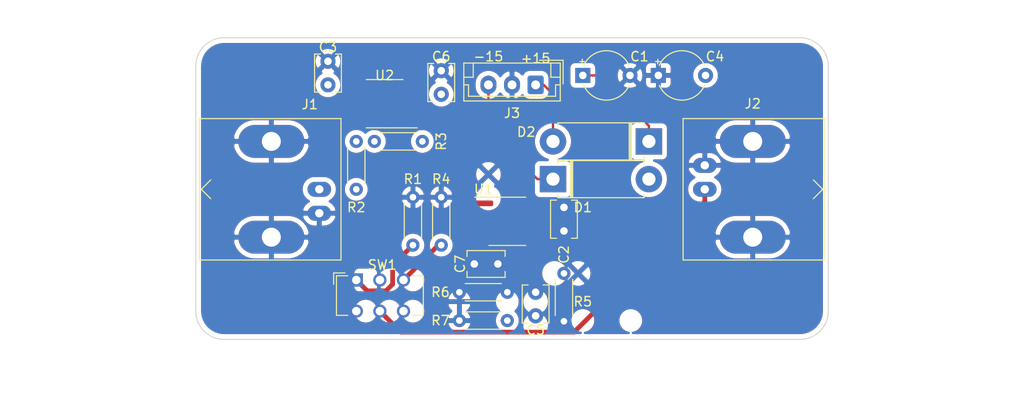
<source format=kicad_pcb>
(kicad_pcb (version 20171130) (host pcbnew "(5.1.5-0)")

  (general
    (thickness 1.6)
    (drawings 10)
    (tracks 25)
    (zones 0)
    (modules 22)
    (nets 17)
  )

  (page A4)
  (layers
    (0 F.Cu signal)
    (31 B.Cu signal)
    (32 B.Adhes user)
    (33 F.Adhes user)
    (34 B.Paste user)
    (35 F.Paste user)
    (36 B.SilkS user)
    (37 F.SilkS user)
    (38 B.Mask user)
    (39 F.Mask user)
    (40 Dwgs.User user)
    (41 Cmts.User user)
    (42 Eco1.User user)
    (43 Eco2.User user)
    (44 Edge.Cuts user)
    (45 Margin user)
    (46 B.CrtYd user)
    (47 F.CrtYd user hide)
    (48 B.Fab user)
    (49 F.Fab user hide)
  )

  (setup
    (last_trace_width 0.5)
    (user_trace_width 0.4)
    (user_trace_width 0.5)
    (trace_clearance 0.2)
    (zone_clearance 0.508)
    (zone_45_only no)
    (trace_min 0.2)
    (via_size 0.8)
    (via_drill 0.4)
    (via_min_size 0.4)
    (via_min_drill 0.3)
    (uvia_size 0.3)
    (uvia_drill 0.1)
    (uvias_allowed no)
    (uvia_min_size 0.2)
    (uvia_min_drill 0.1)
    (edge_width 0.1)
    (segment_width 0.2)
    (pcb_text_width 0.3)
    (pcb_text_size 1.5 1.5)
    (mod_edge_width 0.15)
    (mod_text_size 1 1)
    (mod_text_width 0.15)
    (pad_size 1.524 1.524)
    (pad_drill 0.762)
    (pad_to_mask_clearance 0)
    (aux_axis_origin 0 0)
    (visible_elements FFFFFF7F)
    (pcbplotparams
      (layerselection 0x010fc_ffffffff)
      (usegerberextensions false)
      (usegerberattributes false)
      (usegerberadvancedattributes false)
      (creategerberjobfile false)
      (excludeedgelayer true)
      (linewidth 0.100000)
      (plotframeref false)
      (viasonmask false)
      (mode 1)
      (useauxorigin false)
      (hpglpennumber 1)
      (hpglpenspeed 20)
      (hpglpendiameter 15.000000)
      (psnegative false)
      (psa4output false)
      (plotreference true)
      (plotvalue true)
      (plotinvisibletext false)
      (padsonsilk false)
      (subtractmaskfromsilk false)
      (outputformat 1)
      (mirror false)
      (drillshape 1)
      (scaleselection 1)
      (outputdirectory ""))
  )

  (net 0 "")
  (net 1 GND)
  (net 2 /+15V)
  (net 3 /-15V)
  (net 4 "Net-(C5-Pad2)")
  (net 5 "Net-(C5-Pad1)")
  (net 6 "Net-(D1-Pad2)")
  (net 7 "Net-(D2-Pad1)")
  (net 8 "Net-(J1-Pad1)")
  (net 9 "Net-(J2-Pad1)")
  (net 10 "Net-(R1-Pad1)")
  (net 11 "Net-(R2-Pad1)")
  (net 12 "Net-(R3-Pad1)")
  (net 13 "Net-(R4-Pad1)")
  (net 14 "Net-(SW1-Pad4)")
  (net 15 "Net-(U2-Pad5)")
  (net 16 "Net-(U2-Pad1)")

  (net_class Default "Ceci est la Netclass par défaut."
    (clearance 0.2)
    (trace_width 0.25)
    (via_dia 0.8)
    (via_drill 0.4)
    (uvia_dia 0.3)
    (uvia_drill 0.1)
    (add_net /+15V)
    (add_net /-15V)
    (add_net GND)
    (add_net "Net-(C5-Pad1)")
    (add_net "Net-(C5-Pad2)")
    (add_net "Net-(D1-Pad2)")
    (add_net "Net-(D2-Pad1)")
    (add_net "Net-(J1-Pad1)")
    (add_net "Net-(J2-Pad1)")
    (add_net "Net-(R1-Pad1)")
    (add_net "Net-(R2-Pad1)")
    (add_net "Net-(R3-Pad1)")
    (add_net "Net-(R4-Pad1)")
    (add_net "Net-(SW1-Pad4)")
    (add_net "Net-(U2-Pad1)")
    (add_net "Net-(U2-Pad5)")
  )

  (module Connector_Coaxial:BNC_Amphenol_B6252HB-NPP3G-50_Horizontal (layer F.Cu) (tedit 5C13907B) (tstamp 5E5FBDBF)
    (at 31.08 34.08 90)
    (descr http://www.farnell.com/datasheets/612848.pdf)
    (tags "BNC Amphenol Horizontal")
    (path /5E64687A)
    (fp_text reference J1 (at 9 -1) (layer F.SilkS)
      (effects (font (size 1 1) (thickness 0.15)))
    )
    (fp_text value 5227161-3 (at 0 6 270) (layer F.Fab)
      (effects (font (size 1 1) (thickness 0.15)))
    )
    (fp_line (start 0 -12.5) (end 1 -11.5) (layer F.SilkS) (width 0.12))
    (fp_line (start 0 -12.5) (end -1 -11.5) (layer F.SilkS) (width 0.12))
    (fp_line (start 7.85 2.7) (end 7.85 -33.8) (layer F.CrtYd) (width 0.05))
    (fp_line (start 7.85 -33.8) (end -7.85 -33.8) (layer F.CrtYd) (width 0.05))
    (fp_line (start -7.85 2.7) (end -7.85 -33.8) (layer F.CrtYd) (width 0.05))
    (fp_line (start -7.85 2.7) (end 7.85 2.7) (layer F.CrtYd) (width 0.05))
    (fp_line (start -7.5 2.3) (end -7.5 -12.7) (layer F.SilkS) (width 0.12))
    (fp_line (start 7.5 2.3) (end -7.5 2.3) (layer F.SilkS) (width 0.12))
    (fp_line (start 7.5 -12.7) (end 7.5 2.3) (layer F.SilkS) (width 0.12))
    (fp_line (start -7.5 -12.7) (end 7.5 -12.7) (layer F.SilkS) (width 0.12))
    (fp_line (start -5 -14) (end 5 -15) (layer F.Fab) (width 0.1))
    (fp_text user %R (at 0 0 90) (layer F.Fab)
      (effects (font (size 1 1) (thickness 0.15)))
    )
    (fp_line (start -7.35 -12.7) (end -7.35 2.2) (layer F.Fab) (width 0.1))
    (fp_line (start 7.35 -12.7) (end -7.35 -12.7) (layer F.Fab) (width 0.1))
    (fp_line (start 7.35 2.2) (end 7.35 -12.7) (layer F.Fab) (width 0.1))
    (fp_line (start -7.35 2.2) (end 7.35 2.2) (layer F.Fab) (width 0.1))
    (fp_line (start -6.35 -21.4) (end -6.35 -12.7) (layer F.Fab) (width 0.1))
    (fp_line (start 6.35 -21.4) (end -6.35 -21.4) (layer F.Fab) (width 0.1))
    (fp_line (start 6.35 -12.7) (end 6.35 -21.4) (layer F.Fab) (width 0.1))
    (fp_line (start -4.8 -33.3) (end -4.8 -21.4) (layer F.Fab) (width 0.1))
    (fp_line (start 4.8 -33.3) (end -4.8 -33.3) (layer F.Fab) (width 0.1))
    (fp_line (start 4.8 -21.4) (end 4.8 -33.3) (layer F.Fab) (width 0.1))
    (fp_circle (center 0 -28.07) (end 1 -28.07) (layer F.Fab) (width 0.1))
    (fp_line (start -5 -15) (end 5 -16) (layer F.Fab) (width 0.1))
    (fp_line (start -5 -16) (end 5 -17) (layer F.Fab) (width 0.1))
    (fp_line (start -5 -17) (end 5 -18) (layer F.Fab) (width 0.1))
    (fp_line (start -5 -18) (end 5 -19) (layer F.Fab) (width 0.1))
    (fp_line (start -5 -19) (end 5 -20) (layer F.Fab) (width 0.1))
    (fp_line (start -5 -20) (end 5 -21) (layer F.Fab) (width 0.1))
    (pad 2 thru_hole oval (at -2.54 0 90) (size 1.6 2.5) (drill 0.89) (layers *.Cu *.Mask)
      (net 1 GND))
    (pad 1 thru_hole oval (at 0 0 90) (size 1.6 2.5) (drill 0.89) (layers *.Cu *.Mask)
      (net 8 "Net-(J1-Pad1)"))
    (pad 2 thru_hole oval (at 5.08 -5.08 90) (size 3.5 7) (drill 2.01) (layers *.Cu *.Mask)
      (net 1 GND))
    (pad 2 thru_hole oval (at -5.08 -5.08 90) (size 3.5 7) (drill 2.01) (layers *.Cu *.Mask)
      (net 1 GND))
    (model ${KISYS3DMOD}/Connector_Coaxial.3dshapes/BNC_Amphenol_B6252HB-NPP3G-50_Horizontal.wrl
      (at (xyz 0 0 0))
      (scale (xyz 1 1 1))
      (rotate (xyz 0 0 0))
    )
  )

  (module Package_SO:SOIC-8_3.9x4.9mm_P1.27mm (layer F.Cu) (tedit 5D9F72B1) (tstamp 5E5FBEDA)
    (at 38 25 180)
    (descr "SOIC, 8 Pin (JEDEC MS-012AA, https://www.analog.com/media/en/package-pcb-resources/package/pkg_pdf/soic_narrow-r/r_8.pdf), generated with kicad-footprint-generator ipc_gullwing_generator.py")
    (tags "SOIC SO")
    (path /5E63EDD1)
    (attr smd)
    (fp_text reference U2 (at 0 3 180) (layer F.SilkS)
      (effects (font (size 1 1) (thickness 0.15)))
    )
    (fp_text value LMP7721 (at 0 3.4) (layer F.Fab)
      (effects (font (size 1 1) (thickness 0.15)))
    )
    (fp_text user %R (at 0 0) (layer F.Fab)
      (effects (font (size 0.98 0.98) (thickness 0.15)))
    )
    (fp_line (start 3.7 -2.7) (end -3.7 -2.7) (layer F.CrtYd) (width 0.05))
    (fp_line (start 3.7 2.7) (end 3.7 -2.7) (layer F.CrtYd) (width 0.05))
    (fp_line (start -3.7 2.7) (end 3.7 2.7) (layer F.CrtYd) (width 0.05))
    (fp_line (start -3.7 -2.7) (end -3.7 2.7) (layer F.CrtYd) (width 0.05))
    (fp_line (start -1.95 -1.475) (end -0.975 -2.45) (layer F.Fab) (width 0.1))
    (fp_line (start -1.95 2.45) (end -1.95 -1.475) (layer F.Fab) (width 0.1))
    (fp_line (start 1.95 2.45) (end -1.95 2.45) (layer F.Fab) (width 0.1))
    (fp_line (start 1.95 -2.45) (end 1.95 2.45) (layer F.Fab) (width 0.1))
    (fp_line (start -0.975 -2.45) (end 1.95 -2.45) (layer F.Fab) (width 0.1))
    (fp_line (start 0 -2.56) (end -3.45 -2.56) (layer F.SilkS) (width 0.12))
    (fp_line (start 0 -2.56) (end 1.95 -2.56) (layer F.SilkS) (width 0.12))
    (fp_line (start 0 2.56) (end -1.95 2.56) (layer F.SilkS) (width 0.12))
    (fp_line (start 0 2.56) (end 1.95 2.56) (layer F.SilkS) (width 0.12))
    (pad 8 smd roundrect (at 2.475 -1.905 180) (size 1.95 0.6) (layers F.Cu F.Paste F.Mask) (roundrect_rratio 0.25)
      (net 11 "Net-(R2-Pad1)"))
    (pad 7 smd roundrect (at 2.475 -0.635 180) (size 1.95 0.6) (layers F.Cu F.Paste F.Mask) (roundrect_rratio 0.25))
    (pad 6 smd roundrect (at 2.475 0.635 180) (size 1.95 0.6) (layers F.Cu F.Paste F.Mask) (roundrect_rratio 0.25)
      (net 2 /+15V))
    (pad 5 smd roundrect (at 2.475 1.905 180) (size 1.95 0.6) (layers F.Cu F.Paste F.Mask) (roundrect_rratio 0.25)
      (net 15 "Net-(U2-Pad5)"))
    (pad 4 smd roundrect (at -2.475 1.905 180) (size 1.95 0.6) (layers F.Cu F.Paste F.Mask) (roundrect_rratio 0.25)
      (net 12 "Net-(R3-Pad1)"))
    (pad 3 smd roundrect (at -2.475 0.635 180) (size 1.95 0.6) (layers F.Cu F.Paste F.Mask) (roundrect_rratio 0.25)
      (net 3 /-15V))
    (pad 2 smd roundrect (at -2.475 -0.635 180) (size 1.95 0.6) (layers F.Cu F.Paste F.Mask) (roundrect_rratio 0.25))
    (pad 1 smd roundrect (at -2.475 -1.905 180) (size 1.95 0.6) (layers F.Cu F.Paste F.Mask) (roundrect_rratio 0.25)
      (net 16 "Net-(U2-Pad1)"))
    (model ${KISYS3DMOD}/Package_SO.3dshapes/SOIC-8_3.9x4.9mm_P1.27mm.wrl
      (at (xyz 0 0 0))
      (scale (xyz 1 1 1))
      (rotate (xyz 0 0 0))
    )
  )

  (module Package_SO:SOIC-8_3.9x4.9mm_P1.27mm (layer F.Cu) (tedit 5D9F72B1) (tstamp 5E5FBEC0)
    (at 51 37.475)
    (descr "SOIC, 8 Pin (JEDEC MS-012AA, https://www.analog.com/media/en/package-pcb-resources/package/pkg_pdf/soic_narrow-r/r_8.pdf), generated with kicad-footprint-generator ipc_gullwing_generator.py")
    (tags "SOIC SO")
    (path /5E681D04)
    (attr smd)
    (fp_text reference U1 (at -2.525 -3.4 180) (layer F.SilkS)
      (effects (font (size 1 1) (thickness 0.15)))
    )
    (fp_text value LT1464CS8 (at 0 3.4) (layer F.Fab)
      (effects (font (size 1 1) (thickness 0.15)))
    )
    (fp_text user %R (at 0 0) (layer F.Fab)
      (effects (font (size 0.98 0.98) (thickness 0.15)))
    )
    (fp_line (start 3.7 -2.7) (end -3.7 -2.7) (layer F.CrtYd) (width 0.05))
    (fp_line (start 3.7 2.7) (end 3.7 -2.7) (layer F.CrtYd) (width 0.05))
    (fp_line (start -3.7 2.7) (end 3.7 2.7) (layer F.CrtYd) (width 0.05))
    (fp_line (start -3.7 -2.7) (end -3.7 2.7) (layer F.CrtYd) (width 0.05))
    (fp_line (start -1.95 -1.475) (end -0.975 -2.45) (layer F.Fab) (width 0.1))
    (fp_line (start -1.95 2.45) (end -1.95 -1.475) (layer F.Fab) (width 0.1))
    (fp_line (start 1.95 2.45) (end -1.95 2.45) (layer F.Fab) (width 0.1))
    (fp_line (start 1.95 -2.45) (end 1.95 2.45) (layer F.Fab) (width 0.1))
    (fp_line (start -0.975 -2.45) (end 1.95 -2.45) (layer F.Fab) (width 0.1))
    (fp_line (start 0 -2.56) (end -3.45 -2.56) (layer F.SilkS) (width 0.12))
    (fp_line (start 0 -2.56) (end 1.95 -2.56) (layer F.SilkS) (width 0.12))
    (fp_line (start 0 2.56) (end -1.95 2.56) (layer F.SilkS) (width 0.12))
    (fp_line (start 0 2.56) (end 1.95 2.56) (layer F.SilkS) (width 0.12))
    (pad 8 smd roundrect (at 2.475 -1.905) (size 1.95 0.6) (layers F.Cu F.Paste F.Mask) (roundrect_rratio 0.25)
      (net 2 /+15V))
    (pad 7 smd roundrect (at 2.475 -0.635) (size 1.95 0.6) (layers F.Cu F.Paste F.Mask) (roundrect_rratio 0.25)
      (net 5 "Net-(C5-Pad1)"))
    (pad 6 smd roundrect (at 2.475 0.635) (size 1.95 0.6) (layers F.Cu F.Paste F.Mask) (roundrect_rratio 0.25)
      (net 4 "Net-(C5-Pad2)"))
    (pad 5 smd roundrect (at 2.475 1.905) (size 1.95 0.6) (layers F.Cu F.Paste F.Mask) (roundrect_rratio 0.25)
      (net 13 "Net-(R4-Pad1)"))
    (pad 4 smd roundrect (at -2.475 1.905) (size 1.95 0.6) (layers F.Cu F.Paste F.Mask) (roundrect_rratio 0.25)
      (net 3 /-15V))
    (pad 3 smd roundrect (at -2.475 0.635) (size 1.95 0.6) (layers F.Cu F.Paste F.Mask) (roundrect_rratio 0.25)
      (net 10 "Net-(R1-Pad1)"))
    (pad 2 smd roundrect (at -2.475 -0.635) (size 1.95 0.6) (layers F.Cu F.Paste F.Mask) (roundrect_rratio 0.25)
      (net 14 "Net-(SW1-Pad4)"))
    (pad 1 smd roundrect (at -2.475 -1.905) (size 1.95 0.6) (layers F.Cu F.Paste F.Mask) (roundrect_rratio 0.25)
      (net 14 "Net-(SW1-Pad4)"))
    (model ${KISYS3DMOD}/Package_SO.3dshapes/SOIC-8_3.9x4.9mm_P1.27mm.wrl
      (at (xyz 0 0 0))
      (scale (xyz 1 1 1))
      (rotate (xyz 0 0 0))
    )
  )

  (module Button_Switch_THT:SW_CuK_JS202011CQN_DPDT_Straight (layer F.Cu) (tedit 5A02FE31) (tstamp 5E5FBEA6)
    (at 35 43.7)
    (descr "CuK sub miniature slide switch, JS series, DPDT, right angle, http://www.ckswitches.com/media/1422/js.pdf")
    (tags "switch DPDT")
    (path /5E64481D)
    (fp_text reference SW1 (at 2.75 -1.6) (layer F.SilkS)
      (effects (font (size 1 1) (thickness 0.15)))
    )
    (fp_text value SS22D0205G2 (at 3 5) (layer F.Fab)
      (effects (font (size 1 1) (thickness 0.15)))
    )
    (fp_line (start -1 -0.35) (end 7 -0.35) (layer F.Fab) (width 0.1))
    (fp_line (start 7 -0.35) (end 7 3.65) (layer F.Fab) (width 0.1))
    (fp_line (start 7 3.65) (end -2 3.65) (layer F.Fab) (width 0.1))
    (fp_line (start -2 3.65) (end -2 0.65) (layer F.Fab) (width 0.1))
    (fp_text user %R (at 2 1.65) (layer F.Fab)
      (effects (font (size 1 1) (thickness 0.15)))
    )
    (fp_line (start -0.9 -0.45) (end -2.1 -0.45) (layer F.SilkS) (width 0.12))
    (fp_line (start -2.1 -0.45) (end -2.1 3.75) (layer F.SilkS) (width 0.12))
    (fp_line (start -2.1 3.75) (end -0.9 3.75) (layer F.SilkS) (width 0.12))
    (fp_line (start 5.9 -0.45) (end 7.1 -0.45) (layer F.SilkS) (width 0.12))
    (fp_line (start 7.1 -0.45) (end 7.1 3.75) (layer F.SilkS) (width 0.12))
    (fp_line (start 7.1 3.75) (end 5.9 3.75) (layer F.SilkS) (width 0.12))
    (fp_line (start -1.2 -0.75) (end -2.4 -0.75) (layer F.SilkS) (width 0.12))
    (fp_line (start -2.4 -0.75) (end -2.4 0.45) (layer F.SilkS) (width 0.12))
    (fp_line (start -2.25 -0.95) (end 7.25 -0.95) (layer F.CrtYd) (width 0.05))
    (fp_line (start 7.25 -0.95) (end 7.25 4.25) (layer F.CrtYd) (width 0.05))
    (fp_line (start 7.25 4.25) (end -2.25 4.25) (layer F.CrtYd) (width 0.05))
    (fp_line (start -2.25 4.25) (end -2.25 -0.95) (layer F.CrtYd) (width 0.05))
    (fp_line (start -1 -0.35) (end -2 0.65) (layer F.Fab) (width 0.1))
    (pad 6 thru_hole circle (at 5 3.3) (size 1.4 1.4) (drill 0.9) (layers *.Cu *.Mask)
      (net 5 "Net-(C5-Pad1)"))
    (pad 5 thru_hole circle (at 2.5 3.3) (size 1.4 1.4) (drill 0.9) (layers *.Cu *.Mask)
      (net 9 "Net-(J2-Pad1)"))
    (pad 4 thru_hole circle (at 0 3.3) (size 1.4 1.4) (drill 0.9) (layers *.Cu *.Mask)
      (net 14 "Net-(SW1-Pad4)"))
    (pad 3 thru_hole circle (at 5 0) (size 1.4 1.4) (drill 0.9) (layers *.Cu *.Mask)
      (net 13 "Net-(R4-Pad1)"))
    (pad 2 thru_hole circle (at 2.5 0) (size 1.4 1.4) (drill 0.9) (layers *.Cu *.Mask)
      (net 12 "Net-(R3-Pad1)"))
    (pad 1 thru_hole rect (at 0 0) (size 1.4 1.4) (drill 0.9) (layers *.Cu *.Mask)
      (net 10 "Net-(R1-Pad1)"))
    (model ${KISYS3DMOD}/Button_Switch_THT.3dshapes/SW_CuK_JS202011CQN_DPDT_Straight.wrl
      (at (xyz 0 0 0))
      (scale (xyz 1 1 1))
      (rotate (xyz 0 0 0))
    )
  )

  (module Resistor_THT:R_Axial_DIN0204_L3.6mm_D1.6mm_P5.08mm_Horizontal (layer F.Cu) (tedit 5AE5139B) (tstamp 5E5FBE8A)
    (at 51 48 180)
    (descr "Resistor, Axial_DIN0204 series, Axial, Horizontal, pin pitch=5.08mm, 0.167W, length*diameter=3.6*1.6mm^2, http://cdn-reichelt.de/documents/datenblatt/B400/1_4W%23YAG.pdf")
    (tags "Resistor Axial_DIN0204 series Axial Horizontal pin pitch 5.08mm 0.167W length 3.6mm diameter 1.6mm")
    (path /5E64E980)
    (fp_text reference R7 (at 7.08 0) (layer F.SilkS)
      (effects (font (size 1 1) (thickness 0.15)))
    )
    (fp_text value "6.65K MF 1/2W" (at 2.54 1.92) (layer F.Fab)
      (effects (font (size 1 1) (thickness 0.15)))
    )
    (fp_text user %R (at 2.54 0) (layer F.Fab)
      (effects (font (size 0.72 0.72) (thickness 0.108)))
    )
    (fp_line (start 6.03 -1.05) (end -0.95 -1.05) (layer F.CrtYd) (width 0.05))
    (fp_line (start 6.03 1.05) (end 6.03 -1.05) (layer F.CrtYd) (width 0.05))
    (fp_line (start -0.95 1.05) (end 6.03 1.05) (layer F.CrtYd) (width 0.05))
    (fp_line (start -0.95 -1.05) (end -0.95 1.05) (layer F.CrtYd) (width 0.05))
    (fp_line (start 0.62 0.92) (end 4.46 0.92) (layer F.SilkS) (width 0.12))
    (fp_line (start 0.62 -0.92) (end 4.46 -0.92) (layer F.SilkS) (width 0.12))
    (fp_line (start 5.08 0) (end 4.34 0) (layer F.Fab) (width 0.1))
    (fp_line (start 0 0) (end 0.74 0) (layer F.Fab) (width 0.1))
    (fp_line (start 4.34 -0.8) (end 0.74 -0.8) (layer F.Fab) (width 0.1))
    (fp_line (start 4.34 0.8) (end 4.34 -0.8) (layer F.Fab) (width 0.1))
    (fp_line (start 0.74 0.8) (end 4.34 0.8) (layer F.Fab) (width 0.1))
    (fp_line (start 0.74 -0.8) (end 0.74 0.8) (layer F.Fab) (width 0.1))
    (pad 2 thru_hole oval (at 5.08 0 180) (size 1.4 1.4) (drill 0.7) (layers *.Cu *.Mask)
      (net 1 GND))
    (pad 1 thru_hole circle (at 0 0 180) (size 1.4 1.4) (drill 0.7) (layers *.Cu *.Mask)
      (net 4 "Net-(C5-Pad2)"))
    (model ${KISYS3DMOD}/Resistor_THT.3dshapes/R_Axial_DIN0204_L3.6mm_D1.6mm_P5.08mm_Horizontal.wrl
      (at (xyz 0 0 0))
      (scale (xyz 1 1 1))
      (rotate (xyz 0 0 0))
    )
  )

  (module Resistor_THT:R_Axial_DIN0204_L3.6mm_D1.6mm_P5.08mm_Horizontal (layer F.Cu) (tedit 5AE5139B) (tstamp 5E5FBE77)
    (at 51 45 180)
    (descr "Resistor, Axial_DIN0204 series, Axial, Horizontal, pin pitch=5.08mm, 0.167W, length*diameter=3.6*1.6mm^2, http://cdn-reichelt.de/documents/datenblatt/B400/1_4W%23YAG.pdf")
    (tags "Resistor Axial_DIN0204 series Axial Horizontal pin pitch 5.08mm 0.167W length 3.6mm diameter 1.6mm")
    (path /5E64EC65)
    (fp_text reference R6 (at 7.08 0) (layer F.SilkS)
      (effects (font (size 1 1) (thickness 0.15)))
    )
    (fp_text value "1.13K MF 1/4W" (at 2.54 1.92) (layer F.Fab)
      (effects (font (size 1 1) (thickness 0.15)))
    )
    (fp_text user %R (at 2.54 0) (layer F.Fab)
      (effects (font (size 0.72 0.72) (thickness 0.108)))
    )
    (fp_line (start 6.03 -1.05) (end -0.95 -1.05) (layer F.CrtYd) (width 0.05))
    (fp_line (start 6.03 1.05) (end 6.03 -1.05) (layer F.CrtYd) (width 0.05))
    (fp_line (start -0.95 1.05) (end 6.03 1.05) (layer F.CrtYd) (width 0.05))
    (fp_line (start -0.95 -1.05) (end -0.95 1.05) (layer F.CrtYd) (width 0.05))
    (fp_line (start 0.62 0.92) (end 4.46 0.92) (layer F.SilkS) (width 0.12))
    (fp_line (start 0.62 -0.92) (end 4.46 -0.92) (layer F.SilkS) (width 0.12))
    (fp_line (start 5.08 0) (end 4.34 0) (layer F.Fab) (width 0.1))
    (fp_line (start 0 0) (end 0.74 0) (layer F.Fab) (width 0.1))
    (fp_line (start 4.34 -0.8) (end 0.74 -0.8) (layer F.Fab) (width 0.1))
    (fp_line (start 4.34 0.8) (end 4.34 -0.8) (layer F.Fab) (width 0.1))
    (fp_line (start 0.74 0.8) (end 4.34 0.8) (layer F.Fab) (width 0.1))
    (fp_line (start 0.74 -0.8) (end 0.74 0.8) (layer F.Fab) (width 0.1))
    (pad 2 thru_hole oval (at 5.08 0 180) (size 1.4 1.4) (drill 0.7) (layers *.Cu *.Mask)
      (net 1 GND))
    (pad 1 thru_hole circle (at 0 0 180) (size 1.4 1.4) (drill 0.7) (layers *.Cu *.Mask)
      (net 4 "Net-(C5-Pad2)"))
    (model ${KISYS3DMOD}/Resistor_THT.3dshapes/R_Axial_DIN0204_L3.6mm_D1.6mm_P5.08mm_Horizontal.wrl
      (at (xyz 0 0 0))
      (scale (xyz 1 1 1))
      (rotate (xyz 0 0 0))
    )
  )

  (module Resistor_THT:R_Axial_DIN0204_L3.6mm_D1.6mm_P5.08mm_Horizontal (layer F.Cu) (tedit 5AE5139B) (tstamp 5E5FBE64)
    (at 57 43 270)
    (descr "Resistor, Axial_DIN0204 series, Axial, Horizontal, pin pitch=5.08mm, 0.167W, length*diameter=3.6*1.6mm^2, http://cdn-reichelt.de/documents/datenblatt/B400/1_4W%23YAG.pdf")
    (tags "Resistor Axial_DIN0204 series Axial Horizontal pin pitch 5.08mm 0.167W length 3.6mm diameter 1.6mm")
    (path /5E64E869)
    (fp_text reference R5 (at 3 -2 180) (layer F.SilkS)
      (effects (font (size 1 1) (thickness 0.15)))
    )
    (fp_text value "9.09K MF 0.6W" (at 2.54 1.92 90) (layer F.Fab)
      (effects (font (size 1 1) (thickness 0.15)))
    )
    (fp_text user %R (at 2.54 0 90) (layer F.Fab)
      (effects (font (size 0.72 0.72) (thickness 0.108)))
    )
    (fp_line (start 6.03 -1.05) (end -0.95 -1.05) (layer F.CrtYd) (width 0.05))
    (fp_line (start 6.03 1.05) (end 6.03 -1.05) (layer F.CrtYd) (width 0.05))
    (fp_line (start -0.95 1.05) (end 6.03 1.05) (layer F.CrtYd) (width 0.05))
    (fp_line (start -0.95 -1.05) (end -0.95 1.05) (layer F.CrtYd) (width 0.05))
    (fp_line (start 0.62 0.92) (end 4.46 0.92) (layer F.SilkS) (width 0.12))
    (fp_line (start 0.62 -0.92) (end 4.46 -0.92) (layer F.SilkS) (width 0.12))
    (fp_line (start 5.08 0) (end 4.34 0) (layer F.Fab) (width 0.1))
    (fp_line (start 0 0) (end 0.74 0) (layer F.Fab) (width 0.1))
    (fp_line (start 4.34 -0.8) (end 0.74 -0.8) (layer F.Fab) (width 0.1))
    (fp_line (start 4.34 0.8) (end 4.34 -0.8) (layer F.Fab) (width 0.1))
    (fp_line (start 0.74 0.8) (end 4.34 0.8) (layer F.Fab) (width 0.1))
    (fp_line (start 0.74 -0.8) (end 0.74 0.8) (layer F.Fab) (width 0.1))
    (pad 2 thru_hole oval (at 5.08 0 270) (size 1.4 1.4) (drill 0.7) (layers *.Cu *.Mask)
      (net 4 "Net-(C5-Pad2)"))
    (pad 1 thru_hole circle (at 0 0 270) (size 1.4 1.4) (drill 0.7) (layers *.Cu *.Mask)
      (net 5 "Net-(C5-Pad1)"))
    (model ${KISYS3DMOD}/Resistor_THT.3dshapes/R_Axial_DIN0204_L3.6mm_D1.6mm_P5.08mm_Horizontal.wrl
      (at (xyz 0 0 0))
      (scale (xyz 1 1 1))
      (rotate (xyz 0 0 0))
    )
  )

  (module Resistor_THT:R_Axial_DIN0204_L3.6mm_D1.6mm_P5.08mm_Horizontal (layer F.Cu) (tedit 5AE5139B) (tstamp 5E5FBE51)
    (at 44 40 90)
    (descr "Resistor, Axial_DIN0204 series, Axial, Horizontal, pin pitch=5.08mm, 0.167W, length*diameter=3.6*1.6mm^2, http://cdn-reichelt.de/documents/datenblatt/B400/1_4W%23YAG.pdf")
    (tags "Resistor Axial_DIN0204 series Axial Horizontal pin pitch 5.08mm 0.167W length 3.6mm diameter 1.6mm")
    (path /5E64E5D8)
    (fp_text reference R4 (at 7 0 180) (layer F.SilkS)
      (effects (font (size 1 1) (thickness 0.15)))
    )
    (fp_text value "10K MF 1/4W" (at 2.54 1.92 90) (layer F.Fab)
      (effects (font (size 1 1) (thickness 0.15)))
    )
    (fp_text user %R (at 2.54 0 90) (layer F.Fab)
      (effects (font (size 0.72 0.72) (thickness 0.108)))
    )
    (fp_line (start 6.03 -1.05) (end -0.95 -1.05) (layer F.CrtYd) (width 0.05))
    (fp_line (start 6.03 1.05) (end 6.03 -1.05) (layer F.CrtYd) (width 0.05))
    (fp_line (start -0.95 1.05) (end 6.03 1.05) (layer F.CrtYd) (width 0.05))
    (fp_line (start -0.95 -1.05) (end -0.95 1.05) (layer F.CrtYd) (width 0.05))
    (fp_line (start 0.62 0.92) (end 4.46 0.92) (layer F.SilkS) (width 0.12))
    (fp_line (start 0.62 -0.92) (end 4.46 -0.92) (layer F.SilkS) (width 0.12))
    (fp_line (start 5.08 0) (end 4.34 0) (layer F.Fab) (width 0.1))
    (fp_line (start 0 0) (end 0.74 0) (layer F.Fab) (width 0.1))
    (fp_line (start 4.34 -0.8) (end 0.74 -0.8) (layer F.Fab) (width 0.1))
    (fp_line (start 4.34 0.8) (end 4.34 -0.8) (layer F.Fab) (width 0.1))
    (fp_line (start 0.74 0.8) (end 4.34 0.8) (layer F.Fab) (width 0.1))
    (fp_line (start 0.74 -0.8) (end 0.74 0.8) (layer F.Fab) (width 0.1))
    (pad 2 thru_hole oval (at 5.08 0 90) (size 1.4 1.4) (drill 0.7) (layers *.Cu *.Mask)
      (net 1 GND))
    (pad 1 thru_hole circle (at 0 0 90) (size 1.4 1.4) (drill 0.7) (layers *.Cu *.Mask)
      (net 13 "Net-(R4-Pad1)"))
    (model ${KISYS3DMOD}/Resistor_THT.3dshapes/R_Axial_DIN0204_L3.6mm_D1.6mm_P5.08mm_Horizontal.wrl
      (at (xyz 0 0 0))
      (scale (xyz 1 1 1))
      (rotate (xyz 0 0 0))
    )
  )

  (module Resistor_THT:R_Axial_DIN0204_L3.6mm_D1.6mm_P5.08mm_Horizontal (layer F.Cu) (tedit 5AE5139B) (tstamp 5E5FBE3E)
    (at 42 29 180)
    (descr "Resistor, Axial_DIN0204 series, Axial, Horizontal, pin pitch=5.08mm, 0.167W, length*diameter=3.6*1.6mm^2, http://cdn-reichelt.de/documents/datenblatt/B400/1_4W%23YAG.pdf")
    (tags "Resistor Axial_DIN0204 series Axial Horizontal pin pitch 5.08mm 0.167W length 3.6mm diameter 1.6mm")
    (path /5E64EECC)
    (fp_text reference R3 (at -2 0 270) (layer F.SilkS)
      (effects (font (size 1 1) (thickness 0.15)))
    )
    (fp_text value "100M 1/4W" (at 2.54 1.92) (layer F.Fab)
      (effects (font (size 1 1) (thickness 0.15)))
    )
    (fp_text user %R (at 2.54 0) (layer F.Fab)
      (effects (font (size 0.72 0.72) (thickness 0.108)))
    )
    (fp_line (start 6.03 -1.05) (end -0.95 -1.05) (layer F.CrtYd) (width 0.05))
    (fp_line (start 6.03 1.05) (end 6.03 -1.05) (layer F.CrtYd) (width 0.05))
    (fp_line (start -0.95 1.05) (end 6.03 1.05) (layer F.CrtYd) (width 0.05))
    (fp_line (start -0.95 -1.05) (end -0.95 1.05) (layer F.CrtYd) (width 0.05))
    (fp_line (start 0.62 0.92) (end 4.46 0.92) (layer F.SilkS) (width 0.12))
    (fp_line (start 0.62 -0.92) (end 4.46 -0.92) (layer F.SilkS) (width 0.12))
    (fp_line (start 5.08 0) (end 4.34 0) (layer F.Fab) (width 0.1))
    (fp_line (start 0 0) (end 0.74 0) (layer F.Fab) (width 0.1))
    (fp_line (start 4.34 -0.8) (end 0.74 -0.8) (layer F.Fab) (width 0.1))
    (fp_line (start 4.34 0.8) (end 4.34 -0.8) (layer F.Fab) (width 0.1))
    (fp_line (start 0.74 0.8) (end 4.34 0.8) (layer F.Fab) (width 0.1))
    (fp_line (start 0.74 -0.8) (end 0.74 0.8) (layer F.Fab) (width 0.1))
    (pad 2 thru_hole oval (at 5.08 0 180) (size 1.4 1.4) (drill 0.7) (layers *.Cu *.Mask)
      (net 11 "Net-(R2-Pad1)"))
    (pad 1 thru_hole circle (at 0 0 180) (size 1.4 1.4) (drill 0.7) (layers *.Cu *.Mask)
      (net 12 "Net-(R3-Pad1)"))
    (model ${KISYS3DMOD}/Resistor_THT.3dshapes/R_Axial_DIN0204_L3.6mm_D1.6mm_P5.08mm_Horizontal.wrl
      (at (xyz 0 0 0))
      (scale (xyz 1 1 1))
      (rotate (xyz 0 0 0))
    )
  )

  (module Resistor_THT:R_Axial_DIN0204_L3.6mm_D1.6mm_P5.08mm_Horizontal (layer F.Cu) (tedit 5AE5139B) (tstamp 5E5FBE2B)
    (at 35 29 270)
    (descr "Resistor, Axial_DIN0204 series, Axial, Horizontal, pin pitch=5.08mm, 0.167W, length*diameter=3.6*1.6mm^2, http://cdn-reichelt.de/documents/datenblatt/B400/1_4W%23YAG.pdf")
    (tags "Resistor Axial_DIN0204 series Axial Horizontal pin pitch 5.08mm 0.167W length 3.6mm diameter 1.6mm")
    (path /5E64F0DF)
    (fp_text reference R2 (at 7 0 180) (layer F.SilkS)
      (effects (font (size 1 1) (thickness 0.15)))
    )
    (fp_text value "10K MF 1/4W" (at 2.54 1.92 90) (layer F.Fab)
      (effects (font (size 1 1) (thickness 0.15)))
    )
    (fp_text user %R (at 2.54 0 90) (layer F.Fab)
      (effects (font (size 0.72 0.72) (thickness 0.108)))
    )
    (fp_line (start 6.03 -1.05) (end -0.95 -1.05) (layer F.CrtYd) (width 0.05))
    (fp_line (start 6.03 1.05) (end 6.03 -1.05) (layer F.CrtYd) (width 0.05))
    (fp_line (start -0.95 1.05) (end 6.03 1.05) (layer F.CrtYd) (width 0.05))
    (fp_line (start -0.95 -1.05) (end -0.95 1.05) (layer F.CrtYd) (width 0.05))
    (fp_line (start 0.62 0.92) (end 4.46 0.92) (layer F.SilkS) (width 0.12))
    (fp_line (start 0.62 -0.92) (end 4.46 -0.92) (layer F.SilkS) (width 0.12))
    (fp_line (start 5.08 0) (end 4.34 0) (layer F.Fab) (width 0.1))
    (fp_line (start 0 0) (end 0.74 0) (layer F.Fab) (width 0.1))
    (fp_line (start 4.34 -0.8) (end 0.74 -0.8) (layer F.Fab) (width 0.1))
    (fp_line (start 4.34 0.8) (end 4.34 -0.8) (layer F.Fab) (width 0.1))
    (fp_line (start 0.74 0.8) (end 4.34 0.8) (layer F.Fab) (width 0.1))
    (fp_line (start 0.74 -0.8) (end 0.74 0.8) (layer F.Fab) (width 0.1))
    (pad 2 thru_hole oval (at 5.08 0 270) (size 1.4 1.4) (drill 0.7) (layers *.Cu *.Mask)
      (net 8 "Net-(J1-Pad1)"))
    (pad 1 thru_hole circle (at 0 0 270) (size 1.4 1.4) (drill 0.7) (layers *.Cu *.Mask)
      (net 11 "Net-(R2-Pad1)"))
    (model ${KISYS3DMOD}/Resistor_THT.3dshapes/R_Axial_DIN0204_L3.6mm_D1.6mm_P5.08mm_Horizontal.wrl
      (at (xyz 0 0 0))
      (scale (xyz 1 1 1))
      (rotate (xyz 0 0 0))
    )
  )

  (module Resistor_THT:R_Axial_DIN0204_L3.6mm_D1.6mm_P5.08mm_Horizontal (layer F.Cu) (tedit 5AE5139B) (tstamp 5E5FBE18)
    (at 41 40 90)
    (descr "Resistor, Axial_DIN0204 series, Axial, Horizontal, pin pitch=5.08mm, 0.167W, length*diameter=3.6*1.6mm^2, http://cdn-reichelt.de/documents/datenblatt/B400/1_4W%23YAG.pdf")
    (tags "Resistor Axial_DIN0204 series Axial Horizontal pin pitch 5.08mm 0.167W length 3.6mm diameter 1.6mm")
    (path /5E64D0E4)
    (fp_text reference R1 (at 7 0) (layer F.SilkS)
      (effects (font (size 1 1) (thickness 0.15)))
    )
    (fp_text value "10K MF 1/4W" (at 2.54 1.92 90) (layer F.Fab)
      (effects (font (size 1 1) (thickness 0.15)))
    )
    (fp_text user %R (at 2.54 0 90) (layer F.Fab)
      (effects (font (size 0.72 0.72) (thickness 0.108)))
    )
    (fp_line (start 6.03 -1.05) (end -0.95 -1.05) (layer F.CrtYd) (width 0.05))
    (fp_line (start 6.03 1.05) (end 6.03 -1.05) (layer F.CrtYd) (width 0.05))
    (fp_line (start -0.95 1.05) (end 6.03 1.05) (layer F.CrtYd) (width 0.05))
    (fp_line (start -0.95 -1.05) (end -0.95 1.05) (layer F.CrtYd) (width 0.05))
    (fp_line (start 0.62 0.92) (end 4.46 0.92) (layer F.SilkS) (width 0.12))
    (fp_line (start 0.62 -0.92) (end 4.46 -0.92) (layer F.SilkS) (width 0.12))
    (fp_line (start 5.08 0) (end 4.34 0) (layer F.Fab) (width 0.1))
    (fp_line (start 0 0) (end 0.74 0) (layer F.Fab) (width 0.1))
    (fp_line (start 4.34 -0.8) (end 0.74 -0.8) (layer F.Fab) (width 0.1))
    (fp_line (start 4.34 0.8) (end 4.34 -0.8) (layer F.Fab) (width 0.1))
    (fp_line (start 0.74 0.8) (end 4.34 0.8) (layer F.Fab) (width 0.1))
    (fp_line (start 0.74 -0.8) (end 0.74 0.8) (layer F.Fab) (width 0.1))
    (pad 2 thru_hole oval (at 5.08 0 90) (size 1.4 1.4) (drill 0.7) (layers *.Cu *.Mask)
      (net 1 GND))
    (pad 1 thru_hole circle (at 0 0 90) (size 1.4 1.4) (drill 0.7) (layers *.Cu *.Mask)
      (net 10 "Net-(R1-Pad1)"))
    (model ${KISYS3DMOD}/Resistor_THT.3dshapes/R_Axial_DIN0204_L3.6mm_D1.6mm_P5.08mm_Horizontal.wrl
      (at (xyz 0 0 0))
      (scale (xyz 1 1 1))
      (rotate (xyz 0 0 0))
    )
  )

  (module Connector_JST:JST_EH_B3B-EH-A_1x03_P2.50mm_Vertical (layer F.Cu) (tedit 5C28142C) (tstamp 5E5FBE05)
    (at 54 23 180)
    (descr "JST EH series connector, B3B-EH-A (http://www.jst-mfg.com/product/pdf/eng/eEH.pdf), generated with kicad-footprint-generator")
    (tags "connector JST EH vertical")
    (path /5E662FAC)
    (fp_text reference J3 (at 2.5 -3) (layer F.SilkS)
      (effects (font (size 1 1) (thickness 0.15)))
    )
    (fp_text value Conn_01x03_Male (at 2.5 3.4) (layer F.Fab)
      (effects (font (size 1 1) (thickness 0.15)))
    )
    (fp_text user %R (at 2.5 1.5) (layer F.Fab)
      (effects (font (size 1 1) (thickness 0.15)))
    )
    (fp_line (start -2.91 2.61) (end -0.41 2.61) (layer F.Fab) (width 0.1))
    (fp_line (start -2.91 0.11) (end -2.91 2.61) (layer F.Fab) (width 0.1))
    (fp_line (start -2.91 2.61) (end -0.41 2.61) (layer F.SilkS) (width 0.12))
    (fp_line (start -2.91 0.11) (end -2.91 2.61) (layer F.SilkS) (width 0.12))
    (fp_line (start 6.61 0.81) (end 6.61 2.31) (layer F.SilkS) (width 0.12))
    (fp_line (start 7.61 0.81) (end 6.61 0.81) (layer F.SilkS) (width 0.12))
    (fp_line (start -1.61 0.81) (end -1.61 2.31) (layer F.SilkS) (width 0.12))
    (fp_line (start -2.61 0.81) (end -1.61 0.81) (layer F.SilkS) (width 0.12))
    (fp_line (start 7.11 0) (end 7.61 0) (layer F.SilkS) (width 0.12))
    (fp_line (start 7.11 -1.21) (end 7.11 0) (layer F.SilkS) (width 0.12))
    (fp_line (start -2.11 -1.21) (end 7.11 -1.21) (layer F.SilkS) (width 0.12))
    (fp_line (start -2.11 0) (end -2.11 -1.21) (layer F.SilkS) (width 0.12))
    (fp_line (start -2.61 0) (end -2.11 0) (layer F.SilkS) (width 0.12))
    (fp_line (start 7.61 -1.71) (end -2.61 -1.71) (layer F.SilkS) (width 0.12))
    (fp_line (start 7.61 2.31) (end 7.61 -1.71) (layer F.SilkS) (width 0.12))
    (fp_line (start -2.61 2.31) (end 7.61 2.31) (layer F.SilkS) (width 0.12))
    (fp_line (start -2.61 -1.71) (end -2.61 2.31) (layer F.SilkS) (width 0.12))
    (fp_line (start 8 -2.1) (end -3 -2.1) (layer F.CrtYd) (width 0.05))
    (fp_line (start 8 2.7) (end 8 -2.1) (layer F.CrtYd) (width 0.05))
    (fp_line (start -3 2.7) (end 8 2.7) (layer F.CrtYd) (width 0.05))
    (fp_line (start -3 -2.1) (end -3 2.7) (layer F.CrtYd) (width 0.05))
    (fp_line (start 7.5 -1.6) (end -2.5 -1.6) (layer F.Fab) (width 0.1))
    (fp_line (start 7.5 2.2) (end 7.5 -1.6) (layer F.Fab) (width 0.1))
    (fp_line (start -2.5 2.2) (end 7.5 2.2) (layer F.Fab) (width 0.1))
    (fp_line (start -2.5 -1.6) (end -2.5 2.2) (layer F.Fab) (width 0.1))
    (pad 3 thru_hole oval (at 5 0 180) (size 1.7 1.95) (drill 0.95) (layers *.Cu *.Mask)
      (net 7 "Net-(D2-Pad1)"))
    (pad 2 thru_hole oval (at 2.5 0 180) (size 1.7 1.95) (drill 0.95) (layers *.Cu *.Mask)
      (net 1 GND))
    (pad 1 thru_hole roundrect (at 0 0 180) (size 1.7 1.95) (drill 0.95) (layers *.Cu *.Mask) (roundrect_rratio 0.147059)
      (net 6 "Net-(D1-Pad2)"))
    (model ${KISYS3DMOD}/Connector_JST.3dshapes/JST_EH_B3B-EH-A_1x03_P2.50mm_Vertical.wrl
      (at (xyz 0 0 0))
      (scale (xyz 1 1 1))
      (rotate (xyz 0 0 0))
    )
  )

  (module Connector_Coaxial:BNC_Amphenol_B6252HB-NPP3G-50_Horizontal (layer F.Cu) (tedit 5C13907B) (tstamp 5E5FBDE4)
    (at 71.92 34.08 270)
    (descr http://www.farnell.com/datasheets/612848.pdf)
    (tags "BNC Amphenol Horizontal")
    (path /5E646F59)
    (fp_text reference J2 (at -9.08 -5.08 180) (layer F.SilkS)
      (effects (font (size 1 1) (thickness 0.15)))
    )
    (fp_text value 5227161-3 (at 0 6 270) (layer F.Fab)
      (effects (font (size 1 1) (thickness 0.15)))
    )
    (fp_line (start 0 -12.5) (end 1 -11.5) (layer F.SilkS) (width 0.12))
    (fp_line (start 0 -12.5) (end -1 -11.5) (layer F.SilkS) (width 0.12))
    (fp_line (start 7.85 2.7) (end 7.85 -33.8) (layer F.CrtYd) (width 0.05))
    (fp_line (start 7.85 -33.8) (end -7.85 -33.8) (layer F.CrtYd) (width 0.05))
    (fp_line (start -7.85 2.7) (end -7.85 -33.8) (layer F.CrtYd) (width 0.05))
    (fp_line (start -7.85 2.7) (end 7.85 2.7) (layer F.CrtYd) (width 0.05))
    (fp_line (start -7.5 2.3) (end -7.5 -12.7) (layer F.SilkS) (width 0.12))
    (fp_line (start 7.5 2.3) (end -7.5 2.3) (layer F.SilkS) (width 0.12))
    (fp_line (start 7.5 -12.7) (end 7.5 2.3) (layer F.SilkS) (width 0.12))
    (fp_line (start -7.5 -12.7) (end 7.5 -12.7) (layer F.SilkS) (width 0.12))
    (fp_line (start -5 -14) (end 5 -15) (layer F.Fab) (width 0.1))
    (fp_text user %R (at 0 0 90) (layer F.Fab)
      (effects (font (size 1 1) (thickness 0.15)))
    )
    (fp_line (start -7.35 -12.7) (end -7.35 2.2) (layer F.Fab) (width 0.1))
    (fp_line (start 7.35 -12.7) (end -7.35 -12.7) (layer F.Fab) (width 0.1))
    (fp_line (start 7.35 2.2) (end 7.35 -12.7) (layer F.Fab) (width 0.1))
    (fp_line (start -7.35 2.2) (end 7.35 2.2) (layer F.Fab) (width 0.1))
    (fp_line (start -6.35 -21.4) (end -6.35 -12.7) (layer F.Fab) (width 0.1))
    (fp_line (start 6.35 -21.4) (end -6.35 -21.4) (layer F.Fab) (width 0.1))
    (fp_line (start 6.35 -12.7) (end 6.35 -21.4) (layer F.Fab) (width 0.1))
    (fp_line (start -4.8 -33.3) (end -4.8 -21.4) (layer F.Fab) (width 0.1))
    (fp_line (start 4.8 -33.3) (end -4.8 -33.3) (layer F.Fab) (width 0.1))
    (fp_line (start 4.8 -21.4) (end 4.8 -33.3) (layer F.Fab) (width 0.1))
    (fp_circle (center 0 -28.07) (end 1 -28.07) (layer F.Fab) (width 0.1))
    (fp_line (start -5 -15) (end 5 -16) (layer F.Fab) (width 0.1))
    (fp_line (start -5 -16) (end 5 -17) (layer F.Fab) (width 0.1))
    (fp_line (start -5 -17) (end 5 -18) (layer F.Fab) (width 0.1))
    (fp_line (start -5 -18) (end 5 -19) (layer F.Fab) (width 0.1))
    (fp_line (start -5 -19) (end 5 -20) (layer F.Fab) (width 0.1))
    (fp_line (start -5 -20) (end 5 -21) (layer F.Fab) (width 0.1))
    (pad 2 thru_hole oval (at -2.54 0 270) (size 1.6 2.5) (drill 0.89) (layers *.Cu *.Mask)
      (net 1 GND))
    (pad 1 thru_hole oval (at 0 0 270) (size 1.6 2.5) (drill 0.89) (layers *.Cu *.Mask)
      (net 9 "Net-(J2-Pad1)"))
    (pad 2 thru_hole oval (at 5.08 -5.08 270) (size 3.5 7) (drill 2.01) (layers *.Cu *.Mask)
      (net 1 GND))
    (pad 2 thru_hole oval (at -5.08 -5.08 270) (size 3.5 7) (drill 2.01) (layers *.Cu *.Mask)
      (net 1 GND))
    (model ${KISYS3DMOD}/Connector_Coaxial.3dshapes/BNC_Amphenol_B6252HB-NPP3G-50_Horizontal.wrl
      (at (xyz 0 0 0))
      (scale (xyz 1 1 1))
      (rotate (xyz 0 0 0))
    )
  )

  (module Diode_THT:D_5W_P10.16mm_Horizontal (layer F.Cu) (tedit 5AE50CD5) (tstamp 5E5FBD9A)
    (at 55.84 33)
    (descr "Diode, 5W series, Axial, Horizontal, pin pitch=10.16mm, , length*diameter=8.9*3.7mm^2, , http://www.diodes.com/_files/packages/8686949.gif")
    (tags "Diode 5W series Axial Horizontal pin pitch 10.16mm  length 8.9mm diameter 3.7mm")
    (path /5E661A2E)
    (fp_text reference D2 (at -2.84 -5) (layer F.SilkS)
      (effects (font (size 1 1) (thickness 0.15)))
    )
    (fp_text value D_Schottky (at 5.08 2.97) (layer F.Fab) hide
      (effects (font (size 1 1) (thickness 0.15)))
    )
    (fp_text user K (at 0 -2.4) (layer F.SilkS) hide
      (effects (font (size 1 1) (thickness 0.15)))
    )
    (fp_text user K (at 0 -2.4) (layer F.Fab) hide
      (effects (font (size 1 1) (thickness 0.15)))
    )
    (fp_text user %R (at 5.7475 0) (layer F.Fab) hide
      (effects (font (size 1 1) (thickness 0.15)))
    )
    (fp_line (start 11.81 -2.1) (end -1.65 -2.1) (layer F.CrtYd) (width 0.05))
    (fp_line (start 11.81 2.1) (end 11.81 -2.1) (layer F.CrtYd) (width 0.05))
    (fp_line (start -1.65 2.1) (end 11.81 2.1) (layer F.CrtYd) (width 0.05))
    (fp_line (start -1.65 -2.1) (end -1.65 2.1) (layer F.CrtYd) (width 0.05))
    (fp_line (start 1.845 -1.97) (end 1.845 1.97) (layer F.SilkS) (width 0.12))
    (fp_line (start 2.085 -1.97) (end 2.085 1.97) (layer F.SilkS) (width 0.12))
    (fp_line (start 1.965 -1.97) (end 1.965 1.97) (layer F.SilkS) (width 0.12))
    (fp_line (start 9.65 1.97) (end 9.65 1.64) (layer F.SilkS) (width 0.12))
    (fp_line (start 0.51 1.97) (end 9.65 1.97) (layer F.SilkS) (width 0.12))
    (fp_line (start 0.51 1.64) (end 0.51 1.97) (layer F.SilkS) (width 0.12))
    (fp_line (start 9.65 -1.97) (end 9.65 -1.64) (layer F.SilkS) (width 0.12))
    (fp_line (start 0.51 -1.97) (end 9.65 -1.97) (layer F.SilkS) (width 0.12))
    (fp_line (start 0.51 -1.64) (end 0.51 -1.97) (layer F.SilkS) (width 0.12))
    (fp_line (start 1.865 -1.85) (end 1.865 1.85) (layer F.Fab) (width 0.1))
    (fp_line (start 2.065 -1.85) (end 2.065 1.85) (layer F.Fab) (width 0.1))
    (fp_line (start 1.965 -1.85) (end 1.965 1.85) (layer F.Fab) (width 0.1))
    (fp_line (start 10.16 0) (end 9.53 0) (layer F.Fab) (width 0.1))
    (fp_line (start 0 0) (end 0.63 0) (layer F.Fab) (width 0.1))
    (fp_line (start 9.53 -1.85) (end 0.63 -1.85) (layer F.Fab) (width 0.1))
    (fp_line (start 9.53 1.85) (end 9.53 -1.85) (layer F.Fab) (width 0.1))
    (fp_line (start 0.63 1.85) (end 9.53 1.85) (layer F.Fab) (width 0.1))
    (fp_line (start 0.63 -1.85) (end 0.63 1.85) (layer F.Fab) (width 0.1))
    (pad 2 thru_hole oval (at 10.16 0) (size 2.8 2.8) (drill 1.4) (layers *.Cu *.Mask)
      (net 3 /-15V))
    (pad 1 thru_hole rect (at 0 0) (size 2.8 2.8) (drill 1.4) (layers *.Cu *.Mask)
      (net 7 "Net-(D2-Pad1)"))
    (model ${KISYS3DMOD}/Diode_THT.3dshapes/D_5W_P10.16mm_Horizontal.wrl
      (at (xyz 0 0 0))
      (scale (xyz 1 1 1))
      (rotate (xyz 0 0 0))
    )
  )

  (module Diode_THT:D_5W_P10.16mm_Horizontal (layer F.Cu) (tedit 5AE50CD5) (tstamp 5E5FBD7B)
    (at 66 29 180)
    (descr "Diode, 5W series, Axial, Horizontal, pin pitch=10.16mm, , length*diameter=8.9*3.7mm^2, , http://www.diodes.com/_files/packages/8686949.gif")
    (tags "Diode 5W series Axial Horizontal pin pitch 10.16mm  length 8.9mm diameter 3.7mm")
    (path /5E660D0A)
    (fp_text reference D1 (at 7 -7) (layer F.SilkS)
      (effects (font (size 1 1) (thickness 0.15)))
    )
    (fp_text value D_Schottky (at 5.08 2.97) (layer F.Fab) hide
      (effects (font (size 1 1) (thickness 0.15)))
    )
    (fp_text user K (at 0 -2.4) (layer F.SilkS) hide
      (effects (font (size 1 1) (thickness 0.15)))
    )
    (fp_text user K (at 0 -2.4) (layer F.Fab) hide
      (effects (font (size 1 1) (thickness 0.15)))
    )
    (fp_text user %R (at 5.7475 0) (layer F.Fab) hide
      (effects (font (size 1 1) (thickness 0.15)))
    )
    (fp_line (start 11.81 -2.1) (end -1.65 -2.1) (layer F.CrtYd) (width 0.05))
    (fp_line (start 11.81 2.1) (end 11.81 -2.1) (layer F.CrtYd) (width 0.05))
    (fp_line (start -1.65 2.1) (end 11.81 2.1) (layer F.CrtYd) (width 0.05))
    (fp_line (start -1.65 -2.1) (end -1.65 2.1) (layer F.CrtYd) (width 0.05))
    (fp_line (start 1.845 -1.97) (end 1.845 1.97) (layer F.SilkS) (width 0.12))
    (fp_line (start 2.085 -1.97) (end 2.085 1.97) (layer F.SilkS) (width 0.12))
    (fp_line (start 1.965 -1.97) (end 1.965 1.97) (layer F.SilkS) (width 0.12))
    (fp_line (start 9.65 1.97) (end 9.65 1.64) (layer F.SilkS) (width 0.12))
    (fp_line (start 0.51 1.97) (end 9.65 1.97) (layer F.SilkS) (width 0.12))
    (fp_line (start 0.51 1.64) (end 0.51 1.97) (layer F.SilkS) (width 0.12))
    (fp_line (start 9.65 -1.97) (end 9.65 -1.64) (layer F.SilkS) (width 0.12))
    (fp_line (start 0.51 -1.97) (end 9.65 -1.97) (layer F.SilkS) (width 0.12))
    (fp_line (start 0.51 -1.64) (end 0.51 -1.97) (layer F.SilkS) (width 0.12))
    (fp_line (start 1.865 -1.85) (end 1.865 1.85) (layer F.Fab) (width 0.1))
    (fp_line (start 2.065 -1.85) (end 2.065 1.85) (layer F.Fab) (width 0.1))
    (fp_line (start 1.965 -1.85) (end 1.965 1.85) (layer F.Fab) (width 0.1))
    (fp_line (start 10.16 0) (end 9.53 0) (layer F.Fab) (width 0.1))
    (fp_line (start 0 0) (end 0.63 0) (layer F.Fab) (width 0.1))
    (fp_line (start 9.53 -1.85) (end 0.63 -1.85) (layer F.Fab) (width 0.1))
    (fp_line (start 9.53 1.85) (end 9.53 -1.85) (layer F.Fab) (width 0.1))
    (fp_line (start 0.63 1.85) (end 9.53 1.85) (layer F.Fab) (width 0.1))
    (fp_line (start 0.63 -1.85) (end 0.63 1.85) (layer F.Fab) (width 0.1))
    (pad 2 thru_hole oval (at 10.16 0 180) (size 2.8 2.8) (drill 1.4) (layers *.Cu *.Mask)
      (net 6 "Net-(D1-Pad2)"))
    (pad 1 thru_hole rect (at 0 0 180) (size 2.8 2.8) (drill 1.4) (layers *.Cu *.Mask)
      (net 2 /+15V))
    (model ${KISYS3DMOD}/Diode_THT.3dshapes/D_5W_P10.16mm_Horizontal.wrl
      (at (xyz 0 0 0))
      (scale (xyz 1 1 1))
      (rotate (xyz 0 0 0))
    )
  )

  (module Capacitor_THT:C_Disc_D3.8mm_W2.6mm_P2.50mm (layer F.Cu) (tedit 5AE50EF0) (tstamp 5E5FBD5C)
    (at 50 42 180)
    (descr "C, Disc series, Radial, pin pitch=2.50mm, , diameter*width=3.8*2.6mm^2, Capacitor, http://www.vishay.com/docs/45233/krseries.pdf")
    (tags "C Disc series Radial pin pitch 2.50mm  diameter 3.8mm width 2.6mm Capacitor")
    (path /5E6E4441)
    (fp_text reference C7 (at 4 0 270) (layer F.SilkS)
      (effects (font (size 1 1) (thickness 0.15)))
    )
    (fp_text value 0.1uF (at 1.25 2.55) (layer F.Fab)
      (effects (font (size 1 1) (thickness 0.15)))
    )
    (fp_text user %R (at 1.25 0) (layer F.Fab)
      (effects (font (size 0.76 0.76) (thickness 0.114)))
    )
    (fp_line (start 3.55 -1.55) (end -1.05 -1.55) (layer F.CrtYd) (width 0.05))
    (fp_line (start 3.55 1.55) (end 3.55 -1.55) (layer F.CrtYd) (width 0.05))
    (fp_line (start -1.05 1.55) (end 3.55 1.55) (layer F.CrtYd) (width 0.05))
    (fp_line (start -1.05 -1.55) (end -1.05 1.55) (layer F.CrtYd) (width 0.05))
    (fp_line (start 3.27 0.795) (end 3.27 1.42) (layer F.SilkS) (width 0.12))
    (fp_line (start 3.27 -1.42) (end 3.27 -0.795) (layer F.SilkS) (width 0.12))
    (fp_line (start -0.77 0.795) (end -0.77 1.42) (layer F.SilkS) (width 0.12))
    (fp_line (start -0.77 -1.42) (end -0.77 -0.795) (layer F.SilkS) (width 0.12))
    (fp_line (start -0.77 1.42) (end 3.27 1.42) (layer F.SilkS) (width 0.12))
    (fp_line (start -0.77 -1.42) (end 3.27 -1.42) (layer F.SilkS) (width 0.12))
    (fp_line (start 3.15 -1.3) (end -0.65 -1.3) (layer F.Fab) (width 0.1))
    (fp_line (start 3.15 1.3) (end 3.15 -1.3) (layer F.Fab) (width 0.1))
    (fp_line (start -0.65 1.3) (end 3.15 1.3) (layer F.Fab) (width 0.1))
    (fp_line (start -0.65 -1.3) (end -0.65 1.3) (layer F.Fab) (width 0.1))
    (pad 2 thru_hole circle (at 2.5 0 180) (size 1.6 1.6) (drill 0.8) (layers *.Cu *.Mask)
      (net 1 GND))
    (pad 1 thru_hole circle (at 0 0 180) (size 1.6 1.6) (drill 0.8) (layers *.Cu *.Mask)
      (net 3 /-15V))
    (model ${KISYS3DMOD}/Capacitor_THT.3dshapes/C_Disc_D3.8mm_W2.6mm_P2.50mm.wrl
      (at (xyz 0 0 0))
      (scale (xyz 1 1 1))
      (rotate (xyz 0 0 0))
    )
  )

  (module Capacitor_THT:C_Disc_D3.8mm_W2.6mm_P2.50mm (layer F.Cu) (tedit 5AE50EF0) (tstamp 5E5FBD47)
    (at 44 24 90)
    (descr "C, Disc series, Radial, pin pitch=2.50mm, , diameter*width=3.8*2.6mm^2, Capacitor, http://www.vishay.com/docs/45233/krseries.pdf")
    (tags "C Disc series Radial pin pitch 2.50mm  diameter 3.8mm width 2.6mm Capacitor")
    (path /5E6E3F4A)
    (fp_text reference C6 (at 4 0 180) (layer F.SilkS)
      (effects (font (size 1 1) (thickness 0.15)))
    )
    (fp_text value 0.1uF (at 1.25 2.55 90) (layer F.Fab)
      (effects (font (size 1 1) (thickness 0.15)))
    )
    (fp_text user %R (at 1.25 0 90) (layer F.Fab)
      (effects (font (size 0.76 0.76) (thickness 0.114)))
    )
    (fp_line (start 3.55 -1.55) (end -1.05 -1.55) (layer F.CrtYd) (width 0.05))
    (fp_line (start 3.55 1.55) (end 3.55 -1.55) (layer F.CrtYd) (width 0.05))
    (fp_line (start -1.05 1.55) (end 3.55 1.55) (layer F.CrtYd) (width 0.05))
    (fp_line (start -1.05 -1.55) (end -1.05 1.55) (layer F.CrtYd) (width 0.05))
    (fp_line (start 3.27 0.795) (end 3.27 1.42) (layer F.SilkS) (width 0.12))
    (fp_line (start 3.27 -1.42) (end 3.27 -0.795) (layer F.SilkS) (width 0.12))
    (fp_line (start -0.77 0.795) (end -0.77 1.42) (layer F.SilkS) (width 0.12))
    (fp_line (start -0.77 -1.42) (end -0.77 -0.795) (layer F.SilkS) (width 0.12))
    (fp_line (start -0.77 1.42) (end 3.27 1.42) (layer F.SilkS) (width 0.12))
    (fp_line (start -0.77 -1.42) (end 3.27 -1.42) (layer F.SilkS) (width 0.12))
    (fp_line (start 3.15 -1.3) (end -0.65 -1.3) (layer F.Fab) (width 0.1))
    (fp_line (start 3.15 1.3) (end 3.15 -1.3) (layer F.Fab) (width 0.1))
    (fp_line (start -0.65 1.3) (end 3.15 1.3) (layer F.Fab) (width 0.1))
    (fp_line (start -0.65 -1.3) (end -0.65 1.3) (layer F.Fab) (width 0.1))
    (pad 2 thru_hole circle (at 2.5 0 90) (size 1.6 1.6) (drill 0.8) (layers *.Cu *.Mask)
      (net 1 GND))
    (pad 1 thru_hole circle (at 0 0 90) (size 1.6 1.6) (drill 0.8) (layers *.Cu *.Mask)
      (net 3 /-15V))
    (model ${KISYS3DMOD}/Capacitor_THT.3dshapes/C_Disc_D3.8mm_W2.6mm_P2.50mm.wrl
      (at (xyz 0 0 0))
      (scale (xyz 1 1 1))
      (rotate (xyz 0 0 0))
    )
  )

  (module Capacitor_THT:C_Disc_D3.8mm_W2.6mm_P2.50mm (layer F.Cu) (tedit 5AE50EF0) (tstamp 5E5FBD32)
    (at 54 45 270)
    (descr "C, Disc series, Radial, pin pitch=2.50mm, , diameter*width=3.8*2.6mm^2, Capacitor, http://www.vishay.com/docs/45233/krseries.pdf")
    (tags "C Disc series Radial pin pitch 2.50mm  diameter 3.8mm width 2.6mm Capacitor")
    (path /5E637A1E)
    (fp_text reference C5 (at 4 0) (layer F.SilkS)
      (effects (font (size 1 1) (thickness 0.15)))
    )
    (fp_text value C_Small (at 1.25 2.55 90) (layer F.Fab)
      (effects (font (size 1 1) (thickness 0.15)))
    )
    (fp_text user %R (at 1.25 0 90) (layer F.Fab)
      (effects (font (size 0.76 0.76) (thickness 0.114)))
    )
    (fp_line (start 3.55 -1.55) (end -1.05 -1.55) (layer F.CrtYd) (width 0.05))
    (fp_line (start 3.55 1.55) (end 3.55 -1.55) (layer F.CrtYd) (width 0.05))
    (fp_line (start -1.05 1.55) (end 3.55 1.55) (layer F.CrtYd) (width 0.05))
    (fp_line (start -1.05 -1.55) (end -1.05 1.55) (layer F.CrtYd) (width 0.05))
    (fp_line (start 3.27 0.795) (end 3.27 1.42) (layer F.SilkS) (width 0.12))
    (fp_line (start 3.27 -1.42) (end 3.27 -0.795) (layer F.SilkS) (width 0.12))
    (fp_line (start -0.77 0.795) (end -0.77 1.42) (layer F.SilkS) (width 0.12))
    (fp_line (start -0.77 -1.42) (end -0.77 -0.795) (layer F.SilkS) (width 0.12))
    (fp_line (start -0.77 1.42) (end 3.27 1.42) (layer F.SilkS) (width 0.12))
    (fp_line (start -0.77 -1.42) (end 3.27 -1.42) (layer F.SilkS) (width 0.12))
    (fp_line (start 3.15 -1.3) (end -0.65 -1.3) (layer F.Fab) (width 0.1))
    (fp_line (start 3.15 1.3) (end 3.15 -1.3) (layer F.Fab) (width 0.1))
    (fp_line (start -0.65 1.3) (end 3.15 1.3) (layer F.Fab) (width 0.1))
    (fp_line (start -0.65 -1.3) (end -0.65 1.3) (layer F.Fab) (width 0.1))
    (pad 2 thru_hole circle (at 2.5 0 270) (size 1.6 1.6) (drill 0.8) (layers *.Cu *.Mask)
      (net 4 "Net-(C5-Pad2)"))
    (pad 1 thru_hole circle (at 0 0 270) (size 1.6 1.6) (drill 0.8) (layers *.Cu *.Mask)
      (net 5 "Net-(C5-Pad1)"))
    (model ${KISYS3DMOD}/Capacitor_THT.3dshapes/C_Disc_D3.8mm_W2.6mm_P2.50mm.wrl
      (at (xyz 0 0 0))
      (scale (xyz 1 1 1))
      (rotate (xyz 0 0 0))
    )
  )

  (module Capacitor_THT:CP_Radial_Tantal_D5.0mm_P5.00mm (layer F.Cu) (tedit 5AE50EF0) (tstamp 5E5FBD1D)
    (at 67 22)
    (descr "CP, Radial_Tantal series, Radial, pin pitch=5.00mm, , diameter=5.0mm, Tantal Electrolytic Capacitor, http://cdn-reichelt.de/documents/datenblatt/B300/TANTAL-TB-Serie%23.pdf")
    (tags "CP Radial_Tantal series Radial pin pitch 5.00mm  diameter 5.0mm Tantal Electrolytic Capacitor")
    (path /5E635FA5)
    (fp_text reference C4 (at 6 -2) (layer F.SilkS)
      (effects (font (size 1 1) (thickness 0.15)))
    )
    (fp_text value "47uF Tant" (at 2.5 3.75) (layer F.Fab)
      (effects (font (size 1 1) (thickness 0.15)))
    )
    (fp_text user %R (at 2.5 0) (layer F.Fab)
      (effects (font (size 1 1) (thickness 0.15)))
    )
    (fp_line (start -0.054775 -1.725) (end -0.054775 -1.225) (layer F.SilkS) (width 0.12))
    (fp_line (start -0.304775 -1.475) (end 0.195225 -1.475) (layer F.SilkS) (width 0.12))
    (fp_line (start 0.616395 -1.3375) (end 0.616395 -0.8375) (layer F.Fab) (width 0.1))
    (fp_line (start 0.366395 -1.0875) (end 0.866395 -1.0875) (layer F.Fab) (width 0.1))
    (fp_circle (center 2.5 0) (end 6.22 0) (layer F.CrtYd) (width 0.05))
    (fp_circle (center 2.5 0) (end 5 0) (layer F.Fab) (width 0.1))
    (fp_arc (start 2.5 0) (end 0.104003 1.06) (angle -132.27036) (layer F.SilkS) (width 0.12))
    (fp_arc (start 2.5 0) (end 0.104003 -1.06) (angle 132.27036) (layer F.SilkS) (width 0.12))
    (pad 2 thru_hole circle (at 5 0) (size 1.6 1.6) (drill 0.8) (layers *.Cu *.Mask)
      (net 3 /-15V))
    (pad 1 thru_hole rect (at 0 0) (size 1.6 1.6) (drill 0.8) (layers *.Cu *.Mask)
      (net 1 GND))
    (model ${KISYS3DMOD}/Capacitor_THT.3dshapes/CP_Radial_Tantal_D5.0mm_P5.00mm.wrl
      (at (xyz 0 0 0))
      (scale (xyz 1 1 1))
      (rotate (xyz 0 0 0))
    )
  )

  (module Capacitor_THT:C_Disc_D3.8mm_W2.6mm_P2.50mm (layer F.Cu) (tedit 5AE50EF0) (tstamp 5E5FBD0E)
    (at 32 23 90)
    (descr "C, Disc series, Radial, pin pitch=2.50mm, , diameter*width=3.8*2.6mm^2, Capacitor, http://www.vishay.com/docs/45233/krseries.pdf")
    (tags "C Disc series Radial pin pitch 2.50mm  diameter 3.8mm width 2.6mm Capacitor")
    (path /5E6E3A81)
    (fp_text reference C3 (at 4 0 180) (layer F.SilkS)
      (effects (font (size 1 1) (thickness 0.15)))
    )
    (fp_text value 0.1uF (at 1.25 2.55 90) (layer F.Fab)
      (effects (font (size 1 1) (thickness 0.15)))
    )
    (fp_text user %R (at 1.25 0 90) (layer F.Fab)
      (effects (font (size 0.76 0.76) (thickness 0.114)))
    )
    (fp_line (start 3.55 -1.55) (end -1.05 -1.55) (layer F.CrtYd) (width 0.05))
    (fp_line (start 3.55 1.55) (end 3.55 -1.55) (layer F.CrtYd) (width 0.05))
    (fp_line (start -1.05 1.55) (end 3.55 1.55) (layer F.CrtYd) (width 0.05))
    (fp_line (start -1.05 -1.55) (end -1.05 1.55) (layer F.CrtYd) (width 0.05))
    (fp_line (start 3.27 0.795) (end 3.27 1.42) (layer F.SilkS) (width 0.12))
    (fp_line (start 3.27 -1.42) (end 3.27 -0.795) (layer F.SilkS) (width 0.12))
    (fp_line (start -0.77 0.795) (end -0.77 1.42) (layer F.SilkS) (width 0.12))
    (fp_line (start -0.77 -1.42) (end -0.77 -0.795) (layer F.SilkS) (width 0.12))
    (fp_line (start -0.77 1.42) (end 3.27 1.42) (layer F.SilkS) (width 0.12))
    (fp_line (start -0.77 -1.42) (end 3.27 -1.42) (layer F.SilkS) (width 0.12))
    (fp_line (start 3.15 -1.3) (end -0.65 -1.3) (layer F.Fab) (width 0.1))
    (fp_line (start 3.15 1.3) (end 3.15 -1.3) (layer F.Fab) (width 0.1))
    (fp_line (start -0.65 1.3) (end 3.15 1.3) (layer F.Fab) (width 0.1))
    (fp_line (start -0.65 -1.3) (end -0.65 1.3) (layer F.Fab) (width 0.1))
    (pad 2 thru_hole circle (at 2.5 0 90) (size 1.6 1.6) (drill 0.8) (layers *.Cu *.Mask)
      (net 1 GND))
    (pad 1 thru_hole circle (at 0 0 90) (size 1.6 1.6) (drill 0.8) (layers *.Cu *.Mask)
      (net 2 /+15V))
    (model ${KISYS3DMOD}/Capacitor_THT.3dshapes/C_Disc_D3.8mm_W2.6mm_P2.50mm.wrl
      (at (xyz 0 0 0))
      (scale (xyz 1 1 1))
      (rotate (xyz 0 0 0))
    )
  )

  (module Capacitor_THT:C_Disc_D3.8mm_W2.6mm_P2.50mm (layer F.Cu) (tedit 5AE50EF0) (tstamp 5E5FBCF9)
    (at 57 36 270)
    (descr "C, Disc series, Radial, pin pitch=2.50mm, , diameter*width=3.8*2.6mm^2, Capacitor, http://www.vishay.com/docs/45233/krseries.pdf")
    (tags "C Disc series Radial pin pitch 2.50mm  diameter 3.8mm width 2.6mm Capacitor")
    (path /5E637D4F)
    (fp_text reference C2 (at 5 0 90) (layer F.SilkS)
      (effects (font (size 1 1) (thickness 0.15)))
    )
    (fp_text value 0.1uF (at 1.25 2.55 90) (layer F.Fab)
      (effects (font (size 1 1) (thickness 0.15)))
    )
    (fp_text user %R (at 1.25 0 90) (layer F.Fab)
      (effects (font (size 0.76 0.76) (thickness 0.114)))
    )
    (fp_line (start 3.55 -1.55) (end -1.05 -1.55) (layer F.CrtYd) (width 0.05))
    (fp_line (start 3.55 1.55) (end 3.55 -1.55) (layer F.CrtYd) (width 0.05))
    (fp_line (start -1.05 1.55) (end 3.55 1.55) (layer F.CrtYd) (width 0.05))
    (fp_line (start -1.05 -1.55) (end -1.05 1.55) (layer F.CrtYd) (width 0.05))
    (fp_line (start 3.27 0.795) (end 3.27 1.42) (layer F.SilkS) (width 0.12))
    (fp_line (start 3.27 -1.42) (end 3.27 -0.795) (layer F.SilkS) (width 0.12))
    (fp_line (start -0.77 0.795) (end -0.77 1.42) (layer F.SilkS) (width 0.12))
    (fp_line (start -0.77 -1.42) (end -0.77 -0.795) (layer F.SilkS) (width 0.12))
    (fp_line (start -0.77 1.42) (end 3.27 1.42) (layer F.SilkS) (width 0.12))
    (fp_line (start -0.77 -1.42) (end 3.27 -1.42) (layer F.SilkS) (width 0.12))
    (fp_line (start 3.15 -1.3) (end -0.65 -1.3) (layer F.Fab) (width 0.1))
    (fp_line (start 3.15 1.3) (end 3.15 -1.3) (layer F.Fab) (width 0.1))
    (fp_line (start -0.65 1.3) (end 3.15 1.3) (layer F.Fab) (width 0.1))
    (fp_line (start -0.65 -1.3) (end -0.65 1.3) (layer F.Fab) (width 0.1))
    (pad 2 thru_hole circle (at 2.5 0 270) (size 1.6 1.6) (drill 0.8) (layers *.Cu *.Mask)
      (net 1 GND))
    (pad 1 thru_hole circle (at 0 0 270) (size 1.6 1.6) (drill 0.8) (layers *.Cu *.Mask)
      (net 2 /+15V))
    (model ${KISYS3DMOD}/Capacitor_THT.3dshapes/C_Disc_D3.8mm_W2.6mm_P2.50mm.wrl
      (at (xyz 0 0 0))
      (scale (xyz 1 1 1))
      (rotate (xyz 0 0 0))
    )
  )

  (module Capacitor_THT:CP_Radial_Tantal_D5.0mm_P5.00mm (layer F.Cu) (tedit 5AE50EF0) (tstamp 5E5FBCE4)
    (at 59 22)
    (descr "CP, Radial_Tantal series, Radial, pin pitch=5.00mm, , diameter=5.0mm, Tantal Electrolytic Capacitor, http://cdn-reichelt.de/documents/datenblatt/B300/TANTAL-TB-Serie%23.pdf")
    (tags "CP Radial_Tantal series Radial pin pitch 5.00mm  diameter 5.0mm Tantal Electrolytic Capacitor")
    (path /5E6365E0)
    (fp_text reference C1 (at 6 -2) (layer F.SilkS)
      (effects (font (size 1 1) (thickness 0.15)))
    )
    (fp_text value "47uF Tant" (at 2.5 3.75) (layer F.Fab)
      (effects (font (size 1 1) (thickness 0.15)))
    )
    (fp_text user %R (at 2.5 0) (layer F.Fab)
      (effects (font (size 1 1) (thickness 0.15)))
    )
    (fp_line (start -0.054775 -1.725) (end -0.054775 -1.225) (layer F.SilkS) (width 0.12))
    (fp_line (start -0.304775 -1.475) (end 0.195225 -1.475) (layer F.SilkS) (width 0.12))
    (fp_line (start 0.616395 -1.3375) (end 0.616395 -0.8375) (layer F.Fab) (width 0.1))
    (fp_line (start 0.366395 -1.0875) (end 0.866395 -1.0875) (layer F.Fab) (width 0.1))
    (fp_circle (center 2.5 0) (end 6.22 0) (layer F.CrtYd) (width 0.05))
    (fp_circle (center 2.5 0) (end 5 0) (layer F.Fab) (width 0.1))
    (fp_arc (start 2.5 0) (end 0.104003 1.06) (angle -132.27036) (layer F.SilkS) (width 0.12))
    (fp_arc (start 2.5 0) (end 0.104003 -1.06) (angle 132.27036) (layer F.SilkS) (width 0.12))
    (pad 2 thru_hole circle (at 5 0) (size 1.6 1.6) (drill 0.8) (layers *.Cu *.Mask)
      (net 1 GND))
    (pad 1 thru_hole rect (at 0 0) (size 1.6 1.6) (drill 0.8) (layers *.Cu *.Mask)
      (net 2 /+15V))
    (model ${KISYS3DMOD}/Capacitor_THT.3dshapes/CP_Radial_Tantal_D5.0mm_P5.00mm.wrl
      (at (xyz 0 0 0))
      (scale (xyz 1 1 1))
      (rotate (xyz 0 0 0))
    )
  )

  (gr_arc (start 82 47) (end 82 50) (angle -90) (layer Edge.Cuts) (width 0.1))
  (gr_arc (start 82 21) (end 85 21) (angle -90) (layer Edge.Cuts) (width 0.1))
  (gr_arc (start 21 47) (end 18 47) (angle -90) (layer Edge.Cuts) (width 0.1))
  (gr_arc (start 21 21) (end 21 18) (angle -90) (layer Edge.Cuts) (width 0.1))
  (gr_text -15 (at 49 20) (layer F.SilkS) (tstamp 5E5FF46B)
    (effects (font (size 1 1) (thickness 0.15)))
  )
  (gr_text "+15\n\n" (at 54 21) (layer F.SilkS)
    (effects (font (size 1 1) (thickness 0.15)))
  )
  (gr_line (start 18 47) (end 18 21) (layer Edge.Cuts) (width 0.1) (tstamp 5E5FF466))
  (gr_line (start 85 21) (end 85 47) (layer Edge.Cuts) (width 0.1))
  (gr_line (start 82 18) (end 21 18) (layer Edge.Cuts) (width 0.1))
  (gr_line (start 21 50) (end 82 50) (layer Edge.Cuts) (width 0.1))

  (segment (start 60.05 22) (end 59 22) (width 0.25) (layer F.Cu) (net 2))
  (segment (start 60.65 22) (end 60.05 22) (width 0.25) (layer F.Cu) (net 2))
  (segment (start 66 27.35) (end 60.65 22) (width 0.25) (layer F.Cu) (net 2))
  (segment (start 66 29) (end 66 27.35) (width 0.25) (layer F.Cu) (net 2))
  (segment (start 54.85 23) (end 54 23) (width 0.25) (layer F.Cu) (net 6))
  (segment (start 55.84 23.99) (end 54.85 23) (width 0.25) (layer F.Cu) (net 6))
  (segment (start 55.84 29) (end 55.84 23.99) (width 0.25) (layer F.Cu) (net 6))
  (segment (start 49 24.225) (end 49 23) (width 0.25) (layer F.Cu) (net 7))
  (segment (start 49 27.81) (end 49 24.225) (width 0.25) (layer F.Cu) (net 7))
  (segment (start 54.19 33) (end 49 27.81) (width 0.25) (layer F.Cu) (net 7))
  (segment (start 55.84 33) (end 54.19 33) (width 0.25) (layer F.Cu) (net 7))
  (segment (start 31.24 33.92) (end 31.08 34.08) (width 0.5) (layer F.Cu) (net 8))
  (segment (start 38.199999 47.699999) (end 37.5 47) (width 0.5) (layer F.Cu) (net 9))
  (segment (start 39.730001 49.230001) (end 38.199999 47.699999) (width 0.5) (layer F.Cu) (net 9))
  (segment (start 58.069999 49.230001) (end 39.730001 49.230001) (width 0.5) (layer F.Cu) (net 9))
  (segment (start 71.92 35.38) (end 58.069999 49.230001) (width 0.5) (layer F.Cu) (net 9))
  (segment (start 71.92 34.08) (end 71.92 35.38) (width 0.5) (layer F.Cu) (net 9))
  (segment (start 40.300001 40.699999) (end 41 40) (width 0.5) (layer F.Cu) (net 10))
  (segment (start 38.849999 42.150001) (end 40.300001 40.699999) (width 0.5) (layer F.Cu) (net 10))
  (segment (start 38.849999 44.150001) (end 38.849999 42.150001) (width 0.5) (layer F.Cu) (net 10))
  (segment (start 38.149999 44.850001) (end 38.849999 44.150001) (width 0.5) (layer F.Cu) (net 10))
  (segment (start 36.150001 44.850001) (end 38.149999 44.850001) (width 0.5) (layer F.Cu) (net 10))
  (segment (start 35 43.7) (end 36.150001 44.850001) (width 0.5) (layer F.Cu) (net 10))
  (segment (start 43.7 40) (end 44 40) (width 0.5) (layer F.Cu) (net 13))
  (segment (start 40 43.7) (end 43.7 40) (width 0.5) (layer F.Cu) (net 13))

  (zone (net 1) (net_name GND) (layer F.Cu) (tstamp 0) (hatch edge 0.508)
    (connect_pads (clearance 0.508))
    (min_thickness 0.254)
    (fill yes (arc_segments 32) (thermal_gap 0.508) (thermal_bridge_width 0.508))
    (polygon
      (pts
        (xy 92 15.647506) (xy 93 15.647506) (xy 95 53.647506) (xy 16 53.647506) (xy 16 14.647506)
      )
    )
    (filled_polygon
      (pts
        (xy 82.449016 18.732312) (xy 82.88093 18.862714) (xy 83.279285 19.074524) (xy 83.628914 19.359675) (xy 83.916497 19.707303)
        (xy 84.131086 20.104177) (xy 84.264498 20.535161) (xy 84.315 21.015654) (xy 84.315001 46.966485) (xy 84.267688 47.449016)
        (xy 84.137287 47.880927) (xy 83.92548 48.27928) (xy 83.640325 48.628914) (xy 83.292697 48.916497) (xy 82.895825 49.131085)
        (xy 82.464834 49.2645) (xy 81.984346 49.315) (xy 64.312031 49.315) (xy 64.469405 49.283696) (xy 64.712359 49.183061)
        (xy 64.931013 49.036962) (xy 65.116962 48.851013) (xy 65.263061 48.632359) (xy 65.363696 48.389405) (xy 65.415 48.131486)
        (xy 65.415 47.868514) (xy 65.363696 47.610595) (xy 65.263061 47.367641) (xy 65.116962 47.148987) (xy 64.931013 46.963038)
        (xy 64.712359 46.816939) (xy 64.469405 46.716304) (xy 64.211486 46.665) (xy 63.948514 46.665) (xy 63.690595 46.716304)
        (xy 63.447641 46.816939) (xy 63.228987 46.963038) (xy 63.043038 47.148987) (xy 62.896939 47.367641) (xy 62.796304 47.610595)
        (xy 62.745 47.868514) (xy 62.745 48.131486) (xy 62.796304 48.389405) (xy 62.896939 48.632359) (xy 63.043038 48.851013)
        (xy 63.228987 49.036962) (xy 63.447641 49.183061) (xy 63.690595 49.283696) (xy 63.847969 49.315) (xy 59.232031 49.315)
        (xy 59.389405 49.283696) (xy 59.632359 49.183061) (xy 59.851013 49.036962) (xy 60.036962 48.851013) (xy 60.183061 48.632359)
        (xy 60.283696 48.389405) (xy 60.335 48.131486) (xy 60.335 47.868514) (xy 60.283696 47.610595) (xy 60.183061 47.367641)
        (xy 60.036962 47.148987) (xy 59.851013 46.963038) (xy 59.632359 46.816939) (xy 59.389405 46.716304) (xy 59.131486 46.665)
        (xy 58.868514 46.665) (xy 58.610595 46.716304) (xy 58.367641 46.816939) (xy 58.148987 46.963038) (xy 57.963038 47.148987)
        (xy 57.816939 47.367641) (xy 57.716304 47.610595) (xy 57.665 47.868514) (xy 57.665 48.131486) (xy 57.716304 48.389405)
        (xy 57.816939 48.632359) (xy 57.963038 48.851013) (xy 58.148987 49.036962) (xy 58.367641 49.183061) (xy 58.610595 49.283696)
        (xy 58.767969 49.315) (xy 55.181294 49.315) (xy 55.27168 49.179727) (xy 55.379853 48.918574) (xy 55.435 48.641335)
        (xy 55.435 48.358665) (xy 55.379853 48.081426) (xy 55.27168 47.820273) (xy 55.114637 47.585241) (xy 54.914759 47.385363)
        (xy 54.712173 47.25) (xy 54.914759 47.114637) (xy 55.114637 46.914759) (xy 55.27168 46.679727) (xy 55.379853 46.418574)
        (xy 55.435 46.141335) (xy 55.435 45.858665) (xy 55.379853 45.581426) (xy 55.27168 45.320273) (xy 55.114637 45.085241)
        (xy 54.914759 44.885363) (xy 54.679727 44.72832) (xy 54.418574 44.620147) (xy 54.141335 44.565) (xy 53.858665 44.565)
        (xy 53.581426 44.620147) (xy 53.320273 44.72832) (xy 53.085241 44.885363) (xy 52.885363 45.085241) (xy 52.72832 45.320273)
        (xy 52.620147 45.581426) (xy 52.565 45.858665) (xy 52.565 46.141335) (xy 52.620147 46.418574) (xy 52.72832 46.679727)
        (xy 52.885363 46.914759) (xy 53.085241 47.114637) (xy 53.287827 47.25) (xy 53.085241 47.385363) (xy 52.885363 47.585241)
        (xy 52.72832 47.820273) (xy 52.620147 48.081426) (xy 52.565 48.358665) (xy 52.565 48.641335) (xy 52.620147 48.918574)
        (xy 52.72832 49.179727) (xy 52.818706 49.315) (xy 51.232031 49.315) (xy 51.389405 49.283696) (xy 51.632359 49.183061)
        (xy 51.851013 49.036962) (xy 52.036962 48.851013) (xy 52.183061 48.632359) (xy 52.283696 48.389405) (xy 52.335 48.131486)
        (xy 52.335 47.868514) (xy 52.283696 47.610595) (xy 52.183061 47.367641) (xy 52.036962 47.148987) (xy 51.887975 47)
        (xy 52.036962 46.851013) (xy 52.183061 46.632359) (xy 52.283696 46.389405) (xy 52.335 46.131486) (xy 52.335 45.868514)
        (xy 52.283696 45.610595) (xy 52.183061 45.367641) (xy 52.036962 45.148987) (xy 51.851013 44.963038) (xy 51.632359 44.816939)
        (xy 51.389405 44.716304) (xy 51.131486 44.665) (xy 50.868514 44.665) (xy 50.610595 44.716304) (xy 50.367641 44.816939)
        (xy 50.148987 44.963038) (xy 49.963038 45.148987) (xy 49.816939 45.367641) (xy 49.716304 45.610595) (xy 49.665 45.868514)
        (xy 49.665 46.131486) (xy 49.716304 46.389405) (xy 49.816939 46.632359) (xy 49.963038 46.851013) (xy 50.112025 47)
        (xy 49.963038 47.148987) (xy 49.816939 47.367641) (xy 49.716304 47.610595) (xy 49.665 47.868514) (xy 49.665 48.131486)
        (xy 49.716304 48.389405) (xy 49.816939 48.632359) (xy 49.963038 48.851013) (xy 50.148987 49.036962) (xy 50.367641 49.183061)
        (xy 50.610595 49.283696) (xy 50.767969 49.315) (xy 46.047002 49.315) (xy 46.047002 49.170202) (xy 46.25333 49.292722)
        (xy 46.499123 49.202853) (xy 46.72266 49.066759) (xy 46.915351 48.88967) (xy 47.069792 48.678392) (xy 47.180047 48.441044)
        (xy 47.212716 48.333329) (xy 47.089374 48.127) (xy 46.047 48.127) (xy 46.047 48.147) (xy 45.793 48.147)
        (xy 45.793 48.127) (xy 44.750626 48.127) (xy 44.627284 48.333329) (xy 44.659953 48.441044) (xy 44.770208 48.678392)
        (xy 44.924649 48.88967) (xy 45.11734 49.066759) (xy 45.340877 49.202853) (xy 45.58667 49.292722) (xy 45.792998 49.170202)
        (xy 45.792998 49.315) (xy 21.033504 49.315) (xy 20.550984 49.267688) (xy 20.119073 49.137287) (xy 19.72072 48.92548)
        (xy 19.371086 48.640325) (xy 19.083503 48.292697) (xy 18.868915 47.895825) (xy 18.7355 47.464834) (xy 18.685 46.984346)
        (xy 18.685 46.868514) (xy 34.665 46.868514) (xy 34.665 47.131486) (xy 34.716304 47.389405) (xy 34.816939 47.632359)
        (xy 34.963038 47.851013) (xy 35.148987 48.036962) (xy 35.367641 48.183061) (xy 35.610595 48.283696) (xy 35.868514 48.335)
        (xy 36.131486 48.335) (xy 36.389405 48.283696) (xy 36.632359 48.183061) (xy 36.851013 48.036962) (xy 37.036962 47.851013)
        (xy 37.183061 47.632359) (xy 37.25 47.470754) (xy 37.316939 47.632359) (xy 37.463038 47.851013) (xy 37.648987 48.036962)
        (xy 37.867641 48.183061) (xy 38.110595 48.283696) (xy 38.368514 48.335) (xy 38.631486 48.335) (xy 38.889405 48.283696)
        (xy 39.132359 48.183061) (xy 39.351013 48.036962) (xy 39.536962 47.851013) (xy 39.683061 47.632359) (xy 39.75 47.470754)
        (xy 39.816939 47.632359) (xy 39.963038 47.851013) (xy 40.148987 48.036962) (xy 40.367641 48.183061) (xy 40.610595 48.283696)
        (xy 40.868514 48.335) (xy 41.131486 48.335) (xy 41.389405 48.283696) (xy 41.632359 48.183061) (xy 41.851013 48.036962)
        (xy 42.036962 47.851013) (xy 42.183061 47.632359) (xy 42.283696 47.389405) (xy 42.335 47.131486) (xy 42.335 46.868514)
        (xy 42.283696 46.610595) (xy 42.183061 46.367641) (xy 42.160135 46.333329) (xy 44.627284 46.333329) (xy 44.659953 46.441044)
        (xy 44.770208 46.678392) (xy 44.924649 46.88967) (xy 45.044699 47) (xy 44.924649 47.11033) (xy 44.770208 47.321608)
        (xy 44.659953 47.558956) (xy 44.627284 47.666671) (xy 44.750626 47.873) (xy 45.793 47.873) (xy 45.793 46.127)
        (xy 46.047 46.127) (xy 46.047 47.873) (xy 47.089374 47.873) (xy 47.212716 47.666671) (xy 47.180047 47.558956)
        (xy 47.069792 47.321608) (xy 46.915351 47.11033) (xy 46.795301 47) (xy 46.915351 46.88967) (xy 47.069792 46.678392)
        (xy 47.180047 46.441044) (xy 47.212716 46.333329) (xy 47.089374 46.127) (xy 46.047 46.127) (xy 45.793 46.127)
        (xy 44.750626 46.127) (xy 44.627284 46.333329) (xy 42.160135 46.333329) (xy 42.036962 46.148987) (xy 41.851013 45.963038)
        (xy 41.632359 45.816939) (xy 41.389405 45.716304) (xy 41.139887 45.666671) (xy 44.627284 45.666671) (xy 44.750626 45.873)
        (xy 45.793 45.873) (xy 45.793 44.829799) (xy 46.047 44.829799) (xy 46.047 45.873) (xy 47.089374 45.873)
        (xy 47.212716 45.666671) (xy 47.180047 45.558956) (xy 47.069792 45.321608) (xy 46.915351 45.11033) (xy 46.72266 44.933241)
        (xy 46.499123 44.797147) (xy 46.25333 44.707278) (xy 46.047 44.829799) (xy 45.793 44.829799) (xy 45.58667 44.707278)
        (xy 45.340877 44.797147) (xy 45.11734 44.933241) (xy 44.924649 45.11033) (xy 44.770208 45.321608) (xy 44.659953 45.558956)
        (xy 44.627284 45.666671) (xy 41.139887 45.666671) (xy 41.131486 45.665) (xy 40.868514 45.665) (xy 40.610595 45.716304)
        (xy 40.367641 45.816939) (xy 40.148987 45.963038) (xy 39.963038 46.148987) (xy 39.816939 46.367641) (xy 39.75 46.529246)
        (xy 39.683061 46.367641) (xy 39.536962 46.148987) (xy 39.351013 45.963038) (xy 39.132359 45.816939) (xy 38.889405 45.716304)
        (xy 38.631486 45.665) (xy 38.368514 45.665) (xy 38.110595 45.716304) (xy 37.867641 45.816939) (xy 37.648987 45.963038)
        (xy 37.463038 46.148987) (xy 37.316939 46.367641) (xy 37.25 46.529246) (xy 37.183061 46.367641) (xy 37.036962 46.148987)
        (xy 36.851013 45.963038) (xy 36.632359 45.816939) (xy 36.389405 45.716304) (xy 36.131486 45.665) (xy 35.868514 45.665)
        (xy 35.610595 45.716304) (xy 35.367641 45.816939) (xy 35.148987 45.963038) (xy 34.963038 46.148987) (xy 34.816939 46.367641)
        (xy 34.716304 46.610595) (xy 34.665 46.868514) (xy 18.685 46.868514) (xy 18.685 43) (xy 34.661928 43)
        (xy 34.661928 44.4) (xy 34.674188 44.524482) (xy 34.710498 44.64418) (xy 34.769463 44.754494) (xy 34.848815 44.851185)
        (xy 34.945506 44.930537) (xy 35.05582 44.989502) (xy 35.175518 45.025812) (xy 35.3 45.038072) (xy 36.7 45.038072)
        (xy 36.824482 45.025812) (xy 36.94418 44.989502) (xy 37.054494 44.930537) (xy 37.151185 44.851185) (xy 37.230537 44.754494)
        (xy 37.289502 44.64418) (xy 37.325812 44.524482) (xy 37.338072 44.4) (xy 37.338072 44.363987) (xy 37.463038 44.551013)
        (xy 37.648987 44.736962) (xy 37.867641 44.883061) (xy 38.110595 44.983696) (xy 38.368514 45.035) (xy 38.631486 45.035)
        (xy 38.889405 44.983696) (xy 39.132359 44.883061) (xy 39.351013 44.736962) (xy 39.536962 44.551013) (xy 39.683061 44.332359)
        (xy 39.75 44.170754) (xy 39.816939 44.332359) (xy 39.963038 44.551013) (xy 40.148987 44.736962) (xy 40.367641 44.883061)
        (xy 40.610595 44.983696) (xy 40.868514 45.035) (xy 41.131486 45.035) (xy 41.389405 44.983696) (xy 41.632359 44.883061)
        (xy 41.851013 44.736962) (xy 42.036962 44.551013) (xy 42.183061 44.332359) (xy 42.283696 44.089405) (xy 42.335 43.831486)
        (xy 42.335 43.568514) (xy 42.283696 43.310595) (xy 42.183061 43.067641) (xy 42.036962 42.848987) (xy 41.851013 42.663038)
        (xy 41.632359 42.516939) (xy 41.389405 42.416304) (xy 41.131486 42.365) (xy 40.868514 42.365) (xy 40.610595 42.416304)
        (xy 40.367641 42.516939) (xy 40.148987 42.663038) (xy 39.963038 42.848987) (xy 39.816939 43.067641) (xy 39.75 43.229246)
        (xy 39.683061 43.067641) (xy 39.536962 42.848987) (xy 39.351013 42.663038) (xy 39.132359 42.516939) (xy 38.889405 42.416304)
        (xy 38.631486 42.365) (xy 38.368514 42.365) (xy 38.110595 42.416304) (xy 37.867641 42.516939) (xy 37.648987 42.663038)
        (xy 37.463038 42.848987) (xy 37.338072 43.036013) (xy 37.338072 43) (xy 37.325812 42.875518) (xy 37.289502 42.75582)
        (xy 37.230537 42.645506) (xy 37.151185 42.548815) (xy 37.054494 42.469463) (xy 36.94418 42.410498) (xy 36.824482 42.374188)
        (xy 36.7 42.361928) (xy 35.3 42.361928) (xy 35.175518 42.374188) (xy 35.05582 42.410498) (xy 34.945506 42.469463)
        (xy 34.848815 42.548815) (xy 34.769463 42.645506) (xy 34.710498 42.75582) (xy 34.674188 42.875518) (xy 34.661928 43)
        (xy 18.685 43) (xy 18.685 42.125) (xy 48.681928 42.125) (xy 48.681928 43.775) (xy 48.697071 43.928745)
        (xy 48.741916 44.076582) (xy 48.814742 44.212829) (xy 48.912749 44.332251) (xy 49.032171 44.430258) (xy 49.168418 44.503084)
        (xy 49.316255 44.547929) (xy 49.47 44.563072) (xy 49.77 44.563072) (xy 49.923745 44.547929) (xy 50.071582 44.503084)
        (xy 50.207829 44.430258) (xy 50.255 44.391546) (xy 50.302171 44.430258) (xy 50.438418 44.503084) (xy 50.586255 44.547929)
        (xy 50.74 44.563072) (xy 51.04 44.563072) (xy 51.193745 44.547929) (xy 51.341582 44.503084) (xy 51.477829 44.430258)
        (xy 51.525 44.391546) (xy 51.572171 44.430258) (xy 51.708418 44.503084) (xy 51.856255 44.547929) (xy 52.01 44.563072)
        (xy 52.31 44.563072) (xy 52.463745 44.547929) (xy 52.611582 44.503084) (xy 52.747829 44.430258) (xy 52.795 44.391546)
        (xy 52.842171 44.430258) (xy 52.978418 44.503084) (xy 53.126255 44.547929) (xy 53.28 44.563072) (xy 53.58 44.563072)
        (xy 53.733745 44.547929) (xy 53.881582 44.503084) (xy 54.017829 44.430258) (xy 54.137251 44.332251) (xy 54.235258 44.212829)
        (xy 54.308084 44.076582) (xy 54.352929 43.928745) (xy 54.368072 43.775) (xy 54.368072 42.858665) (xy 54.565 42.858665)
        (xy 54.565 43.141335) (xy 54.620147 43.418574) (xy 54.72832 43.679727) (xy 54.885363 43.914759) (xy 55.085241 44.114637)
        (xy 55.320273 44.27168) (xy 55.581426 44.379853) (xy 55.858665 44.435) (xy 56.141335 44.435) (xy 56.418574 44.379853)
        (xy 56.679727 44.27168) (xy 56.914759 44.114637) (xy 57.036694 43.992702) (xy 57.686903 43.992702) (xy 57.758486 44.236671)
        (xy 58.013996 44.357571) (xy 58.288184 44.4263) (xy 58.570512 44.440217) (xy 58.85013 44.398787) (xy 59.116292 44.303603)
        (xy 59.241514 44.236671) (xy 59.313097 43.992702) (xy 58.5 43.179605) (xy 57.686903 43.992702) (xy 57.036694 43.992702)
        (xy 57.114637 43.914759) (xy 57.248692 43.714131) (xy 57.263329 43.741514) (xy 57.507298 43.813097) (xy 58.320395 43)
        (xy 58.679605 43) (xy 59.492702 43.813097) (xy 59.736671 43.741514) (xy 59.857571 43.486004) (xy 59.9263 43.211816)
        (xy 59.940217 42.929488) (xy 59.898787 42.64987) (xy 59.803603 42.383708) (xy 59.736671 42.258486) (xy 59.492702 42.186903)
        (xy 58.679605 43) (xy 58.320395 43) (xy 57.507298 42.186903) (xy 57.263329 42.258486) (xy 57.249676 42.287341)
        (xy 57.114637 42.085241) (xy 57.036694 42.007298) (xy 57.686903 42.007298) (xy 58.5 42.820395) (xy 59.313097 42.007298)
        (xy 59.241514 41.763329) (xy 58.986004 41.642429) (xy 58.711816 41.5737) (xy 58.429488 41.559783) (xy 58.14987 41.601213)
        (xy 57.883708 41.696397) (xy 57.758486 41.763329) (xy 57.686903 42.007298) (xy 57.036694 42.007298) (xy 56.914759 41.885363)
        (xy 56.679727 41.72832) (xy 56.418574 41.620147) (xy 56.141335 41.565) (xy 55.858665 41.565) (xy 55.581426 41.620147)
        (xy 55.320273 41.72832) (xy 55.085241 41.885363) (xy 54.885363 42.085241) (xy 54.72832 42.320273) (xy 54.620147 42.581426)
        (xy 54.565 42.858665) (xy 54.368072 42.858665) (xy 54.368072 42.125) (xy 54.352929 41.971255) (xy 54.308084 41.823418)
        (xy 54.235258 41.687171) (xy 54.137251 41.567749) (xy 54.017829 41.469742) (xy 53.881582 41.396916) (xy 53.733745 41.352071)
        (xy 53.58 41.336928) (xy 53.28 41.336928) (xy 53.126255 41.352071) (xy 52.978418 41.396916) (xy 52.842171 41.469742)
        (xy 52.795 41.508454) (xy 52.747829 41.469742) (xy 52.611582 41.396916) (xy 52.463745 41.352071) (xy 52.31 41.336928)
        (xy 52.01 41.336928) (xy 51.856255 41.352071) (xy 51.708418 41.396916) (xy 51.572171 41.469742) (xy 51.525 41.508454)
        (xy 51.477829 41.469742) (xy 51.341582 41.396916) (xy 51.193745 41.352071) (xy 51.04 41.336928) (xy 50.74 41.336928)
        (xy 50.586255 41.352071) (xy 50.438418 41.396916) (xy 50.302171 41.469742) (xy 50.255 41.508454) (xy 50.207829 41.469742)
        (xy 50.071582 41.396916) (xy 49.923745 41.352071) (xy 49.77 41.336928) (xy 49.47 41.336928) (xy 49.316255 41.352071)
        (xy 49.168418 41.396916) (xy 49.032171 41.469742) (xy 48.912749 41.567749) (xy 48.814742 41.687171) (xy 48.741916 41.823418)
        (xy 48.697071 41.971255) (xy 48.681928 42.125) (xy 18.685 42.125) (xy 18.685 39.658003) (xy 21.917573 39.658003)
        (xy 21.997947 39.955368) (xy 22.196388 40.379439) (xy 22.473748 40.756648) (xy 22.819369 41.072498) (xy 23.219968 41.314852)
        (xy 23.66015 41.474396) (xy 24.123 41.545) (xy 25.873 41.545) (xy 25.873 39.287) (xy 26.127 39.287)
        (xy 26.127 41.545) (xy 27.877 41.545) (xy 28.33985 41.474396) (xy 28.780032 41.314852) (xy 29.180631 41.072498)
        (xy 29.526252 40.756648) (xy 29.803612 40.379439) (xy 30.002053 39.955368) (xy 30.025528 39.868514) (xy 39.665 39.868514)
        (xy 39.665 40.131486) (xy 39.716304 40.389405) (xy 39.816939 40.632359) (xy 39.963038 40.851013) (xy 40.148987 41.036962)
        (xy 40.367641 41.183061) (xy 40.610595 41.283696) (xy 40.868514 41.335) (xy 41.131486 41.335) (xy 41.389405 41.283696)
        (xy 41.632359 41.183061) (xy 41.851013 41.036962) (xy 42.036962 40.851013) (xy 42.183061 40.632359) (xy 42.283696 40.389405)
        (xy 42.335 40.131486) (xy 42.335 39.868514) (xy 42.665 39.868514) (xy 42.665 40.131486) (xy 42.716304 40.389405)
        (xy 42.816939 40.632359) (xy 42.963038 40.851013) (xy 43.148987 41.036962) (xy 43.367641 41.183061) (xy 43.610595 41.283696)
        (xy 43.868514 41.335) (xy 44.131486 41.335) (xy 44.389405 41.283696) (xy 44.632359 41.183061) (xy 44.851013 41.036962)
        (xy 45.036962 40.851013) (xy 45.183061 40.632359) (xy 45.283696 40.389405) (xy 45.335 40.131486) (xy 45.335 39.868514)
        (xy 45.293127 39.658003) (xy 72.917573 39.658003) (xy 72.997947 39.955368) (xy 73.196388 40.379439) (xy 73.473748 40.756648)
        (xy 73.819369 41.072498) (xy 74.219968 41.314852) (xy 74.66015 41.474396) (xy 75.123 41.545) (xy 76.873 41.545)
        (xy 76.873 39.287) (xy 77.127 39.287) (xy 77.127 41.545) (xy 78.877 41.545) (xy 79.33985 41.474396)
        (xy 79.780032 41.314852) (xy 80.180631 41.072498) (xy 80.526252 40.756648) (xy 80.803612 40.379439) (xy 81.002053 39.955368)
        (xy 81.082427 39.658003) (xy 80.972625 39.287) (xy 77.127 39.287) (xy 76.873 39.287) (xy 73.027375 39.287)
        (xy 72.917573 39.658003) (xy 45.293127 39.658003) (xy 45.283696 39.610595) (xy 45.183061 39.367641) (xy 45.036962 39.148987)
        (xy 44.851013 38.963038) (xy 44.632359 38.816939) (xy 44.389405 38.716304) (xy 44.131486 38.665) (xy 43.868514 38.665)
        (xy 43.610595 38.716304) (xy 43.367641 38.816939) (xy 43.148987 38.963038) (xy 42.963038 39.148987) (xy 42.816939 39.367641)
        (xy 42.716304 39.610595) (xy 42.665 39.868514) (xy 42.335 39.868514) (xy 42.283696 39.610595) (xy 42.183061 39.367641)
        (xy 42.036962 39.148987) (xy 41.851013 38.963038) (xy 41.632359 38.816939) (xy 41.389405 38.716304) (xy 41.131486 38.665)
        (xy 40.868514 38.665) (xy 40.610595 38.716304) (xy 40.367641 38.816939) (xy 40.148987 38.963038) (xy 39.963038 39.148987)
        (xy 39.816939 39.367641) (xy 39.716304 39.610595) (xy 39.665 39.868514) (xy 30.025528 39.868514) (xy 30.082427 39.658003)
        (xy 29.972625 39.287) (xy 26.127 39.287) (xy 25.873 39.287) (xy 22.027375 39.287) (xy 21.917573 39.658003)
        (xy 18.685 39.658003) (xy 18.685 38.661997) (xy 21.917573 38.661997) (xy 22.027375 39.033) (xy 25.873 39.033)
        (xy 25.873 36.775) (xy 26.127 36.775) (xy 26.127 39.033) (xy 29.972625 39.033) (xy 30.082427 38.661997)
        (xy 30.002053 38.364632) (xy 29.803612 37.940561) (xy 29.526252 37.563352) (xy 29.180631 37.247502) (xy 28.780032 37.005148)
        (xy 28.680408 36.969039) (xy 29.238096 36.969039) (xy 29.255633 37.051818) (xy 29.366285 37.311646) (xy 29.5255 37.544895)
        (xy 29.727161 37.742601) (xy 29.963517 37.897166) (xy 30.225486 38.00265) (xy 30.503 38.055) (xy 30.953 38.055)
        (xy 30.953 36.747) (xy 31.207 36.747) (xy 31.207 38.055) (xy 31.657 38.055) (xy 31.934514 38.00265)
        (xy 32.196483 37.897166) (xy 32.432839 37.742601) (xy 32.6345 37.544895) (xy 32.793715 37.311646) (xy 32.851907 37.175)
        (xy 48.681928 37.175) (xy 48.681928 38.825) (xy 48.697071 38.978745) (xy 48.741916 39.126582) (xy 48.814742 39.262829)
        (xy 48.912749 39.382251) (xy 49.032171 39.480258) (xy 49.168418 39.553084) (xy 49.316255 39.597929) (xy 49.47 39.613072)
        (xy 49.77 39.613072) (xy 49.923745 39.597929) (xy 50.071582 39.553084) (xy 50.207829 39.480258) (xy 50.255 39.441546)
        (xy 50.302171 39.480258) (xy 50.438418 39.553084) (xy 50.586255 39.597929) (xy 50.74 39.613072) (xy 51.04 39.613072)
        (xy 51.193745 39.597929) (xy 51.341582 39.553084) (xy 51.477829 39.480258) (xy 51.525 39.441546) (xy 51.572171 39.480258)
        (xy 51.708418 39.553084) (xy 51.856255 39.597929) (xy 52.01 39.613072) (xy 52.31 39.613072) (xy 52.463745 39.597929)
        (xy 52.611582 39.553084) (xy 52.747829 39.480258) (xy 52.795 39.441546) (xy 52.842171 39.480258) (xy 52.978418 39.553084)
        (xy 53.126255 39.597929) (xy 53.28 39.613072) (xy 53.58 39.613072) (xy 53.733745 39.597929) (xy 53.881582 39.553084)
        (xy 54.017829 39.480258) (xy 54.137251 39.382251) (xy 54.235258 39.262829) (xy 54.308084 39.126582) (xy 54.352929 38.978745)
        (xy 54.368072 38.825) (xy 54.368072 38.661997) (xy 72.917573 38.661997) (xy 73.027375 39.033) (xy 76.873 39.033)
        (xy 76.873 36.775) (xy 77.127 36.775) (xy 77.127 39.033) (xy 80.972625 39.033) (xy 81.082427 38.661997)
        (xy 81.002053 38.364632) (xy 80.803612 37.940561) (xy 80.526252 37.563352) (xy 80.180631 37.247502) (xy 79.780032 37.005148)
        (xy 79.33985 36.845604) (xy 78.877 36.775) (xy 77.127 36.775) (xy 76.873 36.775) (xy 75.123 36.775)
        (xy 74.66015 36.845604) (xy 74.219968 37.005148) (xy 73.819369 37.247502) (xy 73.473748 37.563352) (xy 73.196388 37.940561)
        (xy 72.997947 38.364632) (xy 72.917573 38.661997) (xy 54.368072 38.661997) (xy 54.368072 37.175) (xy 54.352929 37.021255)
        (xy 54.308084 36.873418) (xy 54.235258 36.737171) (xy 54.137251 36.617749) (xy 54.017829 36.519742) (xy 53.881582 36.446916)
        (xy 53.733745 36.402071) (xy 53.58 36.386928) (xy 53.28 36.386928) (xy 53.126255 36.402071) (xy 52.978418 36.446916)
        (xy 52.842171 36.519742) (xy 52.795 36.558454) (xy 52.747829 36.519742) (xy 52.611582 36.446916) (xy 52.463745 36.402071)
        (xy 52.31 36.386928) (xy 52.01 36.386928) (xy 51.856255 36.402071) (xy 51.708418 36.446916) (xy 51.572171 36.519742)
        (xy 51.525 36.558454) (xy 51.477829 36.519742) (xy 51.341582 36.446916) (xy 51.193745 36.402071) (xy 51.04 36.386928)
        (xy 50.74 36.386928) (xy 50.586255 36.402071) (xy 50.438418 36.446916) (xy 50.302171 36.519742) (xy 50.255 36.558454)
        (xy 50.207829 36.519742) (xy 50.071582 36.446916) (xy 49.923745 36.402071) (xy 49.77 36.386928) (xy 49.47 36.386928)
        (xy 49.316255 36.402071) (xy 49.168418 36.446916) (xy 49.032171 36.519742) (xy 48.912749 36.617749) (xy 48.814742 36.737171)
        (xy 48.741916 36.873418) (xy 48.697071 37.021255) (xy 48.681928 37.175) (xy 32.851907 37.175) (xy 32.904367 37.051818)
        (xy 32.921904 36.969039) (xy 32.799915 36.747) (xy 31.207 36.747) (xy 30.953 36.747) (xy 29.360085 36.747)
        (xy 29.238096 36.969039) (xy 28.680408 36.969039) (xy 28.33985 36.845604) (xy 27.877 36.775) (xy 26.127 36.775)
        (xy 25.873 36.775) (xy 24.123 36.775) (xy 23.66015 36.845604) (xy 23.219968 37.005148) (xy 22.819369 37.247502)
        (xy 22.473748 37.563352) (xy 22.196388 37.940561) (xy 21.997947 38.364632) (xy 21.917573 38.661997) (xy 18.685 38.661997)
        (xy 18.685 34.08) (xy 29.188057 34.08) (xy 29.215764 34.361309) (xy 29.297818 34.631808) (xy 29.431068 34.881101)
        (xy 29.610392 35.099608) (xy 29.828899 35.278932) (xy 29.956741 35.347265) (xy 29.727161 35.497399) (xy 29.5255 35.695105)
        (xy 29.366285 35.928354) (xy 29.255633 36.188182) (xy 29.238096 36.270961) (xy 29.360085 36.493) (xy 30.953 36.493)
        (xy 30.953 36.473) (xy 31.207 36.473) (xy 31.207 36.493) (xy 32.799915 36.493) (xy 32.921904 36.270961)
        (xy 32.904367 36.188182) (xy 32.793715 35.928354) (xy 32.6345 35.695105) (xy 32.432839 35.497399) (xy 32.203259 35.347265)
        (xy 32.331101 35.278932) (xy 32.549608 35.099608) (xy 32.728932 34.881101) (xy 32.862182 34.631808) (xy 32.944236 34.361309)
        (xy 32.971943 34.08) (xy 32.958993 33.948514) (xy 33.665 33.948514) (xy 33.665 34.211486) (xy 33.716304 34.469405)
        (xy 33.816939 34.712359) (xy 33.963038 34.931013) (xy 34.148987 35.116962) (xy 34.367641 35.263061) (xy 34.610595 35.363696)
        (xy 34.868514 35.415) (xy 35.131486 35.415) (xy 35.389405 35.363696) (xy 35.632359 35.263061) (xy 35.646922 35.25333)
        (xy 39.707278 35.25333) (xy 39.797147 35.499123) (xy 39.933241 35.72266) (xy 40.11033 35.915351) (xy 40.321608 36.069792)
        (xy 40.558956 36.180047) (xy 40.666671 36.212716) (xy 40.873 36.089374) (xy 40.873 35.047) (xy 41.127 35.047)
        (xy 41.127 36.089374) (xy 41.333329 36.212716) (xy 41.441044 36.180047) (xy 41.678392 36.069792) (xy 41.88967 35.915351)
        (xy 42.066759 35.72266) (xy 42.202853 35.499123) (xy 42.292722 35.25333) (xy 42.707278 35.25333) (xy 42.797147 35.499123)
        (xy 42.933241 35.72266) (xy 43.11033 35.915351) (xy 43.321608 36.069792) (xy 43.558956 36.180047) (xy 43.666671 36.212716)
        (xy 43.873 36.089374) (xy 43.873 35.047) (xy 44.127 35.047) (xy 44.127 36.089374) (xy 44.333329 36.212716)
        (xy 44.441044 36.180047) (xy 44.678392 36.069792) (xy 44.88967 35.915351) (xy 45.066759 35.72266) (xy 45.202853 35.499123)
        (xy 45.292722 35.25333) (xy 45.170201 35.047) (xy 44.127 35.047) (xy 43.873 35.047) (xy 42.829799 35.047)
        (xy 42.707278 35.25333) (xy 42.292722 35.25333) (xy 42.170201 35.047) (xy 41.127 35.047) (xy 40.873 35.047)
        (xy 39.829799 35.047) (xy 39.707278 35.25333) (xy 35.646922 35.25333) (xy 35.851013 35.116962) (xy 36.036962 34.931013)
        (xy 36.085303 34.858665) (xy 47.565 34.858665) (xy 47.565 35.141335) (xy 47.620147 35.418574) (xy 47.72832 35.679727)
        (xy 47.885363 35.914759) (xy 48.085241 36.114637) (xy 48.320273 36.27168) (xy 48.581426 36.379853) (xy 48.858665 36.435)
        (xy 49.141335 36.435) (xy 49.418574 36.379853) (xy 49.679727 36.27168) (xy 49.914759 36.114637) (xy 50.114637 35.914759)
        (xy 50.27168 35.679727) (xy 50.379853 35.418574) (xy 50.435 35.141335) (xy 50.435 34.858665) (xy 50.379853 34.581426)
        (xy 50.27168 34.320273) (xy 50.114637 34.085241) (xy 49.914759 33.885363) (xy 49.714131 33.751308) (xy 49.741514 33.736671)
        (xy 49.813097 33.492702) (xy 49 32.679605) (xy 48.186903 33.492702) (xy 48.258486 33.736671) (xy 48.287341 33.750324)
        (xy 48.085241 33.885363) (xy 47.885363 34.085241) (xy 47.72832 34.320273) (xy 47.620147 34.581426) (xy 47.565 34.858665)
        (xy 36.085303 34.858665) (xy 36.183061 34.712359) (xy 36.235123 34.58667) (xy 39.707278 34.58667) (xy 39.829799 34.793)
        (xy 40.873 34.793) (xy 40.873 33.750626) (xy 41.127 33.750626) (xy 41.127 34.793) (xy 42.170201 34.793)
        (xy 42.292722 34.58667) (xy 42.707278 34.58667) (xy 42.829799 34.793) (xy 43.873 34.793) (xy 43.873 33.750626)
        (xy 44.127 33.750626) (xy 44.127 34.793) (xy 45.170201 34.793) (xy 45.292722 34.58667) (xy 45.202853 34.340877)
        (xy 45.066759 34.11734) (xy 44.88967 33.924649) (xy 44.678392 33.770208) (xy 44.441044 33.659953) (xy 44.333329 33.627284)
        (xy 44.127 33.750626) (xy 43.873 33.750626) (xy 43.666671 33.627284) (xy 43.558956 33.659953) (xy 43.321608 33.770208)
        (xy 43.11033 33.924649) (xy 42.933241 34.11734) (xy 42.797147 34.340877) (xy 42.707278 34.58667) (xy 42.292722 34.58667)
        (xy 42.202853 34.340877) (xy 42.066759 34.11734) (xy 41.88967 33.924649) (xy 41.678392 33.770208) (xy 41.441044 33.659953)
        (xy 41.333329 33.627284) (xy 41.127 33.750626) (xy 40.873 33.750626) (xy 40.666671 33.627284) (xy 40.558956 33.659953)
        (xy 40.321608 33.770208) (xy 40.11033 33.924649) (xy 39.933241 34.11734) (xy 39.797147 34.340877) (xy 39.707278 34.58667)
        (xy 36.235123 34.58667) (xy 36.283696 34.469405) (xy 36.335 34.211486) (xy 36.335 33.948514) (xy 36.283696 33.690595)
        (xy 36.183061 33.447641) (xy 36.036962 33.228987) (xy 35.851013 33.043038) (xy 35.632359 32.896939) (xy 35.389405 32.796304)
        (xy 35.131486 32.745) (xy 34.868514 32.745) (xy 34.610595 32.796304) (xy 34.367641 32.896939) (xy 34.148987 33.043038)
        (xy 33.963038 33.228987) (xy 33.816939 33.447641) (xy 33.716304 33.690595) (xy 33.665 33.948514) (xy 32.958993 33.948514)
        (xy 32.944236 33.798691) (xy 32.862182 33.528192) (xy 32.728932 33.278899) (xy 32.549608 33.060392) (xy 32.331101 32.881068)
        (xy 32.081808 32.747818) (xy 31.811309 32.665764) (xy 31.600492 32.645) (xy 30.559508 32.645) (xy 30.348691 32.665764)
        (xy 30.078192 32.747818) (xy 29.828899 32.881068) (xy 29.610392 33.060392) (xy 29.431068 33.278899) (xy 29.297818 33.528192)
        (xy 29.215764 33.798691) (xy 29.188057 34.08) (xy 18.685 34.08) (xy 18.685 32.570512) (xy 47.559783 32.570512)
        (xy 47.601213 32.85013) (xy 47.696397 33.116292) (xy 47.763329 33.241514) (xy 48.007298 33.313097) (xy 48.820395 32.5)
        (xy 49.179605 32.5) (xy 49.992702 33.313097) (xy 50.236671 33.241514) (xy 50.357571 32.986004) (xy 50.4263 32.711816)
        (xy 50.440217 32.429488) (xy 50.398787 32.14987) (xy 50.303603 31.883708) (xy 50.236671 31.758486) (xy 49.992702 31.686903)
        (xy 49.179605 32.5) (xy 48.820395 32.5) (xy 48.007298 31.686903) (xy 47.763329 31.758486) (xy 47.642429 32.013996)
        (xy 47.5737 32.288184) (xy 47.559783 32.570512) (xy 18.685 32.570512) (xy 18.685 31.507298) (xy 48.186903 31.507298)
        (xy 49 32.320395) (xy 49.813097 31.507298) (xy 49.741514 31.263329) (xy 49.486004 31.142429) (xy 49.211816 31.0737)
        (xy 48.929488 31.059783) (xy 48.64987 31.101213) (xy 48.383708 31.196397) (xy 48.258486 31.263329) (xy 48.186903 31.507298)
        (xy 18.685 31.507298) (xy 18.685 29.498003) (xy 21.917573 29.498003) (xy 21.997947 29.795368) (xy 22.196388 30.219439)
        (xy 22.473748 30.596648) (xy 22.819369 30.912498) (xy 23.219968 31.154852) (xy 23.66015 31.314396) (xy 24.123 31.385)
        (xy 25.873 31.385) (xy 25.873 29.127) (xy 26.127 29.127) (xy 26.127 31.385) (xy 27.877 31.385)
        (xy 28.33985 31.314396) (xy 28.780032 31.154852) (xy 29.180631 30.912498) (xy 29.526252 30.596648) (xy 29.803612 30.219439)
        (xy 30.002053 29.795368) (xy 30.082427 29.498003) (xy 29.972625 29.127) (xy 26.127 29.127) (xy 25.873 29.127)
        (xy 22.027375 29.127) (xy 21.917573 29.498003) (xy 18.685 29.498003) (xy 18.685 28.501997) (xy 21.917573 28.501997)
        (xy 22.027375 28.873) (xy 25.873 28.873) (xy 25.873 26.615) (xy 26.127 26.615) (xy 26.127 28.873)
        (xy 29.972625 28.873) (xy 29.973952 28.868514) (xy 33.665 28.868514) (xy 33.665 29.131486) (xy 33.716304 29.389405)
        (xy 33.816939 29.632359) (xy 33.963038 29.851013) (xy 34.148987 30.036962) (xy 34.367641 30.183061) (xy 34.610595 30.283696)
        (xy 34.868514 30.335) (xy 35.131486 30.335) (xy 35.389405 30.283696) (xy 35.632359 30.183061) (xy 35.851013 30.036962)
        (xy 35.96 29.927975) (xy 36.068987 30.036962) (xy 36.287641 30.183061) (xy 36.530595 30.283696) (xy 36.788514 30.335)
        (xy 37.051486 30.335) (xy 37.309405 30.283696) (xy 37.552359 30.183061) (xy 37.771013 30.036962) (xy 37.956962 29.851013)
        (xy 38.103061 29.632359) (xy 38.203696 29.389405) (xy 38.255 29.131486) (xy 38.255 28.868514) (xy 38.203696 28.610595)
        (xy 38.103061 28.367641) (xy 37.956962 28.148987) (xy 37.771013 27.963038) (xy 37.552359 27.816939) (xy 37.309405 27.716304)
        (xy 37.051486 27.665) (xy 36.842976 27.665) (xy 36.907251 27.612251) (xy 37.005258 27.492829) (xy 37.078084 27.356582)
        (xy 37.122929 27.208745) (xy 37.138072 27.055) (xy 37.138072 26.755) (xy 37.122929 26.601255) (xy 37.078084 26.453418)
        (xy 37.005258 26.317171) (xy 36.966546 26.27) (xy 37.005258 26.222829) (xy 37.078084 26.086582) (xy 37.122929 25.938745)
        (xy 37.138072 25.785) (xy 37.138072 25.485) (xy 37.122929 25.331255) (xy 37.078084 25.183418) (xy 37.005258 25.047171)
        (xy 36.966546 25) (xy 37.005258 24.952829) (xy 37.078084 24.816582) (xy 37.122929 24.668745) (xy 37.138072 24.515)
        (xy 37.138072 24.215) (xy 37.122929 24.061255) (xy 37.078084 23.913418) (xy 37.005258 23.777171) (xy 36.966546 23.73)
        (xy 37.005258 23.682829) (xy 37.078084 23.546582) (xy 37.122929 23.398745) (xy 37.138072 23.245) (xy 37.138072 22.945)
        (xy 38.861928 22.945) (xy 38.861928 23.245) (xy 38.877071 23.398745) (xy 38.921916 23.546582) (xy 38.994742 23.682829)
        (xy 39.033454 23.73) (xy 38.994742 23.777171) (xy 38.921916 23.913418) (xy 38.877071 24.061255) (xy 38.861928 24.215)
        (xy 38.861928 24.515) (xy 38.877071 24.668745) (xy 38.921916 24.816582) (xy 38.994742 24.952829) (xy 39.033454 25)
        (xy 38.994742 25.047171) (xy 38.921916 25.183418) (xy 38.877071 25.331255) (xy 38.861928 25.485) (xy 38.861928 25.785)
        (xy 38.877071 25.938745) (xy 38.921916 26.086582) (xy 38.994742 26.222829) (xy 39.033454 26.27) (xy 38.994742 26.317171)
        (xy 38.921916 26.453418) (xy 38.877071 26.601255) (xy 38.861928 26.755) (xy 38.861928 27.055) (xy 38.877071 27.208745)
        (xy 38.921916 27.356582) (xy 38.994742 27.492829) (xy 39.092749 27.612251) (xy 39.212171 27.710258) (xy 39.348418 27.783084)
        (xy 39.496255 27.827929) (xy 39.65 27.843072) (xy 41.3 27.843072) (xy 41.333463 27.839776) (xy 41.148987 27.963038)
        (xy 40.963038 28.148987) (xy 40.816939 28.367641) (xy 40.716304 28.610595) (xy 40.665 28.868514) (xy 40.665 29.131486)
        (xy 40.716304 29.389405) (xy 40.816939 29.632359) (xy 40.963038 29.851013) (xy 41.148987 30.036962) (xy 41.367641 30.183061)
        (xy 41.610595 30.283696) (xy 41.868514 30.335) (xy 42.131486 30.335) (xy 42.389405 30.283696) (xy 42.632359 30.183061)
        (xy 42.851013 30.036962) (xy 43.036962 29.851013) (xy 43.183061 29.632359) (xy 43.283696 29.389405) (xy 43.335 29.131486)
        (xy 43.335 28.868514) (xy 43.283696 28.610595) (xy 43.183061 28.367641) (xy 43.036962 28.148987) (xy 42.851013 27.963038)
        (xy 42.632359 27.816939) (xy 42.389405 27.716304) (xy 42.131486 27.665) (xy 41.868514 27.665) (xy 41.76881 27.684833)
        (xy 41.857251 27.612251) (xy 41.955258 27.492829) (xy 42.028084 27.356582) (xy 42.072929 27.208745) (xy 42.088072 27.055)
        (xy 42.088072 26.755) (xy 42.072929 26.601255) (xy 42.028084 26.453418) (xy 41.955258 26.317171) (xy 41.916546 26.27)
        (xy 41.955258 26.222829) (xy 42.028084 26.086582) (xy 42.072929 25.938745) (xy 42.088072 25.785) (xy 42.088072 25.485)
        (xy 42.072929 25.331255) (xy 42.028084 25.183418) (xy 41.955258 25.047171) (xy 41.916546 25) (xy 41.955258 24.952829)
        (xy 42.028084 24.816582) (xy 42.072929 24.668745) (xy 42.088072 24.515) (xy 42.088072 24.215) (xy 42.072929 24.061255)
        (xy 42.028084 23.913418) (xy 41.998818 23.858665) (xy 42.565 23.858665) (xy 42.565 24.141335) (xy 42.620147 24.418574)
        (xy 42.72832 24.679727) (xy 42.885363 24.914759) (xy 43.085241 25.114637) (xy 43.320273 25.27168) (xy 43.581426 25.379853)
        (xy 43.858665 25.435) (xy 44.141335 25.435) (xy 44.418574 25.379853) (xy 44.679727 25.27168) (xy 44.914759 25.114637)
        (xy 45.114637 24.914759) (xy 45.27168 24.679727) (xy 45.379853 24.418574) (xy 45.435 24.141335) (xy 45.435 23.858665)
        (xy 45.379853 23.581426) (xy 45.27168 23.320273) (xy 45.114637 23.085241) (xy 44.914759 22.885363) (xy 44.790072 22.80205)
        (xy 47.515 22.80205) (xy 47.515 23.197949) (xy 47.536487 23.41611) (xy 47.621401 23.696033) (xy 47.759294 23.954013)
        (xy 47.944866 24.180134) (xy 48.170986 24.365706) (xy 48.240001 24.402595) (xy 48.24 27.772677) (xy 48.236324 27.81)
        (xy 48.24 27.847322) (xy 48.24 27.847332) (xy 48.250997 27.958985) (xy 48.258881 27.984974) (xy 48.294454 28.102246)
        (xy 48.365026 28.234276) (xy 48.404871 28.282826) (xy 48.459999 28.350001) (xy 48.489003 28.373804) (xy 53.626205 33.511008)
        (xy 53.649999 33.540001) (xy 53.678992 33.563795) (xy 53.678996 33.563799) (xy 53.747657 33.620147) (xy 53.765724 33.634974)
        (xy 53.801928 33.654326) (xy 53.801928 34.4) (xy 53.814188 34.524482) (xy 53.850498 34.64418) (xy 53.909463 34.754494)
        (xy 53.988815 34.851185) (xy 54.085506 34.930537) (xy 54.19582 34.989502) (xy 54.315518 35.025812) (xy 54.44 35.038072)
        (xy 57.24 35.038072) (xy 57.364482 35.025812) (xy 57.48418 34.989502) (xy 57.594494 34.930537) (xy 57.691185 34.851185)
        (xy 57.770537 34.754494) (xy 57.829502 34.64418) (xy 57.865812 34.524482) (xy 57.878072 34.4) (xy 57.878072 31.6)
        (xy 57.865812 31.475518) (xy 57.829502 31.35582) (xy 57.770537 31.245506) (xy 57.691185 31.148815) (xy 57.594494 31.069463)
        (xy 57.48418 31.010498) (xy 57.364482 30.974188) (xy 57.24 30.961928) (xy 56.407787 30.961928) (xy 56.433587 30.956796)
        (xy 56.803934 30.803393) (xy 57.137237 30.580687) (xy 57.420687 30.297237) (xy 57.643393 29.963934) (xy 57.796796 29.593587)
        (xy 57.875 29.20043) (xy 57.875 28.79957) (xy 57.796796 28.406413) (xy 57.643393 28.036066) (xy 57.420687 27.702763)
        (xy 57.137237 27.419313) (xy 56.803934 27.196607) (xy 56.6 27.112135) (xy 56.6 24.027322) (xy 56.603676 23.989999)
        (xy 56.6 23.952676) (xy 56.6 23.952667) (xy 56.589003 23.841014) (xy 56.545546 23.697753) (xy 56.474974 23.565724)
        (xy 56.453864 23.540001) (xy 56.403799 23.478996) (xy 56.403795 23.478992) (xy 56.380001 23.449999) (xy 56.351008 23.426205)
        (xy 55.488072 22.563271) (xy 55.488072 22.275) (xy 55.471008 22.101746) (xy 55.420472 21.93515) (xy 55.338405 21.781614)
        (xy 55.227962 21.647038) (xy 55.093386 21.536595) (xy 54.93985 21.454528) (xy 54.773254 21.403992) (xy 54.6 21.386928)
        (xy 53.4 21.386928) (xy 53.226746 21.403992) (xy 53.06015 21.454528) (xy 52.906614 21.536595) (xy 52.772038 21.647038)
        (xy 52.661595 21.781614) (xy 52.605286 21.886961) (xy 52.589049 21.865571) (xy 52.371193 21.672504) (xy 52.119858 21.525648)
        (xy 51.85689 21.433524) (xy 51.627 21.554845) (xy 51.627 22.873) (xy 51.647 22.873) (xy 51.647 23.127)
        (xy 51.627 23.127) (xy 51.627 24.445155) (xy 51.85689 24.566476) (xy 52.119858 24.474352) (xy 52.371193 24.327496)
        (xy 52.589049 24.134429) (xy 52.605286 24.113039) (xy 52.661595 24.218386) (xy 52.772038 24.352962) (xy 52.906614 24.463405)
        (xy 53.06015 24.545472) (xy 53.226746 24.596008) (xy 53.4 24.613072) (xy 54.6 24.613072) (xy 54.773254 24.596008)
        (xy 54.93985 24.545472) (xy 55.080001 24.47056) (xy 55.08 27.112134) (xy 54.876066 27.196607) (xy 54.542763 27.419313)
        (xy 54.259313 27.702763) (xy 54.036607 28.036066) (xy 53.883204 28.406413) (xy 53.805 28.79957) (xy 53.805 29.20043)
        (xy 53.883204 29.593587) (xy 54.036607 29.963934) (xy 54.259313 30.297237) (xy 54.542763 30.580687) (xy 54.876066 30.803393)
        (xy 55.246413 30.956796) (xy 55.272213 30.961928) (xy 54.44 30.961928) (xy 54.315518 30.974188) (xy 54.19582 31.010498)
        (xy 54.085506 31.069463) (xy 53.988815 31.148815) (xy 53.909463 31.245506) (xy 53.850498 31.35582) (xy 53.814188 31.475518)
        (xy 53.807565 31.542763) (xy 49.76 27.495199) (xy 49.76 24.402594) (xy 49.829013 24.365706) (xy 50.055134 24.180134)
        (xy 50.240706 23.954014) (xy 50.254462 23.928278) (xy 50.410951 24.134429) (xy 50.628807 24.327496) (xy 50.880142 24.474352)
        (xy 51.14311 24.566476) (xy 51.373 24.445155) (xy 51.373 23.127) (xy 51.353 23.127) (xy 51.353 22.873)
        (xy 51.373 22.873) (xy 51.373 21.554845) (xy 51.14311 21.433524) (xy 50.880142 21.525648) (xy 50.628807 21.672504)
        (xy 50.410951 21.865571) (xy 50.254462 22.071722) (xy 50.240706 22.045986) (xy 50.055134 21.819866) (xy 49.829014 21.634294)
        (xy 49.571034 21.496401) (xy 49.291111 21.411487) (xy 49 21.382815) (xy 48.70889 21.411487) (xy 48.428967 21.496401)
        (xy 48.170987 21.634294) (xy 47.944866 21.819866) (xy 47.759294 22.045986) (xy 47.621401 22.303966) (xy 47.536487 22.583889)
        (xy 47.515 22.80205) (xy 44.790072 22.80205) (xy 44.714131 22.751308) (xy 44.741514 22.736671) (xy 44.813097 22.492702)
        (xy 44 21.679605) (xy 43.186903 22.492702) (xy 43.258486 22.736671) (xy 43.287341 22.750324) (xy 43.085241 22.885363)
        (xy 42.885363 23.085241) (xy 42.72832 23.320273) (xy 42.620147 23.581426) (xy 42.565 23.858665) (xy 41.998818 23.858665)
        (xy 41.955258 23.777171) (xy 41.916546 23.73) (xy 41.955258 23.682829) (xy 42.028084 23.546582) (xy 42.072929 23.398745)
        (xy 42.088072 23.245) (xy 42.088072 22.945) (xy 42.072929 22.791255) (xy 42.028084 22.643418) (xy 41.955258 22.507171)
        (xy 41.857251 22.387749) (xy 41.737829 22.289742) (xy 41.601582 22.216916) (xy 41.453745 22.172071) (xy 41.3 22.156928)
        (xy 39.65 22.156928) (xy 39.496255 22.172071) (xy 39.348418 22.216916) (xy 39.212171 22.289742) (xy 39.092749 22.387749)
        (xy 38.994742 22.507171) (xy 38.921916 22.643418) (xy 38.877071 22.791255) (xy 38.861928 22.945) (xy 37.138072 22.945)
        (xy 37.122929 22.791255) (xy 37.078084 22.643418) (xy 37.005258 22.507171) (xy 36.907251 22.387749) (xy 36.787829 22.289742)
        (xy 36.651582 22.216916) (xy 36.503745 22.172071) (xy 36.35 22.156928) (xy 34.7 22.156928) (xy 34.546255 22.172071)
        (xy 34.398418 22.216916) (xy 34.262171 22.289742) (xy 34.142749 22.387749) (xy 34.044742 22.507171) (xy 33.971916 22.643418)
        (xy 33.927071 22.791255) (xy 33.911928 22.945) (xy 33.911928 23.245) (xy 33.927071 23.398745) (xy 33.971916 23.546582)
        (xy 34.044742 23.682829) (xy 34.083454 23.73) (xy 34.044742 23.777171) (xy 33.971916 23.913418) (xy 33.927071 24.061255)
        (xy 33.911928 24.215) (xy 33.911928 24.515) (xy 33.927071 24.668745) (xy 33.971916 24.816582) (xy 34.044742 24.952829)
        (xy 34.083454 25) (xy 34.044742 25.047171) (xy 33.971916 25.183418) (xy 33.927071 25.331255) (xy 33.911928 25.485)
        (xy 33.911928 25.785) (xy 33.927071 25.938745) (xy 33.971916 26.086582) (xy 34.044742 26.222829) (xy 34.083454 26.27)
        (xy 34.044742 26.317171) (xy 33.971916 26.453418) (xy 33.927071 26.601255) (xy 33.911928 26.755) (xy 33.911928 27.055)
        (xy 33.927071 27.208745) (xy 33.971916 27.356582) (xy 34.044742 27.492829) (xy 34.142749 27.612251) (xy 34.262171 27.710258)
        (xy 34.398418 27.783084) (xy 34.427833 27.792007) (xy 34.367641 27.816939) (xy 34.148987 27.963038) (xy 33.963038 28.148987)
        (xy 33.816939 28.367641) (xy 33.716304 28.610595) (xy 33.665 28.868514) (xy 29.973952 28.868514) (xy 30.082427 28.501997)
        (xy 30.002053 28.204632) (xy 29.803612 27.780561) (xy 29.526252 27.403352) (xy 29.180631 27.087502) (xy 28.780032 26.845148)
        (xy 28.33985 26.685604) (xy 27.877 26.615) (xy 26.127 26.615) (xy 25.873 26.615) (xy 24.123 26.615)
        (xy 23.66015 26.685604) (xy 23.219968 26.845148) (xy 22.819369 27.087502) (xy 22.473748 27.403352) (xy 22.196388 27.780561)
        (xy 21.997947 28.204632) (xy 21.917573 28.501997) (xy 18.685 28.501997) (xy 18.685 22.858665) (xy 30.565 22.858665)
        (xy 30.565 23.141335) (xy 30.620147 23.418574) (xy 30.72832 23.679727) (xy 30.885363 23.914759) (xy 31.085241 24.114637)
        (xy 31.320273 24.27168) (xy 31.581426 24.379853) (xy 31.858665 24.435) (xy 32.141335 24.435) (xy 32.418574 24.379853)
        (xy 32.679727 24.27168) (xy 32.914759 24.114637) (xy 33.114637 23.914759) (xy 33.27168 23.679727) (xy 33.379853 23.418574)
        (xy 33.435 23.141335) (xy 33.435 22.858665) (xy 33.379853 22.581426) (xy 33.27168 22.320273) (xy 33.114637 22.085241)
        (xy 32.914759 21.885363) (xy 32.714131 21.751308) (xy 32.741514 21.736671) (xy 32.790266 21.570512) (xy 42.559783 21.570512)
        (xy 42.601213 21.85013) (xy 42.696397 22.116292) (xy 42.763329 22.241514) (xy 43.007298 22.313097) (xy 43.820395 21.5)
        (xy 44.179605 21.5) (xy 44.992702 22.313097) (xy 45.236671 22.241514) (xy 45.357571 21.986004) (xy 45.4263 21.711816)
        (xy 45.440217 21.429488) (xy 45.406215 21.2) (xy 57.561928 21.2) (xy 57.561928 22.8) (xy 57.574188 22.924482)
        (xy 57.610498 23.04418) (xy 57.669463 23.154494) (xy 57.748815 23.251185) (xy 57.845506 23.330537) (xy 57.95582 23.389502)
        (xy 58.075518 23.425812) (xy 58.2 23.438072) (xy 59.8 23.438072) (xy 59.924482 23.425812) (xy 60.04418 23.389502)
        (xy 60.154494 23.330537) (xy 60.251185 23.251185) (xy 60.330537 23.154494) (xy 60.389502 23.04418) (xy 60.425812 22.924482)
        (xy 60.432435 22.857236) (xy 64.542763 26.967565) (xy 64.475518 26.974188) (xy 64.35582 27.010498) (xy 64.245506 27.069463)
        (xy 64.148815 27.148815) (xy 64.069463 27.245506) (xy 64.010498 27.35582) (xy 63.974188 27.475518) (xy 63.961928 27.6)
        (xy 63.961928 30.4) (xy 63.974188 30.524482) (xy 64.010498 30.64418) (xy 64.069463 30.754494) (xy 64.148815 30.851185)
        (xy 64.245506 30.930537) (xy 64.35582 30.989502) (xy 64.475518 31.025812) (xy 64.6 31.038072) (xy 65.432213 31.038072)
        (xy 65.406413 31.043204) (xy 65.036066 31.196607) (xy 64.702763 31.419313) (xy 64.419313 31.702763) (xy 64.196607 32.036066)
        (xy 64.043204 32.406413) (xy 63.965 32.79957) (xy 63.965 33.20043) (xy 64.043204 33.593587) (xy 64.196607 33.963934)
        (xy 64.419313 34.297237) (xy 64.702763 34.580687) (xy 65.036066 34.803393) (xy 65.406413 34.956796) (xy 65.79957 35.035)
        (xy 66.20043 35.035) (xy 66.593587 34.956796) (xy 66.963934 34.803393) (xy 67.297237 34.580687) (xy 67.580687 34.297237)
        (xy 67.72584 34.08) (xy 70.028057 34.08) (xy 70.055764 34.361309) (xy 70.137818 34.631808) (xy 70.271068 34.881101)
        (xy 70.450392 35.099608) (xy 70.668899 35.278932) (xy 70.918192 35.412182) (xy 71.188691 35.494236) (xy 71.399508 35.515)
        (xy 72.440492 35.515) (xy 72.651309 35.494236) (xy 72.921808 35.412182) (xy 73.171101 35.278932) (xy 73.389608 35.099608)
        (xy 73.568932 34.881101) (xy 73.702182 34.631808) (xy 73.784236 34.361309) (xy 73.811943 34.08) (xy 73.784236 33.798691)
        (xy 73.702182 33.528192) (xy 73.568932 33.278899) (xy 73.389608 33.060392) (xy 73.171101 32.881068) (xy 73.043259 32.812735)
        (xy 73.272839 32.662601) (xy 73.4745 32.464895) (xy 73.633715 32.231646) (xy 73.744367 31.971818) (xy 73.761904 31.889039)
        (xy 73.639915 31.667) (xy 72.047 31.667) (xy 72.047 31.687) (xy 71.793 31.687) (xy 71.793 31.667)
        (xy 70.200085 31.667) (xy 70.078096 31.889039) (xy 70.095633 31.971818) (xy 70.206285 32.231646) (xy 70.3655 32.464895)
        (xy 70.567161 32.662601) (xy 70.796741 32.812735) (xy 70.668899 32.881068) (xy 70.450392 33.060392) (xy 70.271068 33.278899)
        (xy 70.137818 33.528192) (xy 70.055764 33.798691) (xy 70.028057 34.08) (xy 67.72584 34.08) (xy 67.803393 33.963934)
        (xy 67.956796 33.593587) (xy 68.035 33.20043) (xy 68.035 32.79957) (xy 67.956796 32.406413) (xy 67.803393 32.036066)
        (xy 67.580687 31.702763) (xy 67.297237 31.419313) (xy 66.963934 31.196607) (xy 66.950304 31.190961) (xy 70.078096 31.190961)
        (xy 70.200085 31.413) (xy 71.793 31.413) (xy 71.793 30.105) (xy 72.047 30.105) (xy 72.047 31.413)
        (xy 73.639915 31.413) (xy 73.761904 31.190961) (xy 73.744367 31.108182) (xy 73.633715 30.848354) (xy 73.4745 30.615105)
        (xy 73.272839 30.417399) (xy 73.036483 30.262834) (xy 72.774514 30.15735) (xy 72.497 30.105) (xy 72.047 30.105)
        (xy 71.793 30.105) (xy 71.343 30.105) (xy 71.065486 30.15735) (xy 70.803517 30.262834) (xy 70.567161 30.417399)
        (xy 70.3655 30.615105) (xy 70.206285 30.848354) (xy 70.095633 31.108182) (xy 70.078096 31.190961) (xy 66.950304 31.190961)
        (xy 66.593587 31.043204) (xy 66.567787 31.038072) (xy 67.4 31.038072) (xy 67.524482 31.025812) (xy 67.64418 30.989502)
        (xy 67.754494 30.930537) (xy 67.851185 30.851185) (xy 67.930537 30.754494) (xy 67.989502 30.64418) (xy 68.025812 30.524482)
        (xy 68.038072 30.4) (xy 68.038072 29.498003) (xy 72.917573 29.498003) (xy 72.997947 29.795368) (xy 73.196388 30.219439)
        (xy 73.473748 30.596648) (xy 73.819369 30.912498) (xy 74.219968 31.154852) (xy 74.66015 31.314396) (xy 75.123 31.385)
        (xy 76.873 31.385) (xy 76.873 29.127) (xy 77.127 29.127) (xy 77.127 31.385) (xy 78.877 31.385)
        (xy 79.33985 31.314396) (xy 79.780032 31.154852) (xy 80.180631 30.912498) (xy 80.526252 30.596648) (xy 80.803612 30.219439)
        (xy 81.002053 29.795368) (xy 81.082427 29.498003) (xy 80.972625 29.127) (xy 77.127 29.127) (xy 76.873 29.127)
        (xy 73.027375 29.127) (xy 72.917573 29.498003) (xy 68.038072 29.498003) (xy 68.038072 28.501997) (xy 72.917573 28.501997)
        (xy 73.027375 28.873) (xy 76.873 28.873) (xy 76.873 26.615) (xy 77.127 26.615) (xy 77.127 28.873)
        (xy 80.972625 28.873) (xy 81.082427 28.501997) (xy 81.002053 28.204632) (xy 80.803612 27.780561) (xy 80.526252 27.403352)
        (xy 80.180631 27.087502) (xy 79.780032 26.845148) (xy 79.33985 26.685604) (xy 78.877 26.615) (xy 77.127 26.615)
        (xy 76.873 26.615) (xy 75.123 26.615) (xy 74.66015 26.685604) (xy 74.219968 26.845148) (xy 73.819369 27.087502)
        (xy 73.473748 27.403352) (xy 73.196388 27.780561) (xy 72.997947 28.204632) (xy 72.917573 28.501997) (xy 68.038072 28.501997)
        (xy 68.038072 27.6) (xy 68.025812 27.475518) (xy 67.989502 27.35582) (xy 67.930537 27.245506) (xy 67.851185 27.148815)
        (xy 67.754494 27.069463) (xy 67.64418 27.010498) (xy 67.524482 26.974188) (xy 67.4 26.961928) (xy 66.654326 26.961928)
        (xy 66.634974 26.925724) (xy 66.563799 26.838997) (xy 66.540001 26.809999) (xy 66.511003 26.786201) (xy 62.717504 22.992702)
        (xy 63.186903 22.992702) (xy 63.258486 23.236671) (xy 63.513996 23.357571) (xy 63.788184 23.4263) (xy 64.070512 23.440217)
        (xy 64.35013 23.398787) (xy 64.616292 23.303603) (xy 64.741514 23.236671) (xy 64.813097 22.992702) (xy 64 22.179605)
        (xy 63.186903 22.992702) (xy 62.717504 22.992702) (xy 61.795314 22.070512) (xy 62.559783 22.070512) (xy 62.601213 22.35013)
        (xy 62.696397 22.616292) (xy 62.763329 22.741514) (xy 63.007298 22.813097) (xy 63.820395 22) (xy 64.179605 22)
        (xy 64.992702 22.813097) (xy 65.037339 22.8) (xy 65.561928 22.8) (xy 65.574188 22.924482) (xy 65.610498 23.04418)
        (xy 65.669463 23.154494) (xy 65.748815 23.251185) (xy 65.845506 23.330537) (xy 65.95582 23.389502) (xy 66.075518 23.425812)
        (xy 66.2 23.438072) (xy 66.71425 23.435) (xy 66.873 23.27625) (xy 66.873 22.127) (xy 67.127 22.127)
        (xy 67.127 23.27625) (xy 67.28575 23.435) (xy 67.8 23.438072) (xy 67.924482 23.425812) (xy 68.04418 23.389502)
        (xy 68.154494 23.330537) (xy 68.251185 23.251185) (xy 68.330537 23.154494) (xy 68.389502 23.04418) (xy 68.425812 22.924482)
        (xy 68.438072 22.8) (xy 68.435 22.28575) (xy 68.27625 22.127) (xy 67.127 22.127) (xy 66.873 22.127)
        (xy 65.72375 22.127) (xy 65.565 22.28575) (xy 65.561928 22.8) (xy 65.037339 22.8) (xy 65.236671 22.741514)
        (xy 65.357571 22.486004) (xy 65.4263 22.211816) (xy 65.440217 21.929488) (xy 65.398787 21.64987) (xy 65.303603 21.383708)
        (xy 65.236671 21.258486) (xy 65.03734 21.2) (xy 65.561928 21.2) (xy 65.565 21.71425) (xy 65.72375 21.873)
        (xy 66.873 21.873) (xy 66.873 20.72375) (xy 67.127 20.72375) (xy 67.127 21.873) (xy 68.27625 21.873)
        (xy 68.290585 21.858665) (xy 70.565 21.858665) (xy 70.565 22.141335) (xy 70.620147 22.418574) (xy 70.72832 22.679727)
        (xy 70.885363 22.914759) (xy 71.085241 23.114637) (xy 71.320273 23.27168) (xy 71.581426 23.379853) (xy 71.858665 23.435)
        (xy 72.141335 23.435) (xy 72.418574 23.379853) (xy 72.679727 23.27168) (xy 72.914759 23.114637) (xy 73.114637 22.914759)
        (xy 73.27168 22.679727) (xy 73.379853 22.418574) (xy 73.435 22.141335) (xy 73.435 21.858665) (xy 73.379853 21.581426)
        (xy 73.27168 21.320273) (xy 73.114637 21.085241) (xy 72.914759 20.885363) (xy 72.679727 20.72832) (xy 72.418574 20.620147)
        (xy 72.141335 20.565) (xy 71.858665 20.565) (xy 71.581426 20.620147) (xy 71.320273 20.72832) (xy 71.085241 20.885363)
        (xy 70.885363 21.085241) (xy 70.72832 21.320273) (xy 70.620147 21.581426) (xy 70.565 21.858665) (xy 68.290585 21.858665)
        (xy 68.435 21.71425) (xy 68.438072 21.2) (xy 68.425812 21.075518) (xy 68.389502 20.95582) (xy 68.330537 20.845506)
        (xy 68.251185 20.748815) (xy 68.154494 20.669463) (xy 68.04418 20.610498) (xy 67.924482 20.574188) (xy 67.8 20.561928)
        (xy 67.28575 20.565) (xy 67.127 20.72375) (xy 66.873 20.72375) (xy 66.71425 20.565) (xy 66.2 20.561928)
        (xy 66.075518 20.574188) (xy 65.95582 20.610498) (xy 65.845506 20.669463) (xy 65.748815 20.748815) (xy 65.669463 20.845506)
        (xy 65.610498 20.95582) (xy 65.574188 21.075518) (xy 65.561928 21.2) (xy 65.03734 21.2) (xy 64.992702 21.186903)
        (xy 64.179605 22) (xy 63.820395 22) (xy 63.007298 21.186903) (xy 62.763329 21.258486) (xy 62.642429 21.513996)
        (xy 62.5737 21.788184) (xy 62.559783 22.070512) (xy 61.795314 22.070512) (xy 61.213804 21.489003) (xy 61.190001 21.459999)
        (xy 61.074276 21.365026) (xy 60.942247 21.294454) (xy 60.798986 21.250997) (xy 60.687333 21.24) (xy 60.687322 21.24)
        (xy 60.65 21.236324) (xy 60.612678 21.24) (xy 60.438072 21.24) (xy 60.438072 21.2) (xy 60.425812 21.075518)
        (xy 60.405118 21.007298) (xy 63.186903 21.007298) (xy 64 21.820395) (xy 64.813097 21.007298) (xy 64.741514 20.763329)
        (xy 64.486004 20.642429) (xy 64.211816 20.5737) (xy 63.929488 20.559783) (xy 63.64987 20.601213) (xy 63.383708 20.696397)
        (xy 63.258486 20.763329) (xy 63.186903 21.007298) (xy 60.405118 21.007298) (xy 60.389502 20.95582) (xy 60.330537 20.845506)
        (xy 60.251185 20.748815) (xy 60.154494 20.669463) (xy 60.04418 20.610498) (xy 59.924482 20.574188) (xy 59.8 20.561928)
        (xy 58.2 20.561928) (xy 58.075518 20.574188) (xy 57.95582 20.610498) (xy 57.845506 20.669463) (xy 57.748815 20.748815)
        (xy 57.669463 20.845506) (xy 57.610498 20.95582) (xy 57.574188 21.075518) (xy 57.561928 21.2) (xy 45.406215 21.2)
        (xy 45.398787 21.14987) (xy 45.303603 20.883708) (xy 45.236671 20.758486) (xy 44.992702 20.686903) (xy 44.179605 21.5)
        (xy 43.820395 21.5) (xy 43.007298 20.686903) (xy 42.763329 20.758486) (xy 42.642429 21.013996) (xy 42.5737 21.288184)
        (xy 42.559783 21.570512) (xy 32.790266 21.570512) (xy 32.813097 21.492702) (xy 32 20.679605) (xy 31.186903 21.492702)
        (xy 31.258486 21.736671) (xy 31.287341 21.750324) (xy 31.085241 21.885363) (xy 30.885363 22.085241) (xy 30.72832 22.320273)
        (xy 30.620147 22.581426) (xy 30.565 22.858665) (xy 18.685 22.858665) (xy 18.685 21.033505) (xy 18.730397 20.570512)
        (xy 30.559783 20.570512) (xy 30.601213 20.85013) (xy 30.696397 21.116292) (xy 30.763329 21.241514) (xy 31.007298 21.313097)
        (xy 31.820395 20.5) (xy 32.179605 20.5) (xy 32.992702 21.313097) (xy 33.236671 21.241514) (xy 33.357571 20.986004)
        (xy 33.4263 20.711816) (xy 33.436381 20.507298) (xy 43.186903 20.507298) (xy 44 21.320395) (xy 44.813097 20.507298)
        (xy 44.741514 20.263329) (xy 44.486004 20.142429) (xy 44.211816 20.0737) (xy 43.929488 20.059783) (xy 43.64987 20.101213)
        (xy 43.383708 20.196397) (xy 43.258486 20.263329) (xy 43.186903 20.507298) (xy 33.436381 20.507298) (xy 33.440217 20.429488)
        (xy 33.398787 20.14987) (xy 33.303603 19.883708) (xy 33.236671 19.758486) (xy 32.992702 19.686903) (xy 32.179605 20.5)
        (xy 31.820395 20.5) (xy 31.007298 19.686903) (xy 30.763329 19.758486) (xy 30.642429 20.013996) (xy 30.5737 20.288184)
        (xy 30.559783 20.570512) (xy 18.730397 20.570512) (xy 18.732312 20.550984) (xy 18.862714 20.11907) (xy 19.074524 19.720715)
        (xy 19.248582 19.507298) (xy 31.186903 19.507298) (xy 32 20.320395) (xy 32.813097 19.507298) (xy 32.741514 19.263329)
        (xy 32.486004 19.142429) (xy 32.211816 19.0737) (xy 31.929488 19.059783) (xy 31.64987 19.101213) (xy 31.383708 19.196397)
        (xy 31.258486 19.263329) (xy 31.186903 19.507298) (xy 19.248582 19.507298) (xy 19.359675 19.371086) (xy 19.707303 19.083503)
        (xy 20.104177 18.868914) (xy 20.535161 18.735502) (xy 21.015654 18.685) (xy 81.966495 18.685)
      )
    )
  )
  (zone (net 1) (net_name GND) (layer B.Cu) (tstamp 0) (hatch edge 0.508)
    (connect_pads (clearance 0.508))
    (min_thickness 0.254)
    (fill yes (arc_segments 32) (thermal_gap 0.508) (thermal_bridge_width 0.508))
    (polygon
      (pts
        (xy 96 51) (xy 15 57) (xy 16 15) (xy 94 14)
      )
    )
    (filled_polygon
      (pts
        (xy 82.449016 18.732312) (xy 82.88093 18.862714) (xy 83.279285 19.074524) (xy 83.628914 19.359675) (xy 83.916497 19.707303)
        (xy 84.131086 20.104177) (xy 84.264498 20.535161) (xy 84.315 21.015654) (xy 84.315001 46.966485) (xy 84.267688 47.449016)
        (xy 84.137287 47.880927) (xy 83.92548 48.27928) (xy 83.640325 48.628914) (xy 83.292697 48.916497) (xy 82.895825 49.131085)
        (xy 82.464834 49.2645) (xy 81.984346 49.315) (xy 64.312031 49.315) (xy 64.469405 49.283696) (xy 64.712359 49.183061)
        (xy 64.931013 49.036962) (xy 65.116962 48.851013) (xy 65.263061 48.632359) (xy 65.363696 48.389405) (xy 65.415 48.131486)
        (xy 65.415 47.868514) (xy 65.363696 47.610595) (xy 65.263061 47.367641) (xy 65.116962 47.148987) (xy 64.931013 46.963038)
        (xy 64.712359 46.816939) (xy 64.469405 46.716304) (xy 64.211486 46.665) (xy 63.948514 46.665) (xy 63.690595 46.716304)
        (xy 63.447641 46.816939) (xy 63.228987 46.963038) (xy 63.043038 47.148987) (xy 62.896939 47.367641) (xy 62.796304 47.610595)
        (xy 62.745 47.868514) (xy 62.745 48.131486) (xy 62.796304 48.389405) (xy 62.896939 48.632359) (xy 63.043038 48.851013)
        (xy 63.228987 49.036962) (xy 63.447641 49.183061) (xy 63.690595 49.283696) (xy 63.847969 49.315) (xy 59.232031 49.315)
        (xy 59.389405 49.283696) (xy 59.632359 49.183061) (xy 59.851013 49.036962) (xy 60.036962 48.851013) (xy 60.183061 48.632359)
        (xy 60.283696 48.389405) (xy 60.335 48.131486) (xy 60.335 47.868514) (xy 60.283696 47.610595) (xy 60.183061 47.367641)
        (xy 60.036962 47.148987) (xy 59.851013 46.963038) (xy 59.632359 46.816939) (xy 59.389405 46.716304) (xy 59.131486 46.665)
        (xy 58.868514 46.665) (xy 58.610595 46.716304) (xy 58.367641 46.816939) (xy 58.148987 46.963038) (xy 57.963038 47.148987)
        (xy 57.816939 47.367641) (xy 57.716304 47.610595) (xy 57.665 47.868514) (xy 57.665 48.131486) (xy 57.716304 48.389405)
        (xy 57.816939 48.632359) (xy 57.963038 48.851013) (xy 58.148987 49.036962) (xy 58.367641 49.183061) (xy 58.610595 49.283696)
        (xy 58.767969 49.315) (xy 55.181294 49.315) (xy 55.27168 49.179727) (xy 55.379853 48.918574) (xy 55.435 48.641335)
        (xy 55.435 48.358665) (xy 55.379853 48.081426) (xy 55.27168 47.820273) (xy 55.114637 47.585241) (xy 54.914759 47.385363)
        (xy 54.712173 47.25) (xy 54.914759 47.114637) (xy 55.114637 46.914759) (xy 55.27168 46.679727) (xy 55.379853 46.418574)
        (xy 55.435 46.141335) (xy 55.435 45.858665) (xy 55.379853 45.581426) (xy 55.27168 45.320273) (xy 55.114637 45.085241)
        (xy 54.914759 44.885363) (xy 54.679727 44.72832) (xy 54.418574 44.620147) (xy 54.141335 44.565) (xy 53.858665 44.565)
        (xy 53.581426 44.620147) (xy 53.320273 44.72832) (xy 53.085241 44.885363) (xy 52.885363 45.085241) (xy 52.72832 45.320273)
        (xy 52.620147 45.581426) (xy 52.565 45.858665) (xy 52.565 46.141335) (xy 52.620147 46.418574) (xy 52.72832 46.679727)
        (xy 52.885363 46.914759) (xy 53.085241 47.114637) (xy 53.287827 47.25) (xy 53.085241 47.385363) (xy 52.885363 47.585241)
        (xy 52.72832 47.820273) (xy 52.620147 48.081426) (xy 52.565 48.358665) (xy 52.565 48.641335) (xy 52.620147 48.918574)
        (xy 52.72832 49.179727) (xy 52.818706 49.315) (xy 51.232031 49.315) (xy 51.389405 49.283696) (xy 51.632359 49.183061)
        (xy 51.851013 49.036962) (xy 52.036962 48.851013) (xy 52.183061 48.632359) (xy 52.283696 48.389405) (xy 52.335 48.131486)
        (xy 52.335 47.868514) (xy 52.283696 47.610595) (xy 52.183061 47.367641) (xy 52.036962 47.148987) (xy 51.887975 47)
        (xy 52.036962 46.851013) (xy 52.183061 46.632359) (xy 52.283696 46.389405) (xy 52.335 46.131486) (xy 52.335 45.868514)
        (xy 52.283696 45.610595) (xy 52.183061 45.367641) (xy 52.036962 45.148987) (xy 51.851013 44.963038) (xy 51.632359 44.816939)
        (xy 51.389405 44.716304) (xy 51.131486 44.665) (xy 50.868514 44.665) (xy 50.610595 44.716304) (xy 50.367641 44.816939)
        (xy 50.148987 44.963038) (xy 49.963038 45.148987) (xy 49.816939 45.367641) (xy 49.716304 45.610595) (xy 49.665 45.868514)
        (xy 49.665 46.131486) (xy 49.716304 46.389405) (xy 49.816939 46.632359) (xy 49.963038 46.851013) (xy 50.112025 47)
        (xy 49.963038 47.148987) (xy 49.816939 47.367641) (xy 49.716304 47.610595) (xy 49.665 47.868514) (xy 49.665 48.131486)
        (xy 49.716304 48.389405) (xy 49.816939 48.632359) (xy 49.963038 48.851013) (xy 50.148987 49.036962) (xy 50.367641 49.183061)
        (xy 50.610595 49.283696) (xy 50.767969 49.315) (xy 46.047002 49.315) (xy 46.047002 49.170202) (xy 46.25333 49.292722)
        (xy 46.499123 49.202853) (xy 46.72266 49.066759) (xy 46.915351 48.88967) (xy 47.069792 48.678392) (xy 47.180047 48.441044)
        (xy 47.212716 48.333329) (xy 47.089374 48.127) (xy 46.047 48.127) (xy 46.047 48.147) (xy 45.793 48.147)
        (xy 45.793 48.127) (xy 44.750626 48.127) (xy 44.627284 48.333329) (xy 44.659953 48.441044) (xy 44.770208 48.678392)
        (xy 44.924649 48.88967) (xy 45.11734 49.066759) (xy 45.340877 49.202853) (xy 45.58667 49.292722) (xy 45.792998 49.170202)
        (xy 45.792998 49.315) (xy 21.033504 49.315) (xy 20.550984 49.267688) (xy 20.119073 49.137287) (xy 19.72072 48.92548)
        (xy 19.371086 48.640325) (xy 19.083503 48.292697) (xy 18.868915 47.895825) (xy 18.7355 47.464834) (xy 18.685 46.984346)
        (xy 18.685 46.868514) (xy 34.665 46.868514) (xy 34.665 47.131486) (xy 34.716304 47.389405) (xy 34.816939 47.632359)
        (xy 34.963038 47.851013) (xy 35.148987 48.036962) (xy 35.367641 48.183061) (xy 35.610595 48.283696) (xy 35.868514 48.335)
        (xy 36.131486 48.335) (xy 36.389405 48.283696) (xy 36.632359 48.183061) (xy 36.851013 48.036962) (xy 37.036962 47.851013)
        (xy 37.183061 47.632359) (xy 37.25 47.470754) (xy 37.316939 47.632359) (xy 37.463038 47.851013) (xy 37.648987 48.036962)
        (xy 37.867641 48.183061) (xy 38.110595 48.283696) (xy 38.368514 48.335) (xy 38.631486 48.335) (xy 38.889405 48.283696)
        (xy 39.132359 48.183061) (xy 39.351013 48.036962) (xy 39.536962 47.851013) (xy 39.683061 47.632359) (xy 39.75 47.470754)
        (xy 39.816939 47.632359) (xy 39.963038 47.851013) (xy 40.148987 48.036962) (xy 40.367641 48.183061) (xy 40.610595 48.283696)
        (xy 40.868514 48.335) (xy 41.131486 48.335) (xy 41.389405 48.283696) (xy 41.632359 48.183061) (xy 41.851013 48.036962)
        (xy 42.036962 47.851013) (xy 42.183061 47.632359) (xy 42.283696 47.389405) (xy 42.335 47.131486) (xy 42.335 46.868514)
        (xy 42.283696 46.610595) (xy 42.183061 46.367641) (xy 42.160135 46.333329) (xy 44.627284 46.333329) (xy 44.659953 46.441044)
        (xy 44.770208 46.678392) (xy 44.924649 46.88967) (xy 45.044699 47) (xy 44.924649 47.11033) (xy 44.770208 47.321608)
        (xy 44.659953 47.558956) (xy 44.627284 47.666671) (xy 44.750626 47.873) (xy 45.793 47.873) (xy 45.793 46.127)
        (xy 46.047 46.127) (xy 46.047 47.873) (xy 47.089374 47.873) (xy 47.212716 47.666671) (xy 47.180047 47.558956)
        (xy 47.069792 47.321608) (xy 46.915351 47.11033) (xy 46.795301 47) (xy 46.915351 46.88967) (xy 47.069792 46.678392)
        (xy 47.180047 46.441044) (xy 47.212716 46.333329) (xy 47.089374 46.127) (xy 46.047 46.127) (xy 45.793 46.127)
        (xy 44.750626 46.127) (xy 44.627284 46.333329) (xy 42.160135 46.333329) (xy 42.036962 46.148987) (xy 41.851013 45.963038)
        (xy 41.632359 45.816939) (xy 41.389405 45.716304) (xy 41.139887 45.666671) (xy 44.627284 45.666671) (xy 44.750626 45.873)
        (xy 45.793 45.873) (xy 45.793 44.829799) (xy 46.047 44.829799) (xy 46.047 45.873) (xy 47.089374 45.873)
        (xy 47.212716 45.666671) (xy 47.180047 45.558956) (xy 47.069792 45.321608) (xy 46.915351 45.11033) (xy 46.72266 44.933241)
        (xy 46.499123 44.797147) (xy 46.25333 44.707278) (xy 46.047 44.829799) (xy 45.793 44.829799) (xy 45.58667 44.707278)
        (xy 45.340877 44.797147) (xy 45.11734 44.933241) (xy 44.924649 45.11033) (xy 44.770208 45.321608) (xy 44.659953 45.558956)
        (xy 44.627284 45.666671) (xy 41.139887 45.666671) (xy 41.131486 45.665) (xy 40.868514 45.665) (xy 40.610595 45.716304)
        (xy 40.367641 45.816939) (xy 40.148987 45.963038) (xy 39.963038 46.148987) (xy 39.816939 46.367641) (xy 39.75 46.529246)
        (xy 39.683061 46.367641) (xy 39.536962 46.148987) (xy 39.351013 45.963038) (xy 39.132359 45.816939) (xy 38.889405 45.716304)
        (xy 38.631486 45.665) (xy 38.368514 45.665) (xy 38.110595 45.716304) (xy 37.867641 45.816939) (xy 37.648987 45.963038)
        (xy 37.463038 46.148987) (xy 37.316939 46.367641) (xy 37.25 46.529246) (xy 37.183061 46.367641) (xy 37.036962 46.148987)
        (xy 36.851013 45.963038) (xy 36.632359 45.816939) (xy 36.389405 45.716304) (xy 36.131486 45.665) (xy 35.868514 45.665)
        (xy 35.610595 45.716304) (xy 35.367641 45.816939) (xy 35.148987 45.963038) (xy 34.963038 46.148987) (xy 34.816939 46.367641)
        (xy 34.716304 46.610595) (xy 34.665 46.868514) (xy 18.685 46.868514) (xy 18.685 43) (xy 34.661928 43)
        (xy 34.661928 44.4) (xy 34.674188 44.524482) (xy 34.710498 44.64418) (xy 34.769463 44.754494) (xy 34.848815 44.851185)
        (xy 34.945506 44.930537) (xy 35.05582 44.989502) (xy 35.175518 45.025812) (xy 35.3 45.038072) (xy 36.7 45.038072)
        (xy 36.824482 45.025812) (xy 36.94418 44.989502) (xy 37.054494 44.930537) (xy 37.151185 44.851185) (xy 37.230537 44.754494)
        (xy 37.289502 44.64418) (xy 37.325812 44.524482) (xy 37.338072 44.4) (xy 37.338072 44.363987) (xy 37.463038 44.551013)
        (xy 37.648987 44.736962) (xy 37.867641 44.883061) (xy 38.110595 44.983696) (xy 38.368514 45.035) (xy 38.631486 45.035)
        (xy 38.889405 44.983696) (xy 39.132359 44.883061) (xy 39.351013 44.736962) (xy 39.536962 44.551013) (xy 39.683061 44.332359)
        (xy 39.75 44.170754) (xy 39.816939 44.332359) (xy 39.963038 44.551013) (xy 40.148987 44.736962) (xy 40.367641 44.883061)
        (xy 40.610595 44.983696) (xy 40.868514 45.035) (xy 41.131486 45.035) (xy 41.389405 44.983696) (xy 41.632359 44.883061)
        (xy 41.851013 44.736962) (xy 42.036962 44.551013) (xy 42.183061 44.332359) (xy 42.283696 44.089405) (xy 42.335 43.831486)
        (xy 42.335 43.568514) (xy 42.283696 43.310595) (xy 42.183061 43.067641) (xy 42.043429 42.858665) (xy 54.565 42.858665)
        (xy 54.565 43.141335) (xy 54.620147 43.418574) (xy 54.72832 43.679727) (xy 54.885363 43.914759) (xy 55.085241 44.114637)
        (xy 55.320273 44.27168) (xy 55.581426 44.379853) (xy 55.858665 44.435) (xy 56.141335 44.435) (xy 56.418574 44.379853)
        (xy 56.679727 44.27168) (xy 56.914759 44.114637) (xy 57.036694 43.992702) (xy 57.686903 43.992702) (xy 57.758486 44.236671)
        (xy 58.013996 44.357571) (xy 58.288184 44.4263) (xy 58.570512 44.440217) (xy 58.85013 44.398787) (xy 59.116292 44.303603)
        (xy 59.241514 44.236671) (xy 59.313097 43.992702) (xy 58.5 43.179605) (xy 57.686903 43.992702) (xy 57.036694 43.992702)
        (xy 57.114637 43.914759) (xy 57.248692 43.714131) (xy 57.263329 43.741514) (xy 57.507298 43.813097) (xy 58.320395 43)
        (xy 58.679605 43) (xy 59.492702 43.813097) (xy 59.736671 43.741514) (xy 59.857571 43.486004) (xy 59.9263 43.211816)
        (xy 59.940217 42.929488) (xy 59.898787 42.64987) (xy 59.803603 42.383708) (xy 59.736671 42.258486) (xy 59.492702 42.186903)
        (xy 58.679605 43) (xy 58.320395 43) (xy 57.507298 42.186903) (xy 57.263329 42.258486) (xy 57.249676 42.287341)
        (xy 57.114637 42.085241) (xy 57.036694 42.007298) (xy 57.686903 42.007298) (xy 58.5 42.820395) (xy 59.313097 42.007298)
        (xy 59.241514 41.763329) (xy 58.986004 41.642429) (xy 58.711816 41.5737) (xy 58.429488 41.559783) (xy 58.14987 41.601213)
        (xy 57.883708 41.696397) (xy 57.758486 41.763329) (xy 57.686903 42.007298) (xy 57.036694 42.007298) (xy 56.914759 41.885363)
        (xy 56.679727 41.72832) (xy 56.418574 41.620147) (xy 56.141335 41.565) (xy 55.858665 41.565) (xy 55.581426 41.620147)
        (xy 55.320273 41.72832) (xy 55.085241 41.885363) (xy 54.885363 42.085241) (xy 54.72832 42.320273) (xy 54.620147 42.581426)
        (xy 54.565 42.858665) (xy 42.043429 42.858665) (xy 42.036962 42.848987) (xy 41.851013 42.663038) (xy 41.632359 42.516939)
        (xy 41.389405 42.416304) (xy 41.131486 42.365) (xy 40.868514 42.365) (xy 40.610595 42.416304) (xy 40.367641 42.516939)
        (xy 40.148987 42.663038) (xy 39.963038 42.848987) (xy 39.816939 43.067641) (xy 39.75 43.229246) (xy 39.683061 43.067641)
        (xy 39.536962 42.848987) (xy 39.351013 42.663038) (xy 39.132359 42.516939) (xy 38.889405 42.416304) (xy 38.631486 42.365)
        (xy 38.368514 42.365) (xy 38.110595 42.416304) (xy 37.867641 42.516939) (xy 37.648987 42.663038) (xy 37.463038 42.848987)
        (xy 37.338072 43.036013) (xy 37.338072 43) (xy 37.325812 42.875518) (xy 37.289502 42.75582) (xy 37.230537 42.645506)
        (xy 37.151185 42.548815) (xy 37.054494 42.469463) (xy 36.94418 42.410498) (xy 36.824482 42.374188) (xy 36.7 42.361928)
        (xy 35.3 42.361928) (xy 35.175518 42.374188) (xy 35.05582 42.410498) (xy 34.945506 42.469463) (xy 34.848815 42.548815)
        (xy 34.769463 42.645506) (xy 34.710498 42.75582) (xy 34.674188 42.875518) (xy 34.661928 43) (xy 18.685 43)
        (xy 18.685 39.658003) (xy 21.917573 39.658003) (xy 21.997947 39.955368) (xy 22.196388 40.379439) (xy 22.473748 40.756648)
        (xy 22.819369 41.072498) (xy 23.219968 41.314852) (xy 23.66015 41.474396) (xy 24.123 41.545) (xy 25.873 41.545)
        (xy 25.873 39.287) (xy 26.127 39.287) (xy 26.127 41.545) (xy 27.877 41.545) (xy 28.33985 41.474396)
        (xy 28.780032 41.314852) (xy 29.180631 41.072498) (xy 29.526252 40.756648) (xy 29.803612 40.379439) (xy 30.002053 39.955368)
        (xy 30.025528 39.868514) (xy 39.665 39.868514) (xy 39.665 40.131486) (xy 39.716304 40.389405) (xy 39.816939 40.632359)
        (xy 39.963038 40.851013) (xy 40.148987 41.036962) (xy 40.367641 41.183061) (xy 40.610595 41.283696) (xy 40.868514 41.335)
        (xy 41.131486 41.335) (xy 41.389405 41.283696) (xy 41.632359 41.183061) (xy 41.851013 41.036962) (xy 42.036962 40.851013)
        (xy 42.183061 40.632359) (xy 42.283696 40.389405) (xy 42.335 40.131486) (xy 42.335 39.868514) (xy 42.665 39.868514)
        (xy 42.665 40.131486) (xy 42.716304 40.389405) (xy 42.816939 40.632359) (xy 42.963038 40.851013) (xy 43.148987 41.036962)
        (xy 43.367641 41.183061) (xy 43.610595 41.283696) (xy 43.868514 41.335) (xy 44.131486 41.335) (xy 44.389405 41.283696)
        (xy 44.632359 41.183061) (xy 44.851013 41.036962) (xy 45.036962 40.851013) (xy 45.183061 40.632359) (xy 45.283696 40.389405)
        (xy 45.335 40.131486) (xy 45.335 39.868514) (xy 45.293127 39.658003) (xy 72.917573 39.658003) (xy 72.997947 39.955368)
        (xy 73.196388 40.379439) (xy 73.473748 40.756648) (xy 73.819369 41.072498) (xy 74.219968 41.314852) (xy 74.66015 41.474396)
        (xy 75.123 41.545) (xy 76.873 41.545) (xy 76.873 39.287) (xy 77.127 39.287) (xy 77.127 41.545)
        (xy 78.877 41.545) (xy 79.33985 41.474396) (xy 79.780032 41.314852) (xy 80.180631 41.072498) (xy 80.526252 40.756648)
        (xy 80.803612 40.379439) (xy 81.002053 39.955368) (xy 81.082427 39.658003) (xy 80.972625 39.287) (xy 77.127 39.287)
        (xy 76.873 39.287) (xy 73.027375 39.287) (xy 72.917573 39.658003) (xy 45.293127 39.658003) (xy 45.283696 39.610595)
        (xy 45.183061 39.367641) (xy 45.036962 39.148987) (xy 44.851013 38.963038) (xy 44.632359 38.816939) (xy 44.389405 38.716304)
        (xy 44.131486 38.665) (xy 43.868514 38.665) (xy 43.610595 38.716304) (xy 43.367641 38.816939) (xy 43.148987 38.963038)
        (xy 42.963038 39.148987) (xy 42.816939 39.367641) (xy 42.716304 39.610595) (xy 42.665 39.868514) (xy 42.335 39.868514)
        (xy 42.283696 39.610595) (xy 42.183061 39.367641) (xy 42.036962 39.148987) (xy 41.851013 38.963038) (xy 41.632359 38.816939)
        (xy 41.389405 38.716304) (xy 41.131486 38.665) (xy 40.868514 38.665) (xy 40.610595 38.716304) (xy 40.367641 38.816939)
        (xy 40.148987 38.963038) (xy 39.963038 39.148987) (xy 39.816939 39.367641) (xy 39.716304 39.610595) (xy 39.665 39.868514)
        (xy 30.025528 39.868514) (xy 30.082427 39.658003) (xy 29.972625 39.287) (xy 26.127 39.287) (xy 25.873 39.287)
        (xy 22.027375 39.287) (xy 21.917573 39.658003) (xy 18.685 39.658003) (xy 18.685 38.661997) (xy 21.917573 38.661997)
        (xy 22.027375 39.033) (xy 25.873 39.033) (xy 25.873 36.775) (xy 26.127 36.775) (xy 26.127 39.033)
        (xy 29.972625 39.033) (xy 30.082427 38.661997) (xy 72.917573 38.661997) (xy 73.027375 39.033) (xy 76.873 39.033)
        (xy 76.873 36.775) (xy 77.127 36.775) (xy 77.127 39.033) (xy 80.972625 39.033) (xy 81.082427 38.661997)
        (xy 81.002053 38.364632) (xy 80.803612 37.940561) (xy 80.526252 37.563352) (xy 80.180631 37.247502) (xy 79.780032 37.005148)
        (xy 79.33985 36.845604) (xy 78.877 36.775) (xy 77.127 36.775) (xy 76.873 36.775) (xy 75.123 36.775)
        (xy 74.66015 36.845604) (xy 74.219968 37.005148) (xy 73.819369 37.247502) (xy 73.473748 37.563352) (xy 73.196388 37.940561)
        (xy 72.997947 38.364632) (xy 72.917573 38.661997) (xy 30.082427 38.661997) (xy 30.002053 38.364632) (xy 29.803612 37.940561)
        (xy 29.526252 37.563352) (xy 29.180631 37.247502) (xy 28.780032 37.005148) (xy 28.680408 36.969039) (xy 29.238096 36.969039)
        (xy 29.255633 37.051818) (xy 29.366285 37.311646) (xy 29.5255 37.544895) (xy 29.727161 37.742601) (xy 29.963517 37.897166)
        (xy 30.225486 38.00265) (xy 30.503 38.055) (xy 30.953 38.055) (xy 30.953 36.747) (xy 31.207 36.747)
        (xy 31.207 38.055) (xy 31.657 38.055) (xy 31.934514 38.00265) (xy 32.196483 37.897166) (xy 32.432839 37.742601)
        (xy 32.6345 37.544895) (xy 32.793715 37.311646) (xy 32.904367 37.051818) (xy 32.921904 36.969039) (xy 32.799915 36.747)
        (xy 31.207 36.747) (xy 30.953 36.747) (xy 29.360085 36.747) (xy 29.238096 36.969039) (xy 28.680408 36.969039)
        (xy 28.33985 36.845604) (xy 27.877 36.775) (xy 26.127 36.775) (xy 25.873 36.775) (xy 24.123 36.775)
        (xy 23.66015 36.845604) (xy 23.219968 37.005148) (xy 22.819369 37.247502) (xy 22.473748 37.563352) (xy 22.196388 37.940561)
        (xy 21.997947 38.364632) (xy 21.917573 38.661997) (xy 18.685 38.661997) (xy 18.685 34.08) (xy 29.188057 34.08)
        (xy 29.215764 34.361309) (xy 29.297818 34.631808) (xy 29.431068 34.881101) (xy 29.610392 35.099608) (xy 29.828899 35.278932)
        (xy 29.956741 35.347265) (xy 29.727161 35.497399) (xy 29.5255 35.695105) (xy 29.366285 35.928354) (xy 29.255633 36.188182)
        (xy 29.238096 36.270961) (xy 29.360085 36.493) (xy 30.953 36.493) (xy 30.953 36.473) (xy 31.207 36.473)
        (xy 31.207 36.493) (xy 32.799915 36.493) (xy 32.921904 36.270961) (xy 32.904367 36.188182) (xy 32.793715 35.928354)
        (xy 32.6345 35.695105) (xy 32.432839 35.497399) (xy 32.203259 35.347265) (xy 32.331101 35.278932) (xy 32.549608 35.099608)
        (xy 32.728932 34.881101) (xy 32.862182 34.631808) (xy 32.944236 34.361309) (xy 32.971943 34.08) (xy 32.958993 33.948514)
        (xy 33.665 33.948514) (xy 33.665 34.211486) (xy 33.716304 34.469405) (xy 33.816939 34.712359) (xy 33.963038 34.931013)
        (xy 34.148987 35.116962) (xy 34.367641 35.263061) (xy 34.610595 35.363696) (xy 34.868514 35.415) (xy 35.131486 35.415)
        (xy 35.389405 35.363696) (xy 35.632359 35.263061) (xy 35.646922 35.25333) (xy 39.707278 35.25333) (xy 39.797147 35.499123)
        (xy 39.933241 35.72266) (xy 40.11033 35.915351) (xy 40.321608 36.069792) (xy 40.558956 36.180047) (xy 40.666671 36.212716)
        (xy 40.873 36.089374) (xy 40.873 35.047) (xy 41.127 35.047) (xy 41.127 36.089374) (xy 41.333329 36.212716)
        (xy 41.441044 36.180047) (xy 41.678392 36.069792) (xy 41.88967 35.915351) (xy 42.066759 35.72266) (xy 42.202853 35.499123)
        (xy 42.292722 35.25333) (xy 42.707278 35.25333) (xy 42.797147 35.499123) (xy 42.933241 35.72266) (xy 43.11033 35.915351)
        (xy 43.321608 36.069792) (xy 43.558956 36.180047) (xy 43.666671 36.212716) (xy 43.873 36.089374) (xy 43.873 35.047)
        (xy 44.127 35.047) (xy 44.127 36.089374) (xy 44.333329 36.212716) (xy 44.441044 36.180047) (xy 44.678392 36.069792)
        (xy 44.88967 35.915351) (xy 45.066759 35.72266) (xy 45.202853 35.499123) (xy 45.292722 35.25333) (xy 45.170201 35.047)
        (xy 44.127 35.047) (xy 43.873 35.047) (xy 42.829799 35.047) (xy 42.707278 35.25333) (xy 42.292722 35.25333)
        (xy 42.170201 35.047) (xy 41.127 35.047) (xy 40.873 35.047) (xy 39.829799 35.047) (xy 39.707278 35.25333)
        (xy 35.646922 35.25333) (xy 35.851013 35.116962) (xy 36.036962 34.931013) (xy 36.085303 34.858665) (xy 47.565 34.858665)
        (xy 47.565 35.141335) (xy 47.620147 35.418574) (xy 47.72832 35.679727) (xy 47.885363 35.914759) (xy 48.085241 36.114637)
        (xy 48.320273 36.27168) (xy 48.581426 36.379853) (xy 48.858665 36.435) (xy 49.141335 36.435) (xy 49.418574 36.379853)
        (xy 49.679727 36.27168) (xy 49.914759 36.114637) (xy 50.114637 35.914759) (xy 50.27168 35.679727) (xy 50.379853 35.418574)
        (xy 50.435 35.141335) (xy 50.435 34.858665) (xy 50.379853 34.581426) (xy 50.27168 34.320273) (xy 50.114637 34.085241)
        (xy 49.914759 33.885363) (xy 49.714131 33.751308) (xy 49.741514 33.736671) (xy 49.813097 33.492702) (xy 49 32.679605)
        (xy 48.186903 33.492702) (xy 48.258486 33.736671) (xy 48.287341 33.750324) (xy 48.085241 33.885363) (xy 47.885363 34.085241)
        (xy 47.72832 34.320273) (xy 47.620147 34.581426) (xy 47.565 34.858665) (xy 36.085303 34.858665) (xy 36.183061 34.712359)
        (xy 36.235123 34.58667) (xy 39.707278 34.58667) (xy 39.829799 34.793) (xy 40.873 34.793) (xy 40.873 33.750626)
        (xy 41.127 33.750626) (xy 41.127 34.793) (xy 42.170201 34.793) (xy 42.292722 34.58667) (xy 42.707278 34.58667)
        (xy 42.829799 34.793) (xy 43.873 34.793) (xy 43.873 33.750626) (xy 44.127 33.750626) (xy 44.127 34.793)
        (xy 45.170201 34.793) (xy 45.292722 34.58667) (xy 45.202853 34.340877) (xy 45.066759 34.11734) (xy 44.88967 33.924649)
        (xy 44.678392 33.770208) (xy 44.441044 33.659953) (xy 44.333329 33.627284) (xy 44.127 33.750626) (xy 43.873 33.750626)
        (xy 43.666671 33.627284) (xy 43.558956 33.659953) (xy 43.321608 33.770208) (xy 43.11033 33.924649) (xy 42.933241 34.11734)
        (xy 42.797147 34.340877) (xy 42.707278 34.58667) (xy 42.292722 34.58667) (xy 42.202853 34.340877) (xy 42.066759 34.11734)
        (xy 41.88967 33.924649) (xy 41.678392 33.770208) (xy 41.441044 33.659953) (xy 41.333329 33.627284) (xy 41.127 33.750626)
        (xy 40.873 33.750626) (xy 40.666671 33.627284) (xy 40.558956 33.659953) (xy 40.321608 33.770208) (xy 40.11033 33.924649)
        (xy 39.933241 34.11734) (xy 39.797147 34.340877) (xy 39.707278 34.58667) (xy 36.235123 34.58667) (xy 36.283696 34.469405)
        (xy 36.335 34.211486) (xy 36.335 33.948514) (xy 36.283696 33.690595) (xy 36.183061 33.447641) (xy 36.036962 33.228987)
        (xy 35.851013 33.043038) (xy 35.632359 32.896939) (xy 35.389405 32.796304) (xy 35.131486 32.745) (xy 34.868514 32.745)
        (xy 34.610595 32.796304) (xy 34.367641 32.896939) (xy 34.148987 33.043038) (xy 33.963038 33.228987) (xy 33.816939 33.447641)
        (xy 33.716304 33.690595) (xy 33.665 33.948514) (xy 32.958993 33.948514) (xy 32.944236 33.798691) (xy 32.862182 33.528192)
        (xy 32.728932 33.278899) (xy 32.549608 33.060392) (xy 32.331101 32.881068) (xy 32.081808 32.747818) (xy 31.811309 32.665764)
        (xy 31.600492 32.645) (xy 30.559508 32.645) (xy 30.348691 32.665764) (xy 30.078192 32.747818) (xy 29.828899 32.881068)
        (xy 29.610392 33.060392) (xy 29.431068 33.278899) (xy 29.297818 33.528192) (xy 29.215764 33.798691) (xy 29.188057 34.08)
        (xy 18.685 34.08) (xy 18.685 32.570512) (xy 47.559783 32.570512) (xy 47.601213 32.85013) (xy 47.696397 33.116292)
        (xy 47.763329 33.241514) (xy 48.007298 33.313097) (xy 48.820395 32.5) (xy 49.179605 32.5) (xy 49.992702 33.313097)
        (xy 50.236671 33.241514) (xy 50.357571 32.986004) (xy 50.4263 32.711816) (xy 50.440217 32.429488) (xy 50.398787 32.14987)
        (xy 50.303603 31.883708) (xy 50.236671 31.758486) (xy 49.992702 31.686903) (xy 49.179605 32.5) (xy 48.820395 32.5)
        (xy 48.007298 31.686903) (xy 47.763329 31.758486) (xy 47.642429 32.013996) (xy 47.5737 32.288184) (xy 47.559783 32.570512)
        (xy 18.685 32.570512) (xy 18.685 31.507298) (xy 48.186903 31.507298) (xy 49 32.320395) (xy 49.720395 31.6)
        (xy 53.801928 31.6) (xy 53.801928 34.4) (xy 53.814188 34.524482) (xy 53.850498 34.64418) (xy 53.909463 34.754494)
        (xy 53.988815 34.851185) (xy 54.085506 34.930537) (xy 54.19582 34.989502) (xy 54.315518 35.025812) (xy 54.44 35.038072)
        (xy 57.24 35.038072) (xy 57.364482 35.025812) (xy 57.48418 34.989502) (xy 57.594494 34.930537) (xy 57.691185 34.851185)
        (xy 57.770537 34.754494) (xy 57.829502 34.64418) (xy 57.865812 34.524482) (xy 57.878072 34.4) (xy 57.878072 31.6)
        (xy 57.865812 31.475518) (xy 57.829502 31.35582) (xy 57.770537 31.245506) (xy 57.691185 31.148815) (xy 57.594494 31.069463)
        (xy 57.48418 31.010498) (xy 57.364482 30.974188) (xy 57.24 30.961928) (xy 56.407787 30.961928) (xy 56.433587 30.956796)
        (xy 56.803934 30.803393) (xy 57.137237 30.580687) (xy 57.420687 30.297237) (xy 57.643393 29.963934) (xy 57.796796 29.593587)
        (xy 57.875 29.20043) (xy 57.875 28.79957) (xy 57.796796 28.406413) (xy 57.643393 28.036066) (xy 57.420687 27.702763)
        (xy 57.317924 27.6) (xy 63.961928 27.6) (xy 63.961928 30.4) (xy 63.974188 30.524482) (xy 64.010498 30.64418)
        (xy 64.069463 30.754494) (xy 64.148815 30.851185) (xy 64.245506 30.930537) (xy 64.35582 30.989502) (xy 64.475518 31.025812)
        (xy 64.6 31.038072) (xy 65.432213 31.038072) (xy 65.406413 31.043204) (xy 65.036066 31.196607) (xy 64.702763 31.419313)
        (xy 64.419313 31.702763) (xy 64.196607 32.036066) (xy 64.043204 32.406413) (xy 63.965 32.79957) (xy 63.965 33.20043)
        (xy 64.043204 33.593587) (xy 64.196607 33.963934) (xy 64.419313 34.297237) (xy 64.702763 34.580687) (xy 65.036066 34.803393)
        (xy 65.406413 34.956796) (xy 65.79957 35.035) (xy 66.20043 35.035) (xy 66.593587 34.956796) (xy 66.963934 34.803393)
        (xy 67.297237 34.580687) (xy 67.580687 34.297237) (xy 67.72584 34.08) (xy 70.028057 34.08) (xy 70.055764 34.361309)
        (xy 70.137818 34.631808) (xy 70.271068 34.881101) (xy 70.450392 35.099608) (xy 70.668899 35.278932) (xy 70.918192 35.412182)
        (xy 71.188691 35.494236) (xy 71.399508 35.515) (xy 72.440492 35.515) (xy 72.651309 35.494236) (xy 72.921808 35.412182)
        (xy 73.171101 35.278932) (xy 73.389608 35.099608) (xy 73.568932 34.881101) (xy 73.702182 34.631808) (xy 73.784236 34.361309)
        (xy 73.811943 34.08) (xy 73.784236 33.798691) (xy 73.702182 33.528192) (xy 73.568932 33.278899) (xy 73.389608 33.060392)
        (xy 73.171101 32.881068) (xy 73.043259 32.812735) (xy 73.272839 32.662601) (xy 73.4745 32.464895) (xy 73.633715 32.231646)
        (xy 73.744367 31.971818) (xy 73.761904 31.889039) (xy 73.639915 31.667) (xy 72.047 31.667) (xy 72.047 31.687)
        (xy 71.793 31.687) (xy 71.793 31.667) (xy 70.200085 31.667) (xy 70.078096 31.889039) (xy 70.095633 31.971818)
        (xy 70.206285 32.231646) (xy 70.3655 32.464895) (xy 70.567161 32.662601) (xy 70.796741 32.812735) (xy 70.668899 32.881068)
        (xy 70.450392 33.060392) (xy 70.271068 33.278899) (xy 70.137818 33.528192) (xy 70.055764 33.798691) (xy 70.028057 34.08)
        (xy 67.72584 34.08) (xy 67.803393 33.963934) (xy 67.956796 33.593587) (xy 68.035 33.20043) (xy 68.035 32.79957)
        (xy 67.956796 32.406413) (xy 67.803393 32.036066) (xy 67.580687 31.702763) (xy 67.297237 31.419313) (xy 66.963934 31.196607)
        (xy 66.950304 31.190961) (xy 70.078096 31.190961) (xy 70.200085 31.413) (xy 71.793 31.413) (xy 71.793 30.105)
        (xy 72.047 30.105) (xy 72.047 31.413) (xy 73.639915 31.413) (xy 73.761904 31.190961) (xy 73.744367 31.108182)
        (xy 73.633715 30.848354) (xy 73.4745 30.615105) (xy 73.272839 30.417399) (xy 73.036483 30.262834) (xy 72.774514 30.15735)
        (xy 72.497 30.105) (xy 72.047 30.105) (xy 71.793 30.105) (xy 71.343 30.105) (xy 71.065486 30.15735)
        (xy 70.803517 30.262834) (xy 70.567161 30.417399) (xy 70.3655 30.615105) (xy 70.206285 30.848354) (xy 70.095633 31.108182)
        (xy 70.078096 31.190961) (xy 66.950304 31.190961) (xy 66.593587 31.043204) (xy 66.567787 31.038072) (xy 67.4 31.038072)
        (xy 67.524482 31.025812) (xy 67.64418 30.989502) (xy 67.754494 30.930537) (xy 67.851185 30.851185) (xy 67.930537 30.754494)
        (xy 67.989502 30.64418) (xy 68.025812 30.524482) (xy 68.038072 30.4) (xy 68.038072 29.498003) (xy 72.917573 29.498003)
        (xy 72.997947 29.795368) (xy 73.196388 30.219439) (xy 73.473748 30.596648) (xy 73.819369 30.912498) (xy 74.219968 31.154852)
        (xy 74.66015 31.314396) (xy 75.123 31.385) (xy 76.873 31.385) (xy 76.873 29.127) (xy 77.127 29.127)
        (xy 77.127 31.385) (xy 78.877 31.385) (xy 79.33985 31.314396) (xy 79.780032 31.154852) (xy 80.180631 30.912498)
        (xy 80.526252 30.596648) (xy 80.803612 30.219439) (xy 81.002053 29.795368) (xy 81.082427 29.498003) (xy 80.972625 29.127)
        (xy 77.127 29.127) (xy 76.873 29.127) (xy 73.027375 29.127) (xy 72.917573 29.498003) (xy 68.038072 29.498003)
        (xy 68.038072 28.501997) (xy 72.917573 28.501997) (xy 73.027375 28.873) (xy 76.873 28.873) (xy 76.873 26.615)
        (xy 77.127 26.615) (xy 77.127 28.873) (xy 80.972625 28.873) (xy 81.082427 28.501997) (xy 81.002053 28.204632)
        (xy 80.803612 27.780561) (xy 80.526252 27.403352) (xy 80.180631 27.087502) (xy 79.780032 26.845148) (xy 79.33985 26.685604)
        (xy 78.877 26.615) (xy 77.127 26.615) (xy 76.873 26.615) (xy 75.123 26.615) (xy 74.66015 26.685604)
        (xy 74.219968 26.845148) (xy 73.819369 27.087502) (xy 73.473748 27.403352) (xy 73.196388 27.780561) (xy 72.997947 28.204632)
        (xy 72.917573 28.501997) (xy 68.038072 28.501997) (xy 68.038072 27.6) (xy 68.025812 27.475518) (xy 67.989502 27.35582)
        (xy 67.930537 27.245506) (xy 67.851185 27.148815) (xy 67.754494 27.069463) (xy 67.64418 27.010498) (xy 67.524482 26.974188)
        (xy 67.4 26.961928) (xy 64.6 26.961928) (xy 64.475518 26.974188) (xy 64.35582 27.010498) (xy 64.245506 27.069463)
        (xy 64.148815 27.148815) (xy 64.069463 27.245506) (xy 64.010498 27.35582) (xy 63.974188 27.475518) (xy 63.961928 27.6)
        (xy 57.317924 27.6) (xy 57.137237 27.419313) (xy 56.803934 27.196607) (xy 56.433587 27.043204) (xy 56.04043 26.965)
        (xy 55.63957 26.965) (xy 55.246413 27.043204) (xy 54.876066 27.196607) (xy 54.542763 27.419313) (xy 54.259313 27.702763)
        (xy 54.036607 28.036066) (xy 53.883204 28.406413) (xy 53.805 28.79957) (xy 53.805 29.20043) (xy 53.883204 29.593587)
        (xy 54.036607 29.963934) (xy 54.259313 30.297237) (xy 54.542763 30.580687) (xy 54.876066 30.803393) (xy 55.246413 30.956796)
        (xy 55.272213 30.961928) (xy 54.44 30.961928) (xy 54.315518 30.974188) (xy 54.19582 31.010498) (xy 54.085506 31.069463)
        (xy 53.988815 31.148815) (xy 53.909463 31.245506) (xy 53.850498 31.35582) (xy 53.814188 31.475518) (xy 53.801928 31.6)
        (xy 49.720395 31.6) (xy 49.813097 31.507298) (xy 49.741514 31.263329) (xy 49.486004 31.142429) (xy 49.211816 31.0737)
        (xy 48.929488 31.059783) (xy 48.64987 31.101213) (xy 48.383708 31.196397) (xy 48.258486 31.263329) (xy 48.186903 31.507298)
        (xy 18.685 31.507298) (xy 18.685 29.498003) (xy 21.917573 29.498003) (xy 21.997947 29.795368) (xy 22.196388 30.219439)
        (xy 22.473748 30.596648) (xy 22.819369 30.912498) (xy 23.219968 31.154852) (xy 23.66015 31.314396) (xy 24.123 31.385)
        (xy 25.873 31.385) (xy 25.873 29.127) (xy 26.127 29.127) (xy 26.127 31.385) (xy 27.877 31.385)
        (xy 28.33985 31.314396) (xy 28.780032 31.154852) (xy 29.180631 30.912498) (xy 29.526252 30.596648) (xy 29.803612 30.219439)
        (xy 30.002053 29.795368) (xy 30.082427 29.498003) (xy 29.972625 29.127) (xy 26.127 29.127) (xy 25.873 29.127)
        (xy 22.027375 29.127) (xy 21.917573 29.498003) (xy 18.685 29.498003) (xy 18.685 28.501997) (xy 21.917573 28.501997)
        (xy 22.027375 28.873) (xy 25.873 28.873) (xy 25.873 26.615) (xy 26.127 26.615) (xy 26.127 28.873)
        (xy 29.972625 28.873) (xy 29.973952 28.868514) (xy 33.665 28.868514) (xy 33.665 29.131486) (xy 33.716304 29.389405)
        (xy 33.816939 29.632359) (xy 33.963038 29.851013) (xy 34.148987 30.036962) (xy 34.367641 30.183061) (xy 34.610595 30.283696)
        (xy 34.868514 30.335) (xy 35.131486 30.335) (xy 35.389405 30.283696) (xy 35.632359 30.183061) (xy 35.851013 30.036962)
        (xy 35.96 29.927975) (xy 36.068987 30.036962) (xy 36.287641 30.183061) (xy 36.530595 30.283696) (xy 36.788514 30.335)
        (xy 37.051486 30.335) (xy 37.309405 30.283696) (xy 37.552359 30.183061) (xy 37.771013 30.036962) (xy 37.956962 29.851013)
        (xy 38.103061 29.632359) (xy 38.203696 29.389405) (xy 38.255 29.131486) (xy 38.255 28.868514) (xy 40.665 28.868514)
        (xy 40.665 29.131486) (xy 40.716304 29.389405) (xy 40.816939 29.632359) (xy 40.963038 29.851013) (xy 41.148987 30.036962)
        (xy 41.367641 30.183061) (xy 41.610595 30.283696) (xy 41.868514 30.335) (xy 42.131486 30.335) (xy 42.389405 30.283696)
        (xy 42.632359 30.183061) (xy 42.851013 30.036962) (xy 43.036962 29.851013) (xy 43.183061 29.632359) (xy 43.283696 29.389405)
        (xy 43.335 29.131486) (xy 43.335 28.868514) (xy 43.283696 28.610595) (xy 43.183061 28.367641) (xy 43.036962 28.148987)
        (xy 42.851013 27.963038) (xy 42.632359 27.816939) (xy 42.389405 27.716304) (xy 42.131486 27.665) (xy 41.868514 27.665)
        (xy 41.610595 27.716304) (xy 41.367641 27.816939) (xy 41.148987 27.963038) (xy 40.963038 28.148987) (xy 40.816939 28.367641)
        (xy 40.716304 28.610595) (xy 40.665 28.868514) (xy 38.255 28.868514) (xy 38.203696 28.610595) (xy 38.103061 28.367641)
        (xy 37.956962 28.148987) (xy 37.771013 27.963038) (xy 37.552359 27.816939) (xy 37.309405 27.716304) (xy 37.051486 27.665)
        (xy 36.788514 27.665) (xy 36.530595 27.716304) (xy 36.287641 27.816939) (xy 36.068987 27.963038) (xy 35.96 28.072025)
        (xy 35.851013 27.963038) (xy 35.632359 27.816939) (xy 35.389405 27.716304) (xy 35.131486 27.665) (xy 34.868514 27.665)
        (xy 34.610595 27.716304) (xy 34.367641 27.816939) (xy 34.148987 27.963038) (xy 33.963038 28.148987) (xy 33.816939 28.367641)
        (xy 33.716304 28.610595) (xy 33.665 28.868514) (xy 29.973952 28.868514) (xy 30.082427 28.501997) (xy 30.002053 28.204632)
        (xy 29.803612 27.780561) (xy 29.526252 27.403352) (xy 29.180631 27.087502) (xy 28.780032 26.845148) (xy 28.33985 26.685604)
        (xy 27.877 26.615) (xy 26.127 26.615) (xy 25.873 26.615) (xy 24.123 26.615) (xy 23.66015 26.685604)
        (xy 23.219968 26.845148) (xy 22.819369 27.087502) (xy 22.473748 27.403352) (xy 22.196388 27.780561) (xy 21.997947 28.204632)
        (xy 21.917573 28.501997) (xy 18.685 28.501997) (xy 18.685 22.858665) (xy 30.565 22.858665) (xy 30.565 23.141335)
        (xy 30.620147 23.418574) (xy 30.72832 23.679727) (xy 30.885363 23.914759) (xy 31.085241 24.114637) (xy 31.320273 24.27168)
        (xy 31.581426 24.379853) (xy 31.858665 24.435) (xy 32.141335 24.435) (xy 32.418574 24.379853) (xy 32.679727 24.27168)
        (xy 32.914759 24.114637) (xy 33.114637 23.914759) (xy 33.152117 23.858665) (xy 42.565 23.858665) (xy 42.565 24.141335)
        (xy 42.620147 24.418574) (xy 42.72832 24.679727) (xy 42.885363 24.914759) (xy 43.085241 25.114637) (xy 43.320273 25.27168)
        (xy 43.581426 25.379853) (xy 43.858665 25.435) (xy 44.141335 25.435) (xy 44.418574 25.379853) (xy 44.679727 25.27168)
        (xy 44.914759 25.114637) (xy 45.114637 24.914759) (xy 45.27168 24.679727) (xy 45.379853 24.418574) (xy 45.435 24.141335)
        (xy 45.435 23.858665) (xy 45.379853 23.581426) (xy 45.27168 23.320273) (xy 45.114637 23.085241) (xy 44.914759 22.885363)
        (xy 44.790072 22.80205) (xy 47.515 22.80205) (xy 47.515 23.197949) (xy 47.536487 23.41611) (xy 47.621401 23.696033)
        (xy 47.759294 23.954013) (xy 47.944866 24.180134) (xy 48.170986 24.365706) (xy 48.428966 24.503599) (xy 48.708889 24.588513)
        (xy 49 24.617185) (xy 49.29111 24.588513) (xy 49.571033 24.503599) (xy 49.829013 24.365706) (xy 50.055134 24.180134)
        (xy 50.240706 23.954014) (xy 50.254462 23.928278) (xy 50.410951 24.134429) (xy 50.628807 24.327496) (xy 50.880142 24.474352)
        (xy 51.14311 24.566476) (xy 51.373 24.445155) (xy 51.373 23.127) (xy 51.353 23.127) (xy 51.353 22.873)
        (xy 51.373 22.873) (xy 51.373 21.554845) (xy 51.627 21.554845) (xy 51.627 22.873) (xy 51.647 22.873)
        (xy 51.647 23.127) (xy 51.627 23.127) (xy 51.627 24.445155) (xy 51.85689 24.566476) (xy 52.119858 24.474352)
        (xy 52.371193 24.327496) (xy 52.589049 24.134429) (xy 52.605286 24.113039) (xy 52.661595 24.218386) (xy 52.772038 24.352962)
        (xy 52.906614 24.463405) (xy 53.06015 24.545472) (xy 53.226746 24.596008) (xy 53.4 24.613072) (xy 54.6 24.613072)
        (xy 54.773254 24.596008) (xy 54.93985 24.545472) (xy 55.093386 24.463405) (xy 55.227962 24.352962) (xy 55.338405 24.218386)
        (xy 55.420472 24.06485) (xy 55.471008 23.898254) (xy 55.488072 23.725) (xy 55.488072 22.275) (xy 55.471008 22.101746)
        (xy 55.420472 21.93515) (xy 55.338405 21.781614) (xy 55.227962 21.647038) (xy 55.093386 21.536595) (xy 54.93985 21.454528)
        (xy 54.773254 21.403992) (xy 54.6 21.386928) (xy 53.4 21.386928) (xy 53.226746 21.403992) (xy 53.06015 21.454528)
        (xy 52.906614 21.536595) (xy 52.772038 21.647038) (xy 52.661595 21.781614) (xy 52.605286 21.886961) (xy 52.589049 21.865571)
        (xy 52.371193 21.672504) (xy 52.119858 21.525648) (xy 51.85689 21.433524) (xy 51.627 21.554845) (xy 51.373 21.554845)
        (xy 51.14311 21.433524) (xy 50.880142 21.525648) (xy 50.628807 21.672504) (xy 50.410951 21.865571) (xy 50.254462 22.071722)
        (xy 50.240706 22.045986) (xy 50.055134 21.819866) (xy 49.829014 21.634294) (xy 49.571034 21.496401) (xy 49.291111 21.411487)
        (xy 49 21.382815) (xy 48.70889 21.411487) (xy 48.428967 21.496401) (xy 48.170987 21.634294) (xy 47.944866 21.819866)
        (xy 47.759294 22.045986) (xy 47.621401 22.303966) (xy 47.536487 22.583889) (xy 47.515 22.80205) (xy 44.790072 22.80205)
        (xy 44.714131 22.751308) (xy 44.741514 22.736671) (xy 44.813097 22.492702) (xy 44 21.679605) (xy 43.186903 22.492702)
        (xy 43.258486 22.736671) (xy 43.287341 22.750324) (xy 43.085241 22.885363) (xy 42.885363 23.085241) (xy 42.72832 23.320273)
        (xy 42.620147 23.581426) (xy 42.565 23.858665) (xy 33.152117 23.858665) (xy 33.27168 23.679727) (xy 33.379853 23.418574)
        (xy 33.435 23.141335) (xy 33.435 22.858665) (xy 33.379853 22.581426) (xy 33.27168 22.320273) (xy 33.114637 22.085241)
        (xy 32.914759 21.885363) (xy 32.714131 21.751308) (xy 32.741514 21.736671) (xy 32.790266 21.570512) (xy 42.559783 21.570512)
        (xy 42.601213 21.85013) (xy 42.696397 22.116292) (xy 42.763329 22.241514) (xy 43.007298 22.313097) (xy 43.820395 21.5)
        (xy 44.179605 21.5) (xy 44.992702 22.313097) (xy 45.236671 22.241514) (xy 45.357571 21.986004) (xy 45.4263 21.711816)
        (xy 45.440217 21.429488) (xy 45.406215 21.2) (xy 57.561928 21.2) (xy 57.561928 22.8) (xy 57.574188 22.924482)
        (xy 57.610498 23.04418) (xy 57.669463 23.154494) (xy 57.748815 23.251185) (xy 57.845506 23.330537) (xy 57.95582 23.389502)
        (xy 58.075518 23.425812) (xy 58.2 23.438072) (xy 59.8 23.438072) (xy 59.924482 23.425812) (xy 60.04418 23.389502)
        (xy 60.154494 23.330537) (xy 60.251185 23.251185) (xy 60.330537 23.154494) (xy 60.389502 23.04418) (xy 60.405117 22.992702)
        (xy 63.186903 22.992702) (xy 63.258486 23.236671) (xy 63.513996 23.357571) (xy 63.788184 23.4263) (xy 64.070512 23.440217)
        (xy 64.35013 23.398787) (xy 64.616292 23.303603) (xy 64.741514 23.236671) (xy 64.813097 22.992702) (xy 64 22.179605)
        (xy 63.186903 22.992702) (xy 60.405117 22.992702) (xy 60.425812 22.924482) (xy 60.438072 22.8) (xy 60.438072 22.070512)
        (xy 62.559783 22.070512) (xy 62.601213 22.35013) (xy 62.696397 22.616292) (xy 62.763329 22.741514) (xy 63.007298 22.813097)
        (xy 63.820395 22) (xy 64.179605 22) (xy 64.992702 22.813097) (xy 65.037339 22.8) (xy 65.561928 22.8)
        (xy 65.574188 22.924482) (xy 65.610498 23.04418) (xy 65.669463 23.154494) (xy 65.748815 23.251185) (xy 65.845506 23.330537)
        (xy 65.95582 23.389502) (xy 66.075518 23.425812) (xy 66.2 23.438072) (xy 66.71425 23.435) (xy 66.873 23.27625)
        (xy 66.873 22.127) (xy 67.127 22.127) (xy 67.127 23.27625) (xy 67.28575 23.435) (xy 67.8 23.438072)
        (xy 67.924482 23.425812) (xy 68.04418 23.389502) (xy 68.154494 23.330537) (xy 68.251185 23.251185) (xy 68.330537 23.154494)
        (xy 68.389502 23.04418) (xy 68.425812 22.924482) (xy 68.438072 22.8) (xy 68.435 22.28575) (xy 68.27625 22.127)
        (xy 67.127 22.127) (xy 66.873 22.127) (xy 65.72375 22.127) (xy 65.565 22.28575) (xy 65.561928 22.8)
        (xy 65.037339 22.8) (xy 65.236671 22.741514) (xy 65.357571 22.486004) (xy 65.4263 22.211816) (xy 65.440217 21.929488)
        (xy 65.398787 21.64987) (xy 65.303603 21.383708) (xy 65.236671 21.258486) (xy 65.03734 21.2) (xy 65.561928 21.2)
        (xy 65.565 21.71425) (xy 65.72375 21.873) (xy 66.873 21.873) (xy 66.873 20.72375) (xy 67.127 20.72375)
        (xy 67.127 21.873) (xy 68.27625 21.873) (xy 68.290585 21.858665) (xy 70.565 21.858665) (xy 70.565 22.141335)
        (xy 70.620147 22.418574) (xy 70.72832 22.679727) (xy 70.885363 22.914759) (xy 71.085241 23.114637) (xy 71.320273 23.27168)
        (xy 71.581426 23.379853) (xy 71.858665 23.435) (xy 72.141335 23.435) (xy 72.418574 23.379853) (xy 72.679727 23.27168)
        (xy 72.914759 23.114637) (xy 73.114637 22.914759) (xy 73.27168 22.679727) (xy 73.379853 22.418574) (xy 73.435 22.141335)
        (xy 73.435 21.858665) (xy 73.379853 21.581426) (xy 73.27168 21.320273) (xy 73.114637 21.085241) (xy 72.914759 20.885363)
        (xy 72.679727 20.72832) (xy 72.418574 20.620147) (xy 72.141335 20.565) (xy 71.858665 20.565) (xy 71.581426 20.620147)
        (xy 71.320273 20.72832) (xy 71.085241 20.885363) (xy 70.885363 21.085241) (xy 70.72832 21.320273) (xy 70.620147 21.581426)
        (xy 70.565 21.858665) (xy 68.290585 21.858665) (xy 68.435 21.71425) (xy 68.438072 21.2) (xy 68.425812 21.075518)
        (xy 68.389502 20.95582) (xy 68.330537 20.845506) (xy 68.251185 20.748815) (xy 68.154494 20.669463) (xy 68.04418 20.610498)
        (xy 67.924482 20.574188) (xy 67.8 20.561928) (xy 67.28575 20.565) (xy 67.127 20.72375) (xy 66.873 20.72375)
        (xy 66.71425 20.565) (xy 66.2 20.561928) (xy 66.075518 20.574188) (xy 65.95582 20.610498) (xy 65.845506 20.669463)
        (xy 65.748815 20.748815) (xy 65.669463 20.845506) (xy 65.610498 20.95582) (xy 65.574188 21.075518) (xy 65.561928 21.2)
        (xy 65.03734 21.2) (xy 64.992702 21.186903) (xy 64.179605 22) (xy 63.820395 22) (xy 63.007298 21.186903)
        (xy 62.763329 21.258486) (xy 62.642429 21.513996) (xy 62.5737 21.788184) (xy 62.559783 22.070512) (xy 60.438072 22.070512)
        (xy 60.438072 21.2) (xy 60.425812 21.075518) (xy 60.405118 21.007298) (xy 63.186903 21.007298) (xy 64 21.820395)
        (xy 64.813097 21.007298) (xy 64.741514 20.763329) (xy 64.486004 20.642429) (xy 64.211816 20.5737) (xy 63.929488 20.559783)
        (xy 63.64987 20.601213) (xy 63.383708 20.696397) (xy 63.258486 20.763329) (xy 63.186903 21.007298) (xy 60.405118 21.007298)
        (xy 60.389502 20.95582) (xy 60.330537 20.845506) (xy 60.251185 20.748815) (xy 60.154494 20.669463) (xy 60.04418 20.610498)
        (xy 59.924482 20.574188) (xy 59.8 20.561928) (xy 58.2 20.561928) (xy 58.075518 20.574188) (xy 57.95582 20.610498)
        (xy 57.845506 20.669463) (xy 57.748815 20.748815) (xy 57.669463 20.845506) (xy 57.610498 20.95582) (xy 57.574188 21.075518)
        (xy 57.561928 21.2) (xy 45.406215 21.2) (xy 45.398787 21.14987) (xy 45.303603 20.883708) (xy 45.236671 20.758486)
        (xy 44.992702 20.686903) (xy 44.179605 21.5) (xy 43.820395 21.5) (xy 43.007298 20.686903) (xy 42.763329 20.758486)
        (xy 42.642429 21.013996) (xy 42.5737 21.288184) (xy 42.559783 21.570512) (xy 32.790266 21.570512) (xy 32.813097 21.492702)
        (xy 32 20.679605) (xy 31.186903 21.492702) (xy 31.258486 21.736671) (xy 31.287341 21.750324) (xy 31.085241 21.885363)
        (xy 30.885363 22.085241) (xy 30.72832 22.320273) (xy 30.620147 22.581426) (xy 30.565 22.858665) (xy 18.685 22.858665)
        (xy 18.685 21.033505) (xy 18.730397 20.570512) (xy 30.559783 20.570512) (xy 30.601213 20.85013) (xy 30.696397 21.116292)
        (xy 30.763329 21.241514) (xy 31.007298 21.313097) (xy 31.820395 20.5) (xy 32.179605 20.5) (xy 32.992702 21.313097)
        (xy 33.236671 21.241514) (xy 33.357571 20.986004) (xy 33.4263 20.711816) (xy 33.436381 20.507298) (xy 43.186903 20.507298)
        (xy 44 21.320395) (xy 44.813097 20.507298) (xy 44.741514 20.263329) (xy 44.486004 20.142429) (xy 44.211816 20.0737)
        (xy 43.929488 20.059783) (xy 43.64987 20.101213) (xy 43.383708 20.196397) (xy 43.258486 20.263329) (xy 43.186903 20.507298)
        (xy 33.436381 20.507298) (xy 33.440217 20.429488) (xy 33.398787 20.14987) (xy 33.303603 19.883708) (xy 33.236671 19.758486)
        (xy 32.992702 19.686903) (xy 32.179605 20.5) (xy 31.820395 20.5) (xy 31.007298 19.686903) (xy 30.763329 19.758486)
        (xy 30.642429 20.013996) (xy 30.5737 20.288184) (xy 30.559783 20.570512) (xy 18.730397 20.570512) (xy 18.732312 20.550984)
        (xy 18.862714 20.11907) (xy 19.074524 19.720715) (xy 19.248582 19.507298) (xy 31.186903 19.507298) (xy 32 20.320395)
        (xy 32.813097 19.507298) (xy 32.741514 19.263329) (xy 32.486004 19.142429) (xy 32.211816 19.0737) (xy 31.929488 19.059783)
        (xy 31.64987 19.101213) (xy 31.383708 19.196397) (xy 31.258486 19.263329) (xy 31.186903 19.507298) (xy 19.248582 19.507298)
        (xy 19.359675 19.371086) (xy 19.707303 19.083503) (xy 20.104177 18.868914) (xy 20.535161 18.735502) (xy 21.015654 18.685)
        (xy 81.966495 18.685)
      )
    )
  )
)

</source>
